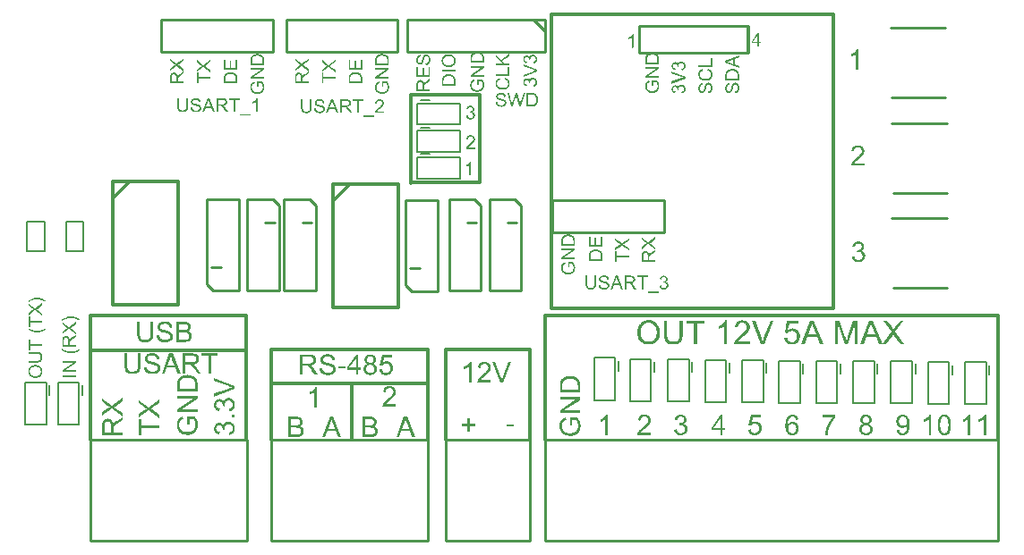
<source format=gto>
G04 Layer_Color=65535*
%FSLAX44Y44*%
%MOMM*%
G71*
G01*
G75*
%ADD16C,0.2000*%
%ADD17C,0.3000*%
%ADD66C,0.1500*%
%ADD67C,0.2540*%
%ADD68C,0.2500*%
G36*
X736301Y119267D02*
X736496D01*
X736718Y119239D01*
X737245Y119128D01*
X737828Y118989D01*
X738439Y118767D01*
X739050Y118434D01*
X739355Y118240D01*
X739633Y118018D01*
X739661Y117990D01*
X739688Y117962D01*
X739772Y117879D01*
X739855Y117795D01*
X739994Y117657D01*
X740105Y117490D01*
X740410Y117101D01*
X740716Y116602D01*
X740993Y115991D01*
X741243Y115297D01*
X741410Y114520D01*
X739050Y114325D01*
Y114353D01*
X739022Y114381D01*
X738994Y114547D01*
X738911Y114797D01*
X738800Y115103D01*
X738689Y115436D01*
X738522Y115769D01*
X738328Y116074D01*
X738134Y116324D01*
X738078Y116380D01*
X737967Y116491D01*
X737773Y116657D01*
X737495Y116852D01*
X737134Y117018D01*
X736746Y117185D01*
X736274Y117296D01*
X735774Y117351D01*
X735580D01*
X735358Y117324D01*
X735108Y117268D01*
X734774Y117185D01*
X734441Y117074D01*
X734108Y116935D01*
X733775Y116713D01*
X733719Y116685D01*
X733581Y116574D01*
X733386Y116380D01*
X733137Y116102D01*
X732859Y115769D01*
X732553Y115380D01*
X732276Y114881D01*
X731998Y114325D01*
Y114298D01*
X731971Y114242D01*
X731943Y114159D01*
X731887Y114048D01*
X731860Y113881D01*
X731804Y113687D01*
X731748Y113465D01*
X731693Y113187D01*
X731610Y112882D01*
X731554Y112549D01*
X731499Y112188D01*
X731471Y111799D01*
X731415Y111355D01*
X731387Y110911D01*
X731360Y110411D01*
Y109911D01*
X731387Y109939D01*
X731499Y110105D01*
X731693Y110328D01*
X731943Y110605D01*
X732220Y110938D01*
X732581Y111244D01*
X732970Y111549D01*
X733414Y111827D01*
X733442D01*
X733470Y111854D01*
X733636Y111938D01*
X733886Y112021D01*
X734219Y112160D01*
X734608Y112271D01*
X735052Y112354D01*
X735524Y112437D01*
X736024Y112465D01*
X736246D01*
X736413Y112437D01*
X736635Y112410D01*
X736857Y112382D01*
X737134Y112326D01*
X737412Y112243D01*
X738050Y112049D01*
X738384Y111910D01*
X738717Y111716D01*
X739050Y111521D01*
X739411Y111299D01*
X739744Y111022D01*
X740049Y110716D01*
X740077Y110688D01*
X740133Y110633D01*
X740216Y110550D01*
X740299Y110411D01*
X740438Y110217D01*
X740577Y110022D01*
X740716Y109772D01*
X740882Y109495D01*
X741049Y109189D01*
X741188Y108856D01*
X741326Y108467D01*
X741465Y108079D01*
X741548Y107662D01*
X741632Y107190D01*
X741687Y106718D01*
X741715Y106219D01*
Y106191D01*
Y106135D01*
Y106052D01*
Y105913D01*
X741687Y105747D01*
Y105580D01*
X741604Y105136D01*
X741521Y104608D01*
X741382Y104053D01*
X741188Y103442D01*
X740910Y102859D01*
Y102832D01*
X740882Y102804D01*
X740827Y102721D01*
X740771Y102610D01*
X740605Y102332D01*
X740355Y101971D01*
X740049Y101582D01*
X739688Y101194D01*
X739244Y100805D01*
X738772Y100472D01*
X738745D01*
X738717Y100444D01*
X738633Y100389D01*
X738522Y100361D01*
X738245Y100222D01*
X737884Y100083D01*
X737412Y99917D01*
X736884Y99806D01*
X736301Y99695D01*
X735663Y99667D01*
X735524D01*
X735385Y99695D01*
X735163D01*
X734913Y99722D01*
X734636Y99778D01*
X734303Y99861D01*
X733969Y99944D01*
X733581Y100056D01*
X733192Y100194D01*
X732803Y100361D01*
X732387Y100583D01*
X731998Y100833D01*
X731610Y101110D01*
X731221Y101444D01*
X730860Y101832D01*
X730832Y101860D01*
X730777Y101943D01*
X730694Y102054D01*
X730582Y102249D01*
X730416Y102499D01*
X730277Y102776D01*
X730110Y103137D01*
X729944Y103526D01*
X729750Y103998D01*
X729583Y104525D01*
X729444Y105108D01*
X729305Y105747D01*
X729166Y106469D01*
X729083Y107246D01*
X729028Y108079D01*
X729000Y108967D01*
Y108995D01*
Y109023D01*
Y109106D01*
Y109217D01*
X729028Y109495D01*
Y109883D01*
X729055Y110328D01*
X729111Y110855D01*
X729166Y111438D01*
X729250Y112077D01*
X729361Y112715D01*
X729500Y113409D01*
X729666Y114075D01*
X729861Y114742D01*
X730110Y115380D01*
X730388Y115991D01*
X730694Y116574D01*
X731054Y117074D01*
X731082Y117101D01*
X731138Y117157D01*
X731249Y117268D01*
X731387Y117435D01*
X731554Y117601D01*
X731776Y117768D01*
X732054Y117990D01*
X732331Y118184D01*
X732665Y118379D01*
X733026Y118601D01*
X733442Y118767D01*
X733858Y118962D01*
X734330Y119100D01*
X734830Y119211D01*
X735358Y119267D01*
X735913Y119295D01*
X736135D01*
X736301Y119267D01*
D02*
G37*
G36*
X776437Y117101D02*
X776410Y117074D01*
X776354Y117018D01*
X776243Y116907D01*
X776132Y116741D01*
X775965Y116546D01*
X775743Y116324D01*
X775521Y116046D01*
X775271Y115713D01*
X775022Y115380D01*
X774716Y114992D01*
X774411Y114547D01*
X774105Y114103D01*
X773772Y113603D01*
X773439Y113076D01*
X773106Y112493D01*
X772773Y111910D01*
X772745Y111882D01*
X772690Y111771D01*
X772606Y111605D01*
X772467Y111355D01*
X772329Y111049D01*
X772162Y110716D01*
X771968Y110328D01*
X771773Y109883D01*
X771551Y109384D01*
X771301Y108884D01*
X771079Y108329D01*
X770857Y107746D01*
X770413Y106552D01*
X769997Y105275D01*
Y105247D01*
X769969Y105164D01*
X769941Y105025D01*
X769886Y104858D01*
X769830Y104636D01*
X769774Y104359D01*
X769691Y104053D01*
X769636Y103720D01*
X769552Y103331D01*
X769469Y102915D01*
X769330Y102027D01*
X769192Y101055D01*
X769108Y100000D01*
X766693D01*
Y100028D01*
Y100111D01*
Y100222D01*
X766721Y100389D01*
Y100611D01*
X766748Y100888D01*
X766776Y101194D01*
X766804Y101527D01*
X766860Y101916D01*
X766915Y102304D01*
X766998Y102776D01*
X767082Y103248D01*
X767165Y103748D01*
X767276Y104303D01*
X767553Y105441D01*
Y105469D01*
X767581Y105580D01*
X767637Y105747D01*
X767720Y105997D01*
X767803Y106274D01*
X767914Y106607D01*
X768026Y106996D01*
X768192Y107413D01*
X768359Y107884D01*
X768525Y108356D01*
X768942Y109411D01*
X769441Y110522D01*
X769997Y111632D01*
X770024Y111660D01*
X770080Y111771D01*
X770163Y111910D01*
X770274Y112132D01*
X770413Y112382D01*
X770607Y112687D01*
X770802Y113020D01*
X771024Y113381D01*
X771551Y114186D01*
X772106Y115019D01*
X772745Y115880D01*
X773411Y116685D01*
X764000D01*
Y118962D01*
X776437D01*
Y117101D01*
D02*
G37*
G36*
X705827Y116713D02*
X698137D01*
X697109Y111521D01*
X697137Y111549D01*
X697193Y111577D01*
X697276Y111632D01*
X697415Y111716D01*
X697581Y111799D01*
X697776Y111910D01*
X698220Y112132D01*
X698775Y112354D01*
X699386Y112549D01*
X700052Y112687D01*
X700385Y112743D01*
X700996D01*
X701163Y112715D01*
X701385Y112687D01*
X701635Y112660D01*
X701912Y112604D01*
X702218Y112521D01*
X702884Y112326D01*
X703245Y112188D01*
X703606Y111993D01*
X703967Y111799D01*
X704327Y111577D01*
X704661Y111299D01*
X704994Y110994D01*
X705022Y110966D01*
X705077Y110911D01*
X705160Y110827D01*
X705271Y110688D01*
X705410Y110494D01*
X705549Y110300D01*
X705716Y110050D01*
X705882Y109772D01*
X706021Y109467D01*
X706188Y109134D01*
X706326Y108745D01*
X706465Y108356D01*
X706576Y107940D01*
X706659Y107468D01*
X706715Y106996D01*
X706743Y106496D01*
Y106469D01*
Y106385D01*
Y106247D01*
X706715Y106052D01*
X706687Y105830D01*
X706659Y105580D01*
X706604Y105275D01*
X706548Y104969D01*
X706382Y104248D01*
X706104Y103498D01*
X705938Y103109D01*
X705716Y102748D01*
X705493Y102360D01*
X705216Y101999D01*
X705188Y101971D01*
X705133Y101888D01*
X705022Y101777D01*
X704883Y101638D01*
X704688Y101471D01*
X704466Y101249D01*
X704189Y101055D01*
X703883Y100833D01*
X703550Y100611D01*
X703161Y100416D01*
X702745Y100222D01*
X702301Y100028D01*
X701829Y99889D01*
X701301Y99778D01*
X700746Y99695D01*
X700163Y99667D01*
X699913D01*
X699719Y99695D01*
X699497Y99722D01*
X699247Y99750D01*
X698942Y99778D01*
X698636Y99861D01*
X697942Y100028D01*
X697248Y100278D01*
X696887Y100444D01*
X696526Y100639D01*
X696193Y100861D01*
X695860Y101110D01*
X695832Y101138D01*
X695777Y101166D01*
X695721Y101277D01*
X695610Y101388D01*
X695471Y101527D01*
X695333Y101693D01*
X695166Y101916D01*
X695027Y102165D01*
X694861Y102415D01*
X694694Y102721D01*
X694389Y103387D01*
X694139Y104164D01*
X694055Y104581D01*
X694000Y105025D01*
X696471Y105219D01*
Y105191D01*
Y105136D01*
X696499Y105053D01*
X696526Y104914D01*
X696610Y104608D01*
X696721Y104192D01*
X696887Y103776D01*
X697109Y103304D01*
X697387Y102887D01*
X697720Y102499D01*
X697776Y102471D01*
X697887Y102360D01*
X698109Y102221D01*
X698414Y102054D01*
X698747Y101888D01*
X699164Y101749D01*
X699636Y101638D01*
X700163Y101610D01*
X700330D01*
X700441Y101638D01*
X700774Y101666D01*
X701163Y101777D01*
X701635Y101916D01*
X702106Y102138D01*
X702606Y102471D01*
X702828Y102665D01*
X703051Y102887D01*
X703078Y102915D01*
X703106Y102943D01*
X703161Y103026D01*
X703245Y103109D01*
X703439Y103415D01*
X703661Y103803D01*
X703856Y104275D01*
X704050Y104858D01*
X704189Y105552D01*
X704244Y105913D01*
Y106302D01*
Y106330D01*
Y106385D01*
Y106496D01*
X704217Y106635D01*
Y106802D01*
X704189Y106996D01*
X704105Y107440D01*
X703967Y107968D01*
X703772Y108495D01*
X703495Y108995D01*
X703106Y109467D01*
Y109495D01*
X703051Y109522D01*
X702912Y109661D01*
X702662Y109856D01*
X702329Y110078D01*
X701884Y110272D01*
X701385Y110466D01*
X700802Y110605D01*
X700469Y110661D01*
X699941D01*
X699719Y110633D01*
X699441Y110605D01*
X699108Y110522D01*
X698775Y110439D01*
X698414Y110300D01*
X698053Y110133D01*
X698026Y110105D01*
X697915Y110050D01*
X697748Y109911D01*
X697526Y109772D01*
X697304Y109578D01*
X697082Y109328D01*
X696832Y109078D01*
X696637Y108773D01*
X694416Y109078D01*
X696276Y118962D01*
X705827D01*
Y116713D01*
D02*
G37*
G36*
X630580Y119267D02*
X630941Y119211D01*
X631385Y119128D01*
X631884Y118989D01*
X632384Y118823D01*
X632884Y118601D01*
X632912D01*
X632939Y118573D01*
X633106Y118490D01*
X633356Y118323D01*
X633633Y118129D01*
X633967Y117851D01*
X634300Y117546D01*
X634633Y117185D01*
X634911Y116768D01*
X634938Y116713D01*
X635022Y116574D01*
X635133Y116324D01*
X635271Y116019D01*
X635410Y115658D01*
X635521Y115241D01*
X635605Y114769D01*
X635632Y114298D01*
Y114242D01*
Y114075D01*
X635605Y113853D01*
X635549Y113548D01*
X635466Y113187D01*
X635327Y112798D01*
X635160Y112410D01*
X634938Y112021D01*
X634911Y111966D01*
X634827Y111854D01*
X634661Y111660D01*
X634439Y111438D01*
X634161Y111188D01*
X633828Y110911D01*
X633439Y110661D01*
X632967Y110411D01*
X632995D01*
X633050Y110383D01*
X633134Y110355D01*
X633245Y110328D01*
X633550Y110217D01*
X633939Y110050D01*
X634383Y109828D01*
X634827Y109550D01*
X635244Y109189D01*
X635632Y108773D01*
X635660Y108717D01*
X635771Y108551D01*
X635938Y108273D01*
X636104Y107912D01*
X636271Y107468D01*
X636437Y106940D01*
X636549Y106330D01*
X636576Y105663D01*
Y105636D01*
Y105552D01*
Y105414D01*
X636549Y105247D01*
X636521Y105025D01*
X636465Y104775D01*
X636410Y104497D01*
X636354Y104192D01*
X636132Y103526D01*
X635965Y103165D01*
X635799Y102832D01*
X635577Y102471D01*
X635327Y102110D01*
X635049Y101749D01*
X634716Y101416D01*
X634688Y101388D01*
X634633Y101333D01*
X634522Y101249D01*
X634383Y101138D01*
X634216Y100999D01*
X633994Y100861D01*
X633745Y100694D01*
X633439Y100555D01*
X633134Y100389D01*
X632773Y100222D01*
X632412Y100083D01*
X631996Y99944D01*
X631551Y99833D01*
X631079Y99750D01*
X630607Y99695D01*
X630080Y99667D01*
X629830D01*
X629664Y99695D01*
X629441Y99722D01*
X629192Y99750D01*
X628914Y99806D01*
X628609Y99861D01*
X627942Y100028D01*
X627248Y100305D01*
X626887Y100472D01*
X626554Y100666D01*
X626221Y100916D01*
X625888Y101166D01*
X625860Y101194D01*
X625804Y101249D01*
X625721Y101333D01*
X625638Y101444D01*
X625499Y101582D01*
X625360Y101777D01*
X625194Y101971D01*
X625027Y102221D01*
X624861Y102499D01*
X624694Y102776D01*
X624389Y103442D01*
X624139Y104220D01*
X624055Y104636D01*
X624000Y105080D01*
X626360Y105386D01*
Y105358D01*
X626387Y105303D01*
X626415Y105191D01*
X626443Y105053D01*
X626471Y104886D01*
X626526Y104692D01*
X626665Y104275D01*
X626860Y103776D01*
X627109Y103304D01*
X627387Y102859D01*
X627720Y102471D01*
X627776Y102443D01*
X627887Y102332D01*
X628109Y102193D01*
X628386Y102054D01*
X628719Y101888D01*
X629136Y101749D01*
X629608Y101638D01*
X630108Y101610D01*
X630274D01*
X630385Y101638D01*
X630691Y101666D01*
X631079Y101749D01*
X631524Y101888D01*
X631996Y102082D01*
X632467Y102360D01*
X632912Y102748D01*
X632967Y102804D01*
X633106Y102971D01*
X633273Y103220D01*
X633495Y103553D01*
X633717Y103970D01*
X633883Y104442D01*
X634022Y104997D01*
X634078Y105608D01*
Y105636D01*
Y105691D01*
Y105774D01*
X634050Y105886D01*
X634022Y106191D01*
X633939Y106552D01*
X633828Y106996D01*
X633633Y107440D01*
X633356Y107884D01*
X632995Y108301D01*
X632939Y108356D01*
X632801Y108467D01*
X632579Y108634D01*
X632273Y108828D01*
X631884Y109023D01*
X631413Y109189D01*
X630885Y109300D01*
X630302Y109356D01*
X630052D01*
X629858Y109328D01*
X629608Y109300D01*
X629330Y109245D01*
X628997Y109189D01*
X628636Y109106D01*
X628914Y111188D01*
X629053D01*
X629164Y111160D01*
X629525D01*
X629830Y111216D01*
X630191Y111271D01*
X630607Y111355D01*
X631079Y111494D01*
X631524Y111688D01*
X631996Y111938D01*
X632023D01*
X632051Y111966D01*
X632190Y112077D01*
X632384Y112271D01*
X632606Y112521D01*
X632828Y112882D01*
X633023Y113298D01*
X633162Y113770D01*
X633217Y114048D01*
Y114353D01*
Y114381D01*
Y114409D01*
Y114575D01*
X633162Y114797D01*
X633106Y115103D01*
X632995Y115436D01*
X632856Y115797D01*
X632634Y116158D01*
X632329Y116491D01*
X632301Y116518D01*
X632162Y116629D01*
X631968Y116768D01*
X631718Y116935D01*
X631385Y117074D01*
X630996Y117212D01*
X630552Y117324D01*
X630052Y117351D01*
X629830D01*
X629580Y117296D01*
X629247Y117240D01*
X628886Y117129D01*
X628525Y116990D01*
X628136Y116768D01*
X627776Y116491D01*
X627748Y116463D01*
X627637Y116324D01*
X627470Y116130D01*
X627276Y115852D01*
X627082Y115491D01*
X626887Y115047D01*
X626721Y114520D01*
X626610Y113909D01*
X624250Y114325D01*
Y114353D01*
X624278Y114436D01*
X624305Y114547D01*
X624333Y114714D01*
X624389Y114908D01*
X624472Y115130D01*
X624638Y115658D01*
X624916Y116269D01*
X625249Y116879D01*
X625666Y117462D01*
X626193Y117990D01*
X626221Y118018D01*
X626277Y118045D01*
X626360Y118101D01*
X626471Y118184D01*
X626610Y118295D01*
X626804Y118406D01*
X626998Y118517D01*
X627248Y118656D01*
X627803Y118878D01*
X628442Y119100D01*
X629192Y119239D01*
X629580Y119295D01*
X630274D01*
X630580Y119267D01*
D02*
G37*
G36*
X669716Y106774D02*
X672326D01*
Y104608D01*
X669716D01*
Y100000D01*
X667356D01*
Y104608D01*
X659000D01*
Y106774D01*
X667801Y119211D01*
X669716D01*
Y106774D01*
D02*
G37*
G36*
X805691Y119267D02*
X805913Y119239D01*
X806163Y119211D01*
X806440Y119184D01*
X806718Y119100D01*
X807384Y118934D01*
X808051Y118684D01*
X808384Y118517D01*
X808717Y118323D01*
X809022Y118073D01*
X809327Y117823D01*
X809355Y117795D01*
X809383Y117768D01*
X809466Y117684D01*
X809577Y117573D01*
X809688Y117407D01*
X809827Y117240D01*
X810105Y116824D01*
X810383Y116296D01*
X810632Y115686D01*
X810827Y114992D01*
X810854Y114631D01*
X810882Y114242D01*
Y114214D01*
Y114186D01*
Y114020D01*
X810854Y113770D01*
X810799Y113465D01*
X810716Y113076D01*
X810577Y112687D01*
X810410Y112299D01*
X810160Y111910D01*
X810133Y111854D01*
X810022Y111743D01*
X809855Y111577D01*
X809633Y111355D01*
X809327Y111105D01*
X808967Y110855D01*
X808550Y110605D01*
X808051Y110383D01*
X808078D01*
X808134Y110355D01*
X808217Y110328D01*
X808328Y110272D01*
X808661Y110133D01*
X809050Y109939D01*
X809466Y109661D01*
X809911Y109356D01*
X810327Y108967D01*
X810716Y108523D01*
Y108495D01*
X810743Y108467D01*
X810854Y108301D01*
X811021Y108023D01*
X811188Y107662D01*
X811354Y107218D01*
X811521Y106691D01*
X811632Y106108D01*
X811659Y105469D01*
Y105441D01*
Y105358D01*
Y105219D01*
X811632Y105053D01*
X811604Y104858D01*
X811576Y104608D01*
X811521Y104331D01*
X811437Y104025D01*
X811243Y103387D01*
X811104Y103026D01*
X810910Y102693D01*
X810716Y102332D01*
X810493Y101999D01*
X810216Y101666D01*
X809911Y101333D01*
X809883Y101305D01*
X809827Y101249D01*
X809744Y101166D01*
X809605Y101083D01*
X809411Y100944D01*
X809217Y100805D01*
X808967Y100666D01*
X808689Y100500D01*
X808384Y100333D01*
X808023Y100194D01*
X807634Y100056D01*
X807245Y99917D01*
X806801Y99833D01*
X806329Y99750D01*
X805857Y99695D01*
X805330Y99667D01*
X805052D01*
X804858Y99695D01*
X804608Y99722D01*
X804330Y99750D01*
X804025Y99806D01*
X803692Y99889D01*
X802942Y100083D01*
X802553Y100222D01*
X802193Y100361D01*
X801804Y100555D01*
X801415Y100777D01*
X801054Y101027D01*
X800721Y101333D01*
X800694Y101360D01*
X800638Y101416D01*
X800555Y101499D01*
X800444Y101638D01*
X800333Y101805D01*
X800166Y101999D01*
X800027Y102221D01*
X799861Y102499D01*
X799694Y102776D01*
X799555Y103109D01*
X799278Y103803D01*
X799166Y104220D01*
X799083Y104636D01*
X799028Y105080D01*
X799000Y105525D01*
Y105552D01*
Y105608D01*
Y105719D01*
X799028Y105830D01*
Y105997D01*
X799055Y106191D01*
X799111Y106635D01*
X799222Y107135D01*
X799389Y107635D01*
X799639Y108162D01*
X799944Y108662D01*
Y108689D01*
X799999Y108717D01*
X800110Y108856D01*
X800333Y109078D01*
X800638Y109356D01*
X801027Y109634D01*
X801499Y109939D01*
X802026Y110189D01*
X802665Y110383D01*
X802637D01*
X802609Y110411D01*
X802526Y110439D01*
X802415Y110494D01*
X802165Y110605D01*
X801832Y110772D01*
X801471Y110994D01*
X801110Y111271D01*
X800777Y111577D01*
X800471Y111910D01*
X800444Y111966D01*
X800360Y112077D01*
X800249Y112299D01*
X800138Y112576D01*
X799999Y112937D01*
X799888Y113354D01*
X799805Y113826D01*
X799777Y114325D01*
Y114353D01*
Y114409D01*
Y114520D01*
X799805Y114686D01*
X799833Y114853D01*
X799861Y115075D01*
X799972Y115547D01*
X800138Y116102D01*
X800416Y116685D01*
X800582Y116990D01*
X800777Y117296D01*
X801027Y117573D01*
X801276Y117851D01*
X801304Y117879D01*
X801360Y117907D01*
X801443Y117990D01*
X801554Y118073D01*
X801693Y118184D01*
X801887Y118295D01*
X802109Y118434D01*
X802331Y118573D01*
X802609Y118712D01*
X802914Y118850D01*
X803248Y118962D01*
X803608Y119073D01*
X804386Y119239D01*
X804830Y119267D01*
X805274Y119295D01*
X805524D01*
X805691Y119267D01*
D02*
G37*
G36*
X160000Y442147D02*
X157334Y440462D01*
X157315D01*
X157278Y440425D01*
X157222Y440388D01*
X157149Y440333D01*
X156945Y440203D01*
X156685Y440036D01*
X156408Y439833D01*
X156111Y439629D01*
X155834Y439425D01*
X155575Y439240D01*
X155556Y439222D01*
X155482Y439166D01*
X155371Y439073D01*
X155241Y438944D01*
X154964Y438666D01*
X154834Y438518D01*
X154723Y438370D01*
X154704Y438351D01*
X154686Y438314D01*
X154649Y438240D01*
X154593Y438129D01*
X154538Y438018D01*
X154482Y437888D01*
X154389Y437592D01*
Y437574D01*
X154371Y437537D01*
Y437463D01*
X154352Y437370D01*
X154334Y437240D01*
Y437092D01*
X154315Y436889D01*
Y436666D01*
Y434703D01*
X160000D01*
Y433000D01*
X147186D01*
Y438666D01*
Y438685D01*
Y438740D01*
Y438833D01*
Y438944D01*
X147205Y439092D01*
Y439259D01*
X147224Y439647D01*
X147279Y440055D01*
X147335Y440499D01*
X147427Y440907D01*
X147483Y441110D01*
X147538Y441277D01*
Y441295D01*
X147557Y441314D01*
X147612Y441425D01*
X147687Y441592D01*
X147816Y441795D01*
X147983Y442018D01*
X148205Y442258D01*
X148464Y442481D01*
X148760Y442703D01*
X148779D01*
X148798Y442721D01*
X148909Y442795D01*
X149094Y442869D01*
X149334Y442980D01*
X149612Y443073D01*
X149945Y443166D01*
X150297Y443221D01*
X150686Y443240D01*
X150816D01*
X150908Y443221D01*
X151038D01*
X151168Y443203D01*
X151482Y443129D01*
X151853Y443018D01*
X152242Y442869D01*
X152630Y442647D01*
X152816Y442499D01*
X153001Y442351D01*
X153019Y442332D01*
X153038Y442314D01*
X153093Y442258D01*
X153149Y442184D01*
X153223Y442092D01*
X153297Y441981D01*
X153390Y441832D01*
X153501Y441684D01*
X153593Y441499D01*
X153686Y441295D01*
X153797Y441073D01*
X153890Y440832D01*
X153964Y440555D01*
X154056Y440277D01*
X154112Y439962D01*
X154167Y439629D01*
X154186Y439666D01*
X154223Y439740D01*
X154297Y439851D01*
X154371Y439999D01*
X154575Y440333D01*
X154704Y440499D01*
X154815Y440647D01*
X154852Y440684D01*
X154945Y440777D01*
X155093Y440925D01*
X155278Y441110D01*
X155538Y441314D01*
X155815Y441555D01*
X156149Y441795D01*
X156519Y442055D01*
X160000Y444258D01*
Y442147D01*
D02*
G37*
G36*
Y454239D02*
X155445Y450998D01*
X155426Y450980D01*
X155371Y450943D01*
X155297Y450905D01*
X155204Y450831D01*
X154945Y450665D01*
X154667Y450480D01*
X154686Y450461D01*
X154760Y450406D01*
X154871Y450331D01*
X155019Y450239D01*
X155315Y450035D01*
X155445Y449943D01*
X155556Y449869D01*
X160000Y446628D01*
Y444591D01*
X153371Y449535D01*
X147186Y445165D01*
Y447184D01*
X150483Y449517D01*
X150501D01*
X150520Y449554D01*
X150575Y449591D01*
X150649Y449646D01*
X150834Y449757D01*
X151056Y449924D01*
X151316Y450091D01*
X151575Y450257D01*
X151816Y450406D01*
X152038Y450535D01*
X152001Y450554D01*
X151927Y450609D01*
X151779Y450702D01*
X151594Y450831D01*
X151390Y450980D01*
X151131Y451165D01*
X150871Y451350D01*
X150594Y451572D01*
X147186Y454127D01*
Y455979D01*
X153279Y451535D01*
X160000Y456331D01*
Y454239D01*
D02*
G37*
G36*
X798580Y283267D02*
X798941Y283211D01*
X799385Y283128D01*
X799884Y282989D01*
X800384Y282823D01*
X800884Y282601D01*
X800912D01*
X800939Y282573D01*
X801106Y282490D01*
X801356Y282323D01*
X801634Y282129D01*
X801967Y281851D01*
X802300Y281546D01*
X802633Y281185D01*
X802911Y280768D01*
X802938Y280713D01*
X803022Y280574D01*
X803133Y280324D01*
X803271Y280019D01*
X803410Y279658D01*
X803521Y279242D01*
X803605Y278769D01*
X803632Y278298D01*
Y278242D01*
Y278075D01*
X803605Y277853D01*
X803549Y277548D01*
X803466Y277187D01*
X803327Y276798D01*
X803160Y276410D01*
X802938Y276021D01*
X802911Y275965D01*
X802827Y275854D01*
X802661Y275660D01*
X802439Y275438D01*
X802161Y275188D01*
X801828Y274911D01*
X801439Y274661D01*
X800967Y274411D01*
X800995D01*
X801050Y274383D01*
X801134Y274355D01*
X801245Y274328D01*
X801550Y274216D01*
X801939Y274050D01*
X802383Y273828D01*
X802827Y273550D01*
X803244Y273189D01*
X803632Y272773D01*
X803660Y272717D01*
X803771Y272551D01*
X803938Y272273D01*
X804104Y271912D01*
X804271Y271468D01*
X804437Y270941D01*
X804548Y270330D01*
X804576Y269664D01*
Y269636D01*
Y269552D01*
Y269414D01*
X804548Y269247D01*
X804521Y269025D01*
X804465Y268775D01*
X804410Y268498D01*
X804354Y268192D01*
X804132Y267526D01*
X803966Y267165D01*
X803799Y266832D01*
X803577Y266471D01*
X803327Y266110D01*
X803049Y265749D01*
X802716Y265416D01*
X802688Y265388D01*
X802633Y265333D01*
X802522Y265249D01*
X802383Y265138D01*
X802216Y264999D01*
X801994Y264861D01*
X801745Y264694D01*
X801439Y264555D01*
X801134Y264389D01*
X800773Y264222D01*
X800412Y264083D01*
X799995Y263944D01*
X799551Y263833D01*
X799079Y263750D01*
X798607Y263695D01*
X798080Y263667D01*
X797830D01*
X797663Y263695D01*
X797441Y263722D01*
X797191Y263750D01*
X796914Y263806D01*
X796609Y263861D01*
X795942Y264028D01*
X795248Y264305D01*
X794887Y264472D01*
X794554Y264666D01*
X794221Y264916D01*
X793888Y265166D01*
X793860Y265194D01*
X793804Y265249D01*
X793721Y265333D01*
X793638Y265444D01*
X793499Y265583D01*
X793360Y265777D01*
X793194Y265971D01*
X793027Y266221D01*
X792861Y266499D01*
X792694Y266776D01*
X792389Y267442D01*
X792139Y268220D01*
X792056Y268636D01*
X792000Y269081D01*
X794360Y269386D01*
Y269358D01*
X794388Y269303D01*
X794415Y269191D01*
X794443Y269053D01*
X794471Y268886D01*
X794526Y268692D01*
X794665Y268275D01*
X794859Y267776D01*
X795109Y267304D01*
X795387Y266859D01*
X795720Y266471D01*
X795776Y266443D01*
X795887Y266332D01*
X796109Y266193D01*
X796386Y266054D01*
X796720Y265888D01*
X797136Y265749D01*
X797608Y265638D01*
X798108Y265610D01*
X798274D01*
X798385Y265638D01*
X798691Y265666D01*
X799079Y265749D01*
X799523Y265888D01*
X799995Y266082D01*
X800468Y266360D01*
X800912Y266749D01*
X800967Y266804D01*
X801106Y266971D01*
X801273Y267220D01*
X801495Y267554D01*
X801717Y267970D01*
X801883Y268442D01*
X802022Y268997D01*
X802078Y269608D01*
Y269636D01*
Y269691D01*
Y269774D01*
X802050Y269886D01*
X802022Y270191D01*
X801939Y270552D01*
X801828Y270996D01*
X801634Y271440D01*
X801356Y271884D01*
X800995Y272301D01*
X800939Y272356D01*
X800801Y272467D01*
X800579Y272634D01*
X800273Y272828D01*
X799884Y273023D01*
X799413Y273189D01*
X798885Y273300D01*
X798302Y273356D01*
X798052D01*
X797858Y273328D01*
X797608Y273300D01*
X797330Y273245D01*
X796997Y273189D01*
X796636Y273106D01*
X796914Y275188D01*
X797053D01*
X797164Y275160D01*
X797525D01*
X797830Y275216D01*
X798191Y275271D01*
X798607Y275355D01*
X799079Y275494D01*
X799523Y275688D01*
X799995Y275938D01*
X800023D01*
X800051Y275965D01*
X800190Y276077D01*
X800384Y276271D01*
X800606Y276521D01*
X800828Y276882D01*
X801023Y277298D01*
X801161Y277770D01*
X801217Y278048D01*
Y278353D01*
Y278381D01*
Y278409D01*
Y278575D01*
X801161Y278797D01*
X801106Y279103D01*
X800995Y279436D01*
X800856Y279797D01*
X800634Y280158D01*
X800329Y280491D01*
X800301Y280518D01*
X800162Y280630D01*
X799968Y280768D01*
X799718Y280935D01*
X799385Y281074D01*
X798996Y281213D01*
X798552Y281324D01*
X798052Y281351D01*
X797830D01*
X797580Y281296D01*
X797247Y281240D01*
X796886Y281129D01*
X796525Y280991D01*
X796137Y280768D01*
X795776Y280491D01*
X795748Y280463D01*
X795637Y280324D01*
X795470Y280130D01*
X795276Y279852D01*
X795082Y279491D01*
X794887Y279047D01*
X794721Y278520D01*
X794610Y277909D01*
X792250Y278325D01*
Y278353D01*
X792278Y278436D01*
X792305Y278547D01*
X792333Y278714D01*
X792389Y278908D01*
X792472Y279130D01*
X792638Y279658D01*
X792916Y280269D01*
X793249Y280879D01*
X793666Y281462D01*
X794193Y281990D01*
X794221Y282018D01*
X794277Y282045D01*
X794360Y282101D01*
X794471Y282184D01*
X794610Y282295D01*
X794804Y282406D01*
X794998Y282517D01*
X795248Y282656D01*
X795803Y282878D01*
X796442Y283100D01*
X797191Y283239D01*
X797580Y283295D01*
X798274D01*
X798580Y283267D01*
D02*
G37*
G36*
X798079Y446000D02*
X795720D01*
Y461019D01*
X795692Y460992D01*
X795553Y460881D01*
X795386Y460714D01*
X795109Y460520D01*
X794803Y460270D01*
X794415Y459992D01*
X793970Y459687D01*
X793471Y459381D01*
X793443D01*
X793415Y459354D01*
X793249Y459243D01*
X792971Y459104D01*
X792638Y458937D01*
X792249Y458743D01*
X791833Y458549D01*
X791416Y458354D01*
X791000Y458188D01*
Y460464D01*
X791028D01*
X791083Y460520D01*
X791194Y460547D01*
X791333Y460631D01*
X791500Y460714D01*
X791694Y460825D01*
X792166Y461103D01*
X792721Y461408D01*
X793277Y461797D01*
X793859Y462241D01*
X794443Y462713D01*
X794470Y462741D01*
X794498Y462768D01*
X794581Y462852D01*
X794692Y462935D01*
X794942Y463213D01*
X795275Y463546D01*
X795609Y463934D01*
X795969Y464379D01*
X796275Y464823D01*
X796552Y465295D01*
X798079D01*
Y446000D01*
D02*
G37*
G36*
X798190Y374267D02*
X798412Y374239D01*
X798690Y374211D01*
X798996Y374156D01*
X799301Y374100D01*
X800023Y373906D01*
X800744Y373628D01*
X801105Y373462D01*
X801466Y373268D01*
X801799Y373018D01*
X802105Y372740D01*
X802133Y372712D01*
X802188Y372685D01*
X802244Y372574D01*
X802355Y372462D01*
X802494Y372324D01*
X802632Y372129D01*
X802771Y371935D01*
X802938Y371685D01*
X803215Y371158D01*
X803493Y370491D01*
X803604Y370158D01*
X803660Y369770D01*
X803715Y369381D01*
X803743Y368964D01*
Y368909D01*
Y368770D01*
X803715Y368548D01*
X803687Y368243D01*
X803632Y367909D01*
X803521Y367521D01*
X803410Y367104D01*
X803243Y366688D01*
X803215Y366632D01*
X803160Y366494D01*
X803049Y366272D01*
X802882Y365966D01*
X802660Y365633D01*
X802383Y365216D01*
X802049Y364800D01*
X801661Y364328D01*
X801605Y364273D01*
X801466Y364106D01*
X801328Y363967D01*
X801189Y363828D01*
X801022Y363662D01*
X800800Y363440D01*
X800578Y363218D01*
X800300Y362968D01*
X800023Y362690D01*
X799690Y362385D01*
X799329Y362079D01*
X798940Y361718D01*
X798496Y361357D01*
X798052Y360969D01*
X798024Y360941D01*
X797968Y360886D01*
X797857Y360802D01*
X797718Y360691D01*
X797552Y360525D01*
X797357Y360358D01*
X796913Y359997D01*
X796441Y359581D01*
X795997Y359164D01*
X795609Y358803D01*
X795442Y358665D01*
X795303Y358526D01*
X795275Y358498D01*
X795192Y358415D01*
X795081Y358304D01*
X794942Y358137D01*
X794803Y357943D01*
X794637Y357748D01*
X794304Y357276D01*
X803771D01*
Y355000D01*
X791028D01*
Y355028D01*
Y355139D01*
Y355305D01*
X791056Y355527D01*
X791083Y355777D01*
X791139Y356055D01*
X791194Y356333D01*
X791305Y356638D01*
Y356666D01*
X791333Y356693D01*
X791389Y356860D01*
X791500Y357110D01*
X791666Y357443D01*
X791888Y357832D01*
X792166Y358276D01*
X792471Y358720D01*
X792860Y359192D01*
Y359220D01*
X792916Y359248D01*
X793054Y359414D01*
X793304Y359664D01*
X793665Y360025D01*
X794082Y360441D01*
X794609Y360941D01*
X795248Y361496D01*
X795942Y362079D01*
X795969Y362107D01*
X796080Y362190D01*
X796247Y362329D01*
X796441Y362496D01*
X796691Y362718D01*
X796997Y362968D01*
X797302Y363245D01*
X797663Y363551D01*
X798357Y364217D01*
X799051Y364883D01*
X799384Y365216D01*
X799690Y365550D01*
X799967Y365855D01*
X800189Y366160D01*
Y366188D01*
X800245Y366216D01*
X800300Y366299D01*
X800356Y366410D01*
X800550Y366716D01*
X800772Y367077D01*
X800967Y367521D01*
X801161Y367993D01*
X801272Y368520D01*
X801328Y369020D01*
Y369048D01*
Y369075D01*
X801300Y369242D01*
X801272Y369520D01*
X801189Y369825D01*
X801078Y370214D01*
X800883Y370602D01*
X800633Y370991D01*
X800300Y371380D01*
X800245Y371435D01*
X800106Y371546D01*
X799912Y371685D01*
X799606Y371879D01*
X799218Y372046D01*
X798773Y372213D01*
X798246Y372324D01*
X797663Y372351D01*
X797496D01*
X797385Y372324D01*
X797052Y372296D01*
X796664Y372213D01*
X796247Y372102D01*
X795775Y371907D01*
X795331Y371657D01*
X794914Y371324D01*
X794859Y371269D01*
X794748Y371130D01*
X794581Y370908D01*
X794415Y370575D01*
X794220Y370186D01*
X794054Y369686D01*
X793943Y369131D01*
X793887Y368492D01*
X791472Y368742D01*
Y368770D01*
X791500Y368853D01*
Y368992D01*
X791527Y369187D01*
X791583Y369409D01*
X791638Y369658D01*
X791722Y369964D01*
X791805Y370269D01*
X792027Y370936D01*
X792360Y371602D01*
X792555Y371935D01*
X792804Y372268D01*
X793054Y372574D01*
X793332Y372851D01*
X793360Y372879D01*
X793415Y372907D01*
X793499Y372990D01*
X793637Y373073D01*
X793804Y373184D01*
X793998Y373295D01*
X794220Y373434D01*
X794498Y373573D01*
X794803Y373712D01*
X795137Y373851D01*
X795498Y373962D01*
X795886Y374073D01*
X796303Y374156D01*
X796747Y374239D01*
X797219Y374267D01*
X797718Y374295D01*
X797996D01*
X798190Y374267D01*
D02*
G37*
G36*
X709019Y186000D02*
X705910D01*
X697231Y208410D01*
X700469D01*
X706299Y192121D01*
Y192088D01*
X706331Y192024D01*
X706363Y191926D01*
X706428Y191797D01*
X706460Y191603D01*
X706525Y191408D01*
X706687Y190923D01*
X706881Y190372D01*
X707076Y189757D01*
X707464Y188461D01*
Y188494D01*
X707497Y188558D01*
X707529Y188656D01*
X707561Y188785D01*
X707659Y189141D01*
X707821Y189627D01*
X707982Y190178D01*
X708177Y190793D01*
X708403Y191441D01*
X708663Y192121D01*
X714751Y208410D01*
X717763D01*
X709019Y186000D01*
D02*
G37*
G36*
X797462D02*
X794612D01*
Y204751D01*
X788071Y186000D01*
X785415D01*
X778938Y205075D01*
Y186000D01*
X776088D01*
Y208410D01*
X780525D01*
X785836Y192509D01*
Y192477D01*
X785868Y192412D01*
X785901Y192315D01*
X785966Y192153D01*
X786095Y191765D01*
X786257Y191279D01*
X786419Y190728D01*
X786613Y190178D01*
X786775Y189660D01*
X786905Y189206D01*
X786937Y189271D01*
X786970Y189433D01*
X787067Y189724D01*
X787196Y190113D01*
X787358Y190631D01*
X787585Y191246D01*
X787812Y191959D01*
X788103Y192801D01*
X793479Y208410D01*
X797462D01*
Y186000D01*
D02*
G37*
G36*
X631910Y195456D02*
Y195424D01*
Y195294D01*
Y195133D01*
Y194906D01*
X631878Y194614D01*
Y194291D01*
X631845Y193902D01*
X631813Y193513D01*
X631716Y192639D01*
X631586Y191732D01*
X631392Y190858D01*
X631262Y190437D01*
X631133Y190048D01*
Y190016D01*
X631101Y189951D01*
X631036Y189854D01*
X630971Y189724D01*
X630777Y189368D01*
X630485Y188915D01*
X630097Y188396D01*
X629643Y187878D01*
X629060Y187328D01*
X628348Y186842D01*
X628315D01*
X628251Y186777D01*
X628153Y186745D01*
X627991Y186648D01*
X627797Y186551D01*
X627538Y186453D01*
X627279Y186356D01*
X626955Y186227D01*
X626599Y186097D01*
X626210Y186000D01*
X625789Y185903D01*
X625304Y185806D01*
X624818Y185741D01*
X624300Y185676D01*
X623134Y185611D01*
X622842D01*
X622616Y185644D01*
X622356D01*
X622033Y185676D01*
X621676Y185709D01*
X621320Y185741D01*
X620511Y185870D01*
X619636Y186065D01*
X618794Y186324D01*
X617985Y186680D01*
X617952D01*
X617887Y186745D01*
X617790Y186810D01*
X617661Y186874D01*
X617304Y187134D01*
X616884Y187490D01*
X616398Y187943D01*
X615944Y188461D01*
X615491Y189109D01*
X615135Y189821D01*
Y189854D01*
X615102Y189919D01*
X615070Y190048D01*
X615005Y190210D01*
X614940Y190404D01*
X614876Y190663D01*
X614779Y190955D01*
X614714Y191311D01*
X614649Y191700D01*
X614552Y192121D01*
X614487Y192574D01*
X614422Y193060D01*
X614357Y193610D01*
X614325Y194193D01*
X614293Y194809D01*
Y195456D01*
Y208410D01*
X617272D01*
Y195456D01*
Y195424D01*
Y195327D01*
Y195165D01*
Y194971D01*
X617304Y194744D01*
Y194452D01*
X617337Y193837D01*
X617402Y193125D01*
X617499Y192412D01*
X617628Y191732D01*
X617693Y191441D01*
X617790Y191149D01*
X617823Y191084D01*
X617887Y190923D01*
X618049Y190696D01*
X618244Y190372D01*
X618470Y190048D01*
X618794Y189692D01*
X619183Y189336D01*
X619636Y189044D01*
X619701Y189012D01*
X619863Y188915D01*
X620154Y188818D01*
X620543Y188688D01*
X620996Y188526D01*
X621579Y188429D01*
X622195Y188332D01*
X622875Y188299D01*
X623199D01*
X623393Y188332D01*
X623684D01*
X623976Y188364D01*
X624688Y188494D01*
X625466Y188656D01*
X626210Y188915D01*
X626923Y189271D01*
X627247Y189498D01*
X627538Y189757D01*
X627570Y189789D01*
X627603Y189821D01*
X627668Y189919D01*
X627765Y190048D01*
X627862Y190242D01*
X627991Y190437D01*
X628121Y190728D01*
X628251Y191020D01*
X628380Y191376D01*
X628477Y191797D01*
X628607Y192283D01*
X628704Y192801D01*
X628801Y193384D01*
X628866Y193999D01*
X628931Y194712D01*
Y195456D01*
Y208410D01*
X631910D01*
Y195456D01*
D02*
G37*
G36*
X820779Y186000D02*
X817411D01*
X814788Y192801D01*
X805397D01*
X802968Y186000D01*
X799826D01*
X808376Y208410D01*
X811615D01*
X820779Y186000D01*
D02*
G37*
G36*
X741825Y205496D02*
X732854D01*
X731656Y199440D01*
X731688Y199472D01*
X731753Y199505D01*
X731850Y199569D01*
X732012Y199667D01*
X732206Y199764D01*
X732433Y199893D01*
X732951Y200152D01*
X733599Y200411D01*
X734312Y200638D01*
X735089Y200800D01*
X735477Y200865D01*
X736190D01*
X736384Y200832D01*
X736643Y200800D01*
X736935Y200768D01*
X737259Y200703D01*
X737615Y200606D01*
X738392Y200379D01*
X738813Y200217D01*
X739234Y199990D01*
X739655Y199764D01*
X740076Y199505D01*
X740465Y199181D01*
X740853Y198825D01*
X740886Y198792D01*
X740950Y198727D01*
X741048Y198630D01*
X741177Y198468D01*
X741339Y198242D01*
X741501Y198015D01*
X741695Y197723D01*
X741890Y197400D01*
X742051Y197043D01*
X742246Y196655D01*
X742408Y196201D01*
X742570Y195748D01*
X742699Y195262D01*
X742796Y194712D01*
X742861Y194161D01*
X742894Y193578D01*
Y193546D01*
Y193449D01*
Y193287D01*
X742861Y193060D01*
X742829Y192801D01*
X742796Y192509D01*
X742732Y192153D01*
X742667Y191797D01*
X742473Y190955D01*
X742149Y190081D01*
X741954Y189627D01*
X741695Y189206D01*
X741436Y188753D01*
X741112Y188332D01*
X741080Y188299D01*
X741015Y188202D01*
X740886Y188073D01*
X740724Y187911D01*
X740497Y187716D01*
X740238Y187457D01*
X739914Y187231D01*
X739558Y186972D01*
X739169Y186712D01*
X738716Y186486D01*
X738230Y186259D01*
X737712Y186032D01*
X737161Y185870D01*
X736546Y185741D01*
X735898Y185644D01*
X735218Y185611D01*
X734927D01*
X734700Y185644D01*
X734441Y185676D01*
X734150Y185709D01*
X733793Y185741D01*
X733437Y185838D01*
X732627Y186032D01*
X731818Y186324D01*
X731397Y186518D01*
X730976Y186745D01*
X730587Y187004D01*
X730199Y187295D01*
X730166Y187328D01*
X730101Y187360D01*
X730037Y187490D01*
X729907Y187619D01*
X729745Y187781D01*
X729583Y187976D01*
X729389Y188235D01*
X729227Y188526D01*
X729033Y188818D01*
X728838Y189174D01*
X728482Y189951D01*
X728191Y190858D01*
X728094Y191343D01*
X728029Y191862D01*
X730911Y192088D01*
Y192056D01*
Y191991D01*
X730943Y191894D01*
X730976Y191732D01*
X731073Y191376D01*
X731202Y190890D01*
X731397Y190404D01*
X731656Y189854D01*
X731980Y189368D01*
X732368Y188915D01*
X732433Y188882D01*
X732563Y188753D01*
X732822Y188591D01*
X733178Y188396D01*
X733567Y188202D01*
X734052Y188040D01*
X734603Y187911D01*
X735218Y187878D01*
X735413D01*
X735542Y187911D01*
X735931Y187943D01*
X736384Y188073D01*
X736935Y188235D01*
X737485Y188494D01*
X738068Y188882D01*
X738327Y189109D01*
X738586Y189368D01*
X738619Y189400D01*
X738651Y189433D01*
X738716Y189530D01*
X738813Y189627D01*
X739040Y189983D01*
X739299Y190437D01*
X739526Y190987D01*
X739752Y191667D01*
X739914Y192477D01*
X739979Y192898D01*
Y193351D01*
Y193384D01*
Y193449D01*
Y193578D01*
X739947Y193740D01*
Y193934D01*
X739914Y194161D01*
X739817Y194679D01*
X739655Y195294D01*
X739428Y195910D01*
X739105Y196493D01*
X738651Y197043D01*
Y197076D01*
X738586Y197108D01*
X738424Y197270D01*
X738133Y197497D01*
X737744Y197756D01*
X737226Y197983D01*
X736643Y198209D01*
X735963Y198371D01*
X735574Y198436D01*
X734959D01*
X734700Y198403D01*
X734376Y198371D01*
X733988Y198274D01*
X733599Y198177D01*
X733178Y198015D01*
X732757Y197820D01*
X732725Y197788D01*
X732595Y197723D01*
X732401Y197561D01*
X732142Y197400D01*
X731883Y197173D01*
X731624Y196881D01*
X731332Y196590D01*
X731105Y196234D01*
X728515Y196590D01*
X730684Y208119D01*
X741825D01*
Y205496D01*
D02*
G37*
G36*
X833021Y197756D02*
X841409Y186000D01*
X837749D01*
X832082Y193967D01*
X832049Y193999D01*
X831985Y194096D01*
X831920Y194226D01*
X831790Y194388D01*
X831499Y194841D01*
X831175Y195327D01*
X831143Y195294D01*
X831046Y195165D01*
X830916Y194971D01*
X830754Y194712D01*
X830398Y194193D01*
X830236Y193967D01*
X830106Y193772D01*
X824439Y186000D01*
X820877D01*
X829523Y197594D01*
X821880Y208410D01*
X825411D01*
X829491Y202646D01*
Y202614D01*
X829556Y202581D01*
X829621Y202484D01*
X829718Y202354D01*
X829912Y202031D01*
X830203Y201642D01*
X830495Y201189D01*
X830786Y200735D01*
X831046Y200314D01*
X831272Y199926D01*
X831305Y199990D01*
X831402Y200120D01*
X831564Y200379D01*
X831790Y200703D01*
X832049Y201059D01*
X832373Y201512D01*
X832697Y201966D01*
X833086Y202452D01*
X837555Y208410D01*
X840793D01*
X833021Y197756D01*
D02*
G37*
G36*
X561079Y100000D02*
X558720D01*
Y115019D01*
X558692Y114992D01*
X558553Y114881D01*
X558386Y114714D01*
X558109Y114520D01*
X557803Y114270D01*
X557415Y113992D01*
X556970Y113687D01*
X556471Y113381D01*
X556443D01*
X556415Y113354D01*
X556249Y113243D01*
X555971Y113104D01*
X555638Y112937D01*
X555249Y112743D01*
X554833Y112549D01*
X554416Y112354D01*
X554000Y112188D01*
Y114464D01*
X554028D01*
X554083Y114520D01*
X554194Y114547D01*
X554333Y114631D01*
X554500Y114714D01*
X554694Y114825D01*
X555166Y115103D01*
X555721Y115408D01*
X556277Y115797D01*
X556860Y116241D01*
X557443Y116713D01*
X557470Y116741D01*
X557498Y116768D01*
X557581Y116852D01*
X557692Y116935D01*
X557942Y117212D01*
X558275Y117546D01*
X558609Y117934D01*
X558969Y118379D01*
X559275Y118823D01*
X559552Y119295D01*
X561079D01*
Y100000D01*
D02*
G37*
G36*
X596190Y119267D02*
X596413Y119239D01*
X596690Y119211D01*
X596996Y119156D01*
X597301Y119100D01*
X598023Y118906D01*
X598745Y118628D01*
X599105Y118462D01*
X599466Y118267D01*
X599799Y118018D01*
X600105Y117740D01*
X600133Y117712D01*
X600188Y117684D01*
X600244Y117573D01*
X600355Y117462D01*
X600494Y117324D01*
X600632Y117129D01*
X600771Y116935D01*
X600938Y116685D01*
X601215Y116158D01*
X601493Y115491D01*
X601604Y115158D01*
X601660Y114769D01*
X601715Y114381D01*
X601743Y113964D01*
Y113909D01*
Y113770D01*
X601715Y113548D01*
X601687Y113243D01*
X601632Y112909D01*
X601521Y112521D01*
X601410Y112104D01*
X601243Y111688D01*
X601215Y111632D01*
X601160Y111494D01*
X601049Y111271D01*
X600882Y110966D01*
X600660Y110633D01*
X600382Y110217D01*
X600049Y109800D01*
X599661Y109328D01*
X599605Y109273D01*
X599466Y109106D01*
X599328Y108967D01*
X599189Y108828D01*
X599022Y108662D01*
X598800Y108440D01*
X598578Y108218D01*
X598300Y107968D01*
X598023Y107690D01*
X597690Y107385D01*
X597329Y107079D01*
X596940Y106718D01*
X596496Y106357D01*
X596052Y105969D01*
X596024Y105941D01*
X595968Y105886D01*
X595857Y105802D01*
X595718Y105691D01*
X595552Y105525D01*
X595358Y105358D01*
X594913Y104997D01*
X594441Y104581D01*
X593997Y104164D01*
X593609Y103803D01*
X593442Y103665D01*
X593303Y103526D01*
X593275Y103498D01*
X593192Y103415D01*
X593081Y103304D01*
X592942Y103137D01*
X592803Y102943D01*
X592637Y102748D01*
X592304Y102276D01*
X601771D01*
Y100000D01*
X589028D01*
Y100028D01*
Y100139D01*
Y100305D01*
X589055Y100527D01*
X589083Y100777D01*
X589139Y101055D01*
X589194Y101333D01*
X589305Y101638D01*
Y101666D01*
X589333Y101693D01*
X589389Y101860D01*
X589500Y102110D01*
X589666Y102443D01*
X589888Y102832D01*
X590166Y103276D01*
X590471Y103720D01*
X590860Y104192D01*
Y104220D01*
X590916Y104248D01*
X591054Y104414D01*
X591304Y104664D01*
X591665Y105025D01*
X592082Y105441D01*
X592609Y105941D01*
X593248Y106496D01*
X593942Y107079D01*
X593969Y107107D01*
X594080Y107190D01*
X594247Y107329D01*
X594441Y107496D01*
X594691Y107718D01*
X594997Y107968D01*
X595302Y108245D01*
X595663Y108551D01*
X596357Y109217D01*
X597051Y109883D01*
X597384Y110217D01*
X597690Y110550D01*
X597967Y110855D01*
X598189Y111160D01*
Y111188D01*
X598245Y111216D01*
X598300Y111299D01*
X598356Y111410D01*
X598550Y111716D01*
X598772Y112077D01*
X598967Y112521D01*
X599161Y112993D01*
X599272Y113520D01*
X599328Y114020D01*
Y114048D01*
Y114075D01*
X599300Y114242D01*
X599272Y114520D01*
X599189Y114825D01*
X599078Y115214D01*
X598883Y115602D01*
X598633Y115991D01*
X598300Y116380D01*
X598245Y116435D01*
X598106Y116546D01*
X597912Y116685D01*
X597606Y116879D01*
X597218Y117046D01*
X596773Y117212D01*
X596246Y117324D01*
X595663Y117351D01*
X595496D01*
X595385Y117324D01*
X595052Y117296D01*
X594664Y117212D01*
X594247Y117101D01*
X593775Y116907D01*
X593331Y116657D01*
X592914Y116324D01*
X592859Y116269D01*
X592748Y116130D01*
X592581Y115908D01*
X592415Y115575D01*
X592220Y115186D01*
X592054Y114686D01*
X591943Y114131D01*
X591887Y113492D01*
X589472Y113742D01*
Y113770D01*
X589500Y113853D01*
Y113992D01*
X589527Y114186D01*
X589583Y114409D01*
X589638Y114658D01*
X589722Y114964D01*
X589805Y115269D01*
X590027Y115935D01*
X590360Y116602D01*
X590555Y116935D01*
X590804Y117268D01*
X591054Y117573D01*
X591332Y117851D01*
X591360Y117879D01*
X591415Y117907D01*
X591499Y117990D01*
X591637Y118073D01*
X591804Y118184D01*
X591998Y118295D01*
X592220Y118434D01*
X592498Y118573D01*
X592803Y118712D01*
X593136Y118850D01*
X593497Y118962D01*
X593886Y119073D01*
X594302Y119156D01*
X594747Y119239D01*
X595219Y119267D01*
X595718Y119295D01*
X595996D01*
X596190Y119267D01*
D02*
G37*
G36*
X525866Y155774D02*
X526088D01*
X526616Y155746D01*
X527227Y155663D01*
X527865Y155579D01*
X528531Y155441D01*
X529198Y155274D01*
X529226D01*
X529281Y155246D01*
X529364Y155218D01*
X529475Y155191D01*
X529781Y155080D01*
X530169Y154913D01*
X530614Y154747D01*
X531058Y154524D01*
X531530Y154247D01*
X531974Y153969D01*
X532029Y153941D01*
X532168Y153830D01*
X532363Y153664D01*
X532612Y153442D01*
X532890Y153192D01*
X533168Y152886D01*
X533473Y152581D01*
X533723Y152220D01*
X533751Y152165D01*
X533834Y152054D01*
X533945Y151859D01*
X534084Y151582D01*
X534250Y151249D01*
X534389Y150860D01*
X534556Y150416D01*
X534695Y149916D01*
Y149888D01*
Y149860D01*
X534722Y149777D01*
X534750Y149694D01*
X534778Y149416D01*
X534833Y149028D01*
X534889Y148583D01*
X534944Y148056D01*
X534972Y147473D01*
X535000Y146834D01*
Y139922D01*
X515789D01*
Y146529D01*
Y146557D01*
Y146640D01*
Y146751D01*
Y146890D01*
Y147084D01*
Y147306D01*
X515816Y147806D01*
X515844Y148361D01*
X515900Y148916D01*
X515983Y149472D01*
X516066Y149944D01*
Y149971D01*
X516094Y150027D01*
Y150110D01*
X516149Y150221D01*
X516233Y150527D01*
X516372Y150915D01*
X516566Y151360D01*
X516816Y151832D01*
X517093Y152303D01*
X517454Y152748D01*
X517482Y152775D01*
X517510Y152803D01*
X517593Y152886D01*
X517676Y152998D01*
X517954Y153275D01*
X518343Y153608D01*
X518815Y153969D01*
X519370Y154358D01*
X520008Y154719D01*
X520730Y155024D01*
X520758D01*
X520813Y155052D01*
X520925Y155107D01*
X521091Y155135D01*
X521286Y155218D01*
X521508Y155274D01*
X521757Y155330D01*
X522063Y155413D01*
X522368Y155496D01*
X522729Y155552D01*
X523506Y155690D01*
X524367Y155774D01*
X525311Y155801D01*
X525672D01*
X525866Y155774D01*
D02*
G37*
G36*
X532363Y116768D02*
X532390Y116712D01*
X532474Y116601D01*
X532585Y116462D01*
X532696Y116296D01*
X532835Y116102D01*
X533001Y115852D01*
X533168Y115602D01*
X533529Y115019D01*
X533917Y114353D01*
X534278Y113658D01*
X534584Y112909D01*
Y112881D01*
X534611Y112826D01*
X534639Y112715D01*
X534695Y112576D01*
X534750Y112381D01*
X534833Y112159D01*
X534889Y111909D01*
X534944Y111660D01*
X535083Y111049D01*
X535222Y110355D01*
X535305Y109605D01*
X535333Y108828D01*
Y108800D01*
Y108689D01*
Y108550D01*
X535305Y108356D01*
Y108106D01*
X535278Y107801D01*
X535222Y107467D01*
X535194Y107107D01*
X535028Y106301D01*
X534833Y105441D01*
X534528Y104552D01*
X534361Y104108D01*
X534139Y103664D01*
X534112Y103636D01*
X534084Y103553D01*
X534001Y103442D01*
X533917Y103275D01*
X533778Y103081D01*
X533640Y102887D01*
X533251Y102359D01*
X532751Y101804D01*
X532141Y101221D01*
X531446Y100666D01*
X530641Y100166D01*
X530614D01*
X530530Y100111D01*
X530419Y100055D01*
X530225Y99972D01*
X530031Y99888D01*
X529753Y99805D01*
X529475Y99694D01*
X529142Y99583D01*
X528781Y99472D01*
X528365Y99361D01*
X527948Y99278D01*
X527504Y99194D01*
X526533Y99056D01*
X525505Y99000D01*
X525228D01*
X525033Y99028D01*
X524784D01*
X524478Y99056D01*
X524173Y99111D01*
X523812Y99139D01*
X523423Y99222D01*
X523007Y99278D01*
X522118Y99500D01*
X521202Y99777D01*
X520286Y100166D01*
X520258Y100194D01*
X520175Y100222D01*
X520064Y100277D01*
X519897Y100388D01*
X519675Y100499D01*
X519453Y100638D01*
X518926Y101027D01*
X518315Y101499D01*
X517732Y102082D01*
X517149Y102748D01*
X516899Y103137D01*
X516649Y103525D01*
X516621Y103553D01*
X516594Y103636D01*
X516538Y103747D01*
X516455Y103914D01*
X516372Y104136D01*
X516260Y104386D01*
X516149Y104663D01*
X516038Y104997D01*
X515927Y105358D01*
X515844Y105746D01*
X515733Y106163D01*
X515650Y106607D01*
X515511Y107578D01*
X515455Y108078D01*
Y108606D01*
Y108633D01*
Y108689D01*
Y108800D01*
Y108967D01*
X515483Y109133D01*
Y109355D01*
X515539Y109883D01*
X515622Y110466D01*
X515761Y111077D01*
X515927Y111743D01*
X516149Y112381D01*
Y112409D01*
X516177Y112465D01*
X516205Y112548D01*
X516260Y112659D01*
X516427Y112964D01*
X516621Y113353D01*
X516899Y113770D01*
X517232Y114214D01*
X517593Y114630D01*
X518037Y115019D01*
X518093Y115074D01*
X518259Y115185D01*
X518509Y115352D01*
X518870Y115574D01*
X519314Y115796D01*
X519870Y116046D01*
X520480Y116296D01*
X521174Y116490D01*
X521785Y114186D01*
X521757D01*
X521730Y114158D01*
X521646Y114130D01*
X521535Y114103D01*
X521286Y114019D01*
X520952Y113908D01*
X520564Y113742D01*
X520203Y113547D01*
X519814Y113353D01*
X519481Y113103D01*
X519453Y113075D01*
X519342Y112992D01*
X519203Y112826D01*
X519009Y112631D01*
X518787Y112381D01*
X518565Y112048D01*
X518343Y111687D01*
X518148Y111271D01*
X518121Y111215D01*
X518065Y111077D01*
X517982Y110827D01*
X517871Y110494D01*
X517787Y110105D01*
X517704Y109661D01*
X517649Y109161D01*
X517621Y108633D01*
Y108606D01*
Y108550D01*
Y108467D01*
Y108328D01*
X517649Y108189D01*
Y108023D01*
X517676Y107606D01*
X517760Y107134D01*
X517843Y106607D01*
X517982Y106107D01*
X518176Y105607D01*
X518204Y105552D01*
X518259Y105385D01*
X518398Y105163D01*
X518537Y104886D01*
X518759Y104552D01*
X518981Y104192D01*
X519259Y103858D01*
X519564Y103553D01*
X519592Y103525D01*
X519703Y103414D01*
X519897Y103275D01*
X520120Y103109D01*
X520397Y102914D01*
X520730Y102720D01*
X521091Y102526D01*
X521480Y102331D01*
X521508D01*
X521563Y102304D01*
X521646Y102276D01*
X521785Y102220D01*
X521952Y102165D01*
X522146Y102109D01*
X522368Y102026D01*
X522618Y101971D01*
X523201Y101832D01*
X523867Y101721D01*
X524561Y101637D01*
X525339Y101610D01*
X525589D01*
X525755Y101637D01*
X525977D01*
X526255Y101665D01*
X526533Y101693D01*
X526838Y101721D01*
X527532Y101832D01*
X528254Y101971D01*
X528976Y102193D01*
X529670Y102470D01*
X529697D01*
X529753Y102526D01*
X529836Y102554D01*
X529947Y102637D01*
X530253Y102831D01*
X530641Y103137D01*
X531058Y103497D01*
X531474Y103942D01*
X531863Y104469D01*
X532224Y105052D01*
Y105080D01*
X532252Y105135D01*
X532307Y105219D01*
X532363Y105358D01*
X532418Y105496D01*
X532474Y105691D01*
X532640Y106135D01*
X532779Y106690D01*
X532918Y107301D01*
X533029Y107967D01*
X533057Y108661D01*
Y108689D01*
Y108744D01*
Y108828D01*
Y108939D01*
X533029Y109105D01*
Y109272D01*
X532973Y109689D01*
X532918Y110188D01*
X532807Y110716D01*
X532640Y111299D01*
X532446Y111882D01*
Y111909D01*
X532418Y111965D01*
X532390Y112021D01*
X532335Y112132D01*
X532196Y112437D01*
X532029Y112770D01*
X531835Y113159D01*
X531613Y113575D01*
X531363Y113964D01*
X531086Y114297D01*
X527476D01*
Y108633D01*
X525200D01*
Y116796D01*
X532335D01*
X532363Y116768D01*
D02*
G37*
G36*
X535000Y133009D02*
X519925Y122959D01*
X535000D01*
Y120516D01*
X515789D01*
Y123125D01*
X530891Y133203D01*
X515789D01*
Y135646D01*
X535000D01*
Y133009D01*
D02*
G37*
G36*
X354000Y445683D02*
X343946Y438980D01*
X354000D01*
Y437350D01*
X341186D01*
Y439091D01*
X351259Y445812D01*
X341186D01*
Y447442D01*
X354000D01*
Y445683D01*
D02*
G37*
G36*
X347908Y460866D02*
X348056D01*
X348408Y460848D01*
X348815Y460792D01*
X349241Y460737D01*
X349686Y460644D01*
X350130Y460533D01*
X350149D01*
X350186Y460515D01*
X350241Y460496D01*
X350315Y460478D01*
X350519Y460404D01*
X350778Y460292D01*
X351074Y460181D01*
X351371Y460033D01*
X351685Y459848D01*
X351982Y459663D01*
X352019Y459644D01*
X352111Y459570D01*
X352241Y459459D01*
X352408Y459311D01*
X352593Y459144D01*
X352778Y458941D01*
X352982Y458737D01*
X353148Y458496D01*
X353167Y458459D01*
X353222Y458385D01*
X353296Y458256D01*
X353389Y458070D01*
X353500Y457848D01*
X353593Y457589D01*
X353704Y457293D01*
X353796Y456959D01*
Y456941D01*
Y456922D01*
X353815Y456867D01*
X353833Y456811D01*
X353852Y456626D01*
X353889Y456367D01*
X353926Y456071D01*
X353963Y455719D01*
X353982Y455330D01*
X354000Y454904D01*
Y450294D01*
X341186D01*
Y454700D01*
Y454719D01*
Y454775D01*
Y454849D01*
Y454941D01*
Y455071D01*
Y455219D01*
X341205Y455552D01*
X341223Y455923D01*
X341261Y456293D01*
X341316Y456663D01*
X341372Y456978D01*
Y456996D01*
X341390Y457034D01*
Y457089D01*
X341427Y457163D01*
X341483Y457367D01*
X341575Y457626D01*
X341705Y457922D01*
X341872Y458237D01*
X342057Y458552D01*
X342298Y458848D01*
X342316Y458867D01*
X342335Y458885D01*
X342390Y458941D01*
X342446Y459015D01*
X342631Y459200D01*
X342890Y459422D01*
X343205Y459663D01*
X343575Y459922D01*
X344001Y460163D01*
X344482Y460367D01*
X344501D01*
X344538Y460385D01*
X344612Y460422D01*
X344723Y460441D01*
X344853Y460496D01*
X345001Y460533D01*
X345168Y460570D01*
X345371Y460626D01*
X345575Y460681D01*
X345816Y460718D01*
X346334Y460811D01*
X346908Y460866D01*
X347538Y460885D01*
X347778D01*
X347908Y460866D01*
D02*
G37*
G36*
X352241Y434851D02*
X352259Y434814D01*
X352315Y434739D01*
X352389Y434647D01*
X352463Y434536D01*
X352556Y434406D01*
X352667Y434240D01*
X352778Y434073D01*
X353019Y433684D01*
X353278Y433240D01*
X353519Y432777D01*
X353722Y432277D01*
Y432258D01*
X353741Y432221D01*
X353759Y432147D01*
X353796Y432055D01*
X353833Y431925D01*
X353889Y431777D01*
X353926Y431610D01*
X353963Y431444D01*
X354056Y431036D01*
X354148Y430573D01*
X354204Y430073D01*
X354222Y429555D01*
Y429536D01*
Y429462D01*
Y429370D01*
X354204Y429240D01*
Y429073D01*
X354185Y428870D01*
X354148Y428648D01*
X354130Y428407D01*
X354019Y427870D01*
X353889Y427296D01*
X353685Y426703D01*
X353574Y426407D01*
X353426Y426111D01*
X353408Y426092D01*
X353389Y426037D01*
X353333Y425963D01*
X353278Y425852D01*
X353185Y425722D01*
X353093Y425592D01*
X352834Y425241D01*
X352500Y424870D01*
X352093Y424481D01*
X351630Y424111D01*
X351093Y423778D01*
X351074D01*
X351019Y423741D01*
X350945Y423704D01*
X350815Y423648D01*
X350686Y423592D01*
X350500Y423537D01*
X350315Y423463D01*
X350093Y423389D01*
X349852Y423315D01*
X349575Y423241D01*
X349297Y423185D01*
X349001Y423130D01*
X348352Y423037D01*
X347667Y423000D01*
X347482D01*
X347352Y423018D01*
X347186D01*
X346982Y423037D01*
X346778Y423074D01*
X346538Y423093D01*
X346279Y423148D01*
X346001Y423185D01*
X345408Y423333D01*
X344797Y423518D01*
X344186Y423778D01*
X344168Y423796D01*
X344112Y423815D01*
X344038Y423852D01*
X343927Y423926D01*
X343779Y424000D01*
X343631Y424092D01*
X343279Y424352D01*
X342872Y424666D01*
X342483Y425055D01*
X342094Y425500D01*
X341927Y425759D01*
X341760Y426018D01*
X341742Y426037D01*
X341724Y426092D01*
X341687Y426166D01*
X341631Y426277D01*
X341575Y426426D01*
X341501Y426592D01*
X341427Y426777D01*
X341353Y427000D01*
X341279Y427240D01*
X341223Y427500D01*
X341149Y427777D01*
X341094Y428074D01*
X341001Y428722D01*
X340964Y429055D01*
Y429407D01*
Y429425D01*
Y429462D01*
Y429536D01*
Y429647D01*
X340983Y429759D01*
Y429907D01*
X341020Y430258D01*
X341075Y430647D01*
X341168Y431055D01*
X341279Y431499D01*
X341427Y431925D01*
Y431944D01*
X341446Y431981D01*
X341464Y432036D01*
X341501Y432110D01*
X341612Y432314D01*
X341742Y432573D01*
X341927Y432851D01*
X342149Y433147D01*
X342390Y433425D01*
X342686Y433684D01*
X342723Y433721D01*
X342835Y433795D01*
X343001Y433906D01*
X343242Y434054D01*
X343538Y434202D01*
X343909Y434369D01*
X344316Y434536D01*
X344779Y434665D01*
X345186Y433129D01*
X345168D01*
X345149Y433110D01*
X345093Y433092D01*
X345019Y433073D01*
X344853Y433018D01*
X344631Y432943D01*
X344371Y432832D01*
X344131Y432703D01*
X343871Y432573D01*
X343649Y432406D01*
X343631Y432388D01*
X343557Y432332D01*
X343464Y432221D01*
X343334Y432092D01*
X343186Y431925D01*
X343038Y431703D01*
X342890Y431462D01*
X342760Y431184D01*
X342742Y431147D01*
X342705Y431055D01*
X342649Y430888D01*
X342575Y430666D01*
X342520Y430407D01*
X342464Y430110D01*
X342427Y429777D01*
X342409Y429425D01*
Y429407D01*
Y429370D01*
Y429314D01*
Y429222D01*
X342427Y429129D01*
Y429018D01*
X342446Y428740D01*
X342501Y428425D01*
X342557Y428074D01*
X342649Y427740D01*
X342779Y427407D01*
X342798Y427370D01*
X342835Y427259D01*
X342927Y427111D01*
X343020Y426926D01*
X343168Y426703D01*
X343316Y426463D01*
X343501Y426240D01*
X343705Y426037D01*
X343723Y426018D01*
X343797Y425944D01*
X343927Y425852D01*
X344075Y425740D01*
X344260Y425611D01*
X344482Y425481D01*
X344723Y425352D01*
X344982Y425222D01*
X345001D01*
X345038Y425204D01*
X345093Y425185D01*
X345186Y425148D01*
X345297Y425111D01*
X345427Y425074D01*
X345575Y425018D01*
X345742Y424981D01*
X346130Y424889D01*
X346575Y424815D01*
X347038Y424759D01*
X347556Y424741D01*
X347723D01*
X347834Y424759D01*
X347982D01*
X348167Y424778D01*
X348352Y424796D01*
X348556Y424815D01*
X349019Y424889D01*
X349501Y424981D01*
X349982Y425129D01*
X350445Y425315D01*
X350463D01*
X350500Y425352D01*
X350556Y425370D01*
X350630Y425426D01*
X350834Y425555D01*
X351093Y425759D01*
X351371Y426000D01*
X351648Y426296D01*
X351908Y426648D01*
X352148Y427037D01*
Y427055D01*
X352167Y427092D01*
X352204Y427148D01*
X352241Y427240D01*
X352278Y427333D01*
X352315Y427463D01*
X352426Y427759D01*
X352519Y428129D01*
X352611Y428536D01*
X352685Y428981D01*
X352704Y429444D01*
Y429462D01*
Y429499D01*
Y429555D01*
Y429629D01*
X352685Y429740D01*
Y429851D01*
X352648Y430129D01*
X352611Y430462D01*
X352537Y430814D01*
X352426Y431203D01*
X352296Y431592D01*
Y431610D01*
X352278Y431647D01*
X352259Y431684D01*
X352222Y431758D01*
X352130Y431962D01*
X352019Y432184D01*
X351889Y432444D01*
X351741Y432721D01*
X351574Y432980D01*
X351389Y433203D01*
X348982D01*
Y429425D01*
X347464D01*
Y434869D01*
X352222D01*
X352241Y434851D01*
D02*
G37*
G36*
X322708Y443573D02*
X322856D01*
X323208Y443554D01*
X323615Y443499D01*
X324041Y443443D01*
X324486Y443351D01*
X324930Y443240D01*
X324949D01*
X324986Y443221D01*
X325041Y443203D01*
X325115Y443184D01*
X325319Y443110D01*
X325578Y442999D01*
X325874Y442888D01*
X326171Y442740D01*
X326485Y442555D01*
X326782Y442369D01*
X326819Y442351D01*
X326911Y442277D01*
X327041Y442166D01*
X327208Y442018D01*
X327393Y441851D01*
X327578Y441647D01*
X327782Y441444D01*
X327948Y441203D01*
X327967Y441166D01*
X328022Y441092D01*
X328096Y440962D01*
X328189Y440777D01*
X328300Y440555D01*
X328393Y440295D01*
X328504Y439999D01*
X328596Y439666D01*
Y439647D01*
Y439629D01*
X328615Y439573D01*
X328633Y439518D01*
X328652Y439333D01*
X328689Y439073D01*
X328726Y438777D01*
X328763Y438425D01*
X328782Y438036D01*
X328800Y437611D01*
Y433000D01*
X315986D01*
Y437407D01*
Y437425D01*
Y437481D01*
Y437555D01*
Y437648D01*
Y437777D01*
Y437925D01*
X316005Y438259D01*
X316024Y438629D01*
X316061Y438999D01*
X316116Y439370D01*
X316172Y439684D01*
Y439703D01*
X316190Y439740D01*
Y439796D01*
X316227Y439870D01*
X316283Y440073D01*
X316375Y440333D01*
X316505Y440629D01*
X316672Y440944D01*
X316857Y441258D01*
X317097Y441555D01*
X317116Y441573D01*
X317134Y441592D01*
X317190Y441647D01*
X317246Y441721D01*
X317431Y441907D01*
X317690Y442129D01*
X318005Y442369D01*
X318375Y442629D01*
X318801Y442869D01*
X319282Y443073D01*
X319301D01*
X319338Y443092D01*
X319412Y443129D01*
X319523Y443147D01*
X319653Y443203D01*
X319801Y443240D01*
X319968Y443277D01*
X320171Y443332D01*
X320375Y443388D01*
X320616Y443425D01*
X321134Y443517D01*
X321708Y443573D01*
X322338Y443591D01*
X322578D01*
X322708Y443573D01*
D02*
G37*
G36*
X328800Y445943D02*
X315986D01*
Y455220D01*
X317505D01*
Y447647D01*
X321412D01*
Y454739D01*
X322930D01*
Y447647D01*
X327282D01*
Y455516D01*
X328800D01*
Y445943D01*
D02*
G37*
G36*
X393000Y435147D02*
X390334Y433462D01*
X390315D01*
X390278Y433425D01*
X390223Y433388D01*
X390148Y433333D01*
X389945Y433203D01*
X389686Y433036D01*
X389408Y432833D01*
X389112Y432629D01*
X388834Y432425D01*
X388574Y432240D01*
X388556Y432222D01*
X388482Y432166D01*
X388371Y432074D01*
X388241Y431944D01*
X387963Y431666D01*
X387834Y431518D01*
X387723Y431370D01*
X387704Y431351D01*
X387686Y431314D01*
X387649Y431240D01*
X387593Y431129D01*
X387538Y431018D01*
X387482Y430888D01*
X387389Y430592D01*
Y430574D01*
X387371Y430537D01*
Y430462D01*
X387352Y430370D01*
X387334Y430240D01*
Y430092D01*
X387315Y429888D01*
Y429666D01*
Y427704D01*
X393000D01*
Y426000D01*
X380187D01*
Y431666D01*
Y431685D01*
Y431740D01*
Y431833D01*
Y431944D01*
X380205Y432092D01*
Y432259D01*
X380224Y432648D01*
X380279Y433055D01*
X380335Y433499D01*
X380427Y433907D01*
X380483Y434110D01*
X380538Y434277D01*
Y434295D01*
X380557Y434314D01*
X380612Y434425D01*
X380686Y434592D01*
X380816Y434795D01*
X380983Y435018D01*
X381205Y435258D01*
X381464Y435480D01*
X381760Y435703D01*
X381779D01*
X381797Y435721D01*
X381909Y435795D01*
X382094Y435869D01*
X382334Y435980D01*
X382612Y436073D01*
X382946Y436166D01*
X383297Y436221D01*
X383686Y436240D01*
X383816D01*
X383908Y436221D01*
X384038D01*
X384168Y436203D01*
X384482Y436129D01*
X384853Y436017D01*
X385242Y435869D01*
X385630Y435647D01*
X385816Y435499D01*
X386001Y435351D01*
X386019Y435332D01*
X386038Y435314D01*
X386093Y435258D01*
X386149Y435184D01*
X386223Y435092D01*
X386297Y434981D01*
X386390Y434832D01*
X386501Y434684D01*
X386593Y434499D01*
X386686Y434295D01*
X386797Y434073D01*
X386889Y433833D01*
X386964Y433555D01*
X387056Y433277D01*
X387112Y432962D01*
X387167Y432629D01*
X387186Y432666D01*
X387223Y432740D01*
X387297Y432851D01*
X387371Y432999D01*
X387575Y433333D01*
X387704Y433499D01*
X387815Y433647D01*
X387852Y433684D01*
X387945Y433777D01*
X388093Y433925D01*
X388278Y434110D01*
X388537Y434314D01*
X388815Y434555D01*
X389148Y434795D01*
X389519Y435055D01*
X393000Y437258D01*
Y435147D01*
D02*
G37*
G36*
X417000Y444202D02*
X404187D01*
Y445906D01*
X417000D01*
Y444202D01*
D02*
G37*
G36*
X410964Y460627D02*
X411130D01*
X411334Y460608D01*
X411556Y460571D01*
X411797Y460552D01*
X412334Y460460D01*
X412926Y460312D01*
X413519Y460108D01*
X413815Y459997D01*
X414111Y459849D01*
X414130D01*
X414185Y459812D01*
X414259Y459775D01*
X414371Y459701D01*
X414500Y459627D01*
X414630Y459534D01*
X414982Y459275D01*
X415352Y458960D01*
X415741Y458590D01*
X416111Y458145D01*
X416445Y457627D01*
Y457608D01*
X416482Y457571D01*
X416519Y457479D01*
X416574Y457368D01*
X416630Y457238D01*
X416685Y457090D01*
X416759Y456905D01*
X416833Y456701D01*
X416907Y456479D01*
X416982Y456238D01*
X417093Y455701D01*
X417185Y455127D01*
X417222Y454516D01*
Y454498D01*
Y454442D01*
Y454331D01*
X417204Y454220D01*
Y454053D01*
X417167Y453868D01*
X417148Y453664D01*
X417111Y453424D01*
X417000Y452924D01*
X416852Y452387D01*
X416630Y451831D01*
X416500Y451553D01*
X416352Y451276D01*
X416333Y451257D01*
X416315Y451220D01*
X416259Y451146D01*
X416185Y451035D01*
X416111Y450924D01*
X416000Y450794D01*
X415722Y450480D01*
X415389Y450128D01*
X414982Y449757D01*
X414519Y449424D01*
X413982Y449109D01*
X413963D01*
X413908Y449072D01*
X413834Y449035D01*
X413723Y448998D01*
X413574Y448943D01*
X413408Y448887D01*
X413223Y448813D01*
X413019Y448757D01*
X412778Y448683D01*
X412537Y448609D01*
X411982Y448498D01*
X411408Y448424D01*
X410778Y448387D01*
X410630D01*
X410464Y448406D01*
X410241D01*
X409982Y448443D01*
X409667Y448480D01*
X409316Y448535D01*
X408945Y448609D01*
X408556Y448683D01*
X408149Y448795D01*
X407742Y448943D01*
X407316Y449109D01*
X406908Y449294D01*
X406501Y449535D01*
X406131Y449794D01*
X405779Y450091D01*
X405760Y450109D01*
X405705Y450165D01*
X405612Y450276D01*
X405501Y450405D01*
X405353Y450572D01*
X405205Y450776D01*
X405038Y451016D01*
X404872Y451294D01*
X404705Y451590D01*
X404538Y451924D01*
X404390Y452294D01*
X404242Y452683D01*
X404131Y453109D01*
X404038Y453553D01*
X403983Y454016D01*
X403964Y454516D01*
Y454535D01*
Y454590D01*
Y454683D01*
X403983Y454812D01*
Y454979D01*
X404001Y455146D01*
X404038Y455368D01*
X404075Y455590D01*
X404168Y456072D01*
X404316Y456627D01*
X404538Y457164D01*
X404668Y457442D01*
X404816Y457719D01*
X404835Y457738D01*
X404853Y457775D01*
X404909Y457849D01*
X404964Y457960D01*
X405057Y458071D01*
X405168Y458219D01*
X405427Y458534D01*
X405760Y458867D01*
X406168Y459238D01*
X406649Y459590D01*
X407186Y459886D01*
X407205D01*
X407260Y459923D01*
X407334Y459960D01*
X407445Y459997D01*
X407594Y460071D01*
X407760Y460127D01*
X407964Y460201D01*
X408186Y460275D01*
X408427Y460330D01*
X408686Y460404D01*
X408982Y460478D01*
X409279Y460534D01*
X409927Y460608D01*
X410630Y460645D01*
X410816D01*
X410964Y460627D01*
D02*
G37*
G36*
X410908Y441573D02*
X411056D01*
X411408Y441554D01*
X411815Y441499D01*
X412241Y441443D01*
X412686Y441351D01*
X413130Y441240D01*
X413149D01*
X413186Y441221D01*
X413241Y441203D01*
X413315Y441184D01*
X413519Y441110D01*
X413778Y440999D01*
X414074Y440888D01*
X414371Y440740D01*
X414685Y440555D01*
X414982Y440369D01*
X415019Y440351D01*
X415111Y440277D01*
X415241Y440166D01*
X415408Y440018D01*
X415593Y439851D01*
X415778Y439647D01*
X415982Y439444D01*
X416148Y439203D01*
X416167Y439166D01*
X416222Y439092D01*
X416296Y438962D01*
X416389Y438777D01*
X416500Y438555D01*
X416593Y438296D01*
X416704Y437999D01*
X416796Y437666D01*
Y437648D01*
Y437629D01*
X416815Y437573D01*
X416833Y437518D01*
X416852Y437333D01*
X416889Y437073D01*
X416926Y436777D01*
X416963Y436425D01*
X416982Y436036D01*
X417000Y435611D01*
Y431000D01*
X404187D01*
Y435407D01*
Y435425D01*
Y435481D01*
Y435555D01*
Y435648D01*
Y435777D01*
Y435925D01*
X404205Y436259D01*
X404224Y436629D01*
X404261Y436999D01*
X404316Y437370D01*
X404372Y437685D01*
Y437703D01*
X404390Y437740D01*
Y437796D01*
X404427Y437870D01*
X404483Y438073D01*
X404575Y438333D01*
X404705Y438629D01*
X404872Y438944D01*
X405057Y439258D01*
X405298Y439555D01*
X405316Y439573D01*
X405335Y439592D01*
X405390Y439647D01*
X405446Y439721D01*
X405631Y439907D01*
X405890Y440129D01*
X406205Y440369D01*
X406575Y440629D01*
X407001Y440869D01*
X407482Y441073D01*
X407501D01*
X407538Y441091D01*
X407612Y441129D01*
X407723Y441147D01*
X407853Y441203D01*
X408001Y441240D01*
X408168Y441277D01*
X408371Y441332D01*
X408575Y441388D01*
X408816Y441425D01*
X409334Y441517D01*
X409908Y441573D01*
X410538Y441591D01*
X410778D01*
X410908Y441573D01*
D02*
G37*
G36*
X393000Y438925D02*
X380187D01*
Y448201D01*
X381705D01*
Y440628D01*
X385612D01*
Y447720D01*
X387130D01*
Y440628D01*
X391482D01*
Y448498D01*
X393000D01*
Y438925D01*
D02*
G37*
G36*
X389778Y460422D02*
X390037Y460385D01*
X390334Y460311D01*
X390648Y460219D01*
X390982Y460071D01*
X391334Y459867D01*
X391352D01*
X391371Y459848D01*
X391482Y459756D01*
X391648Y459626D01*
X391833Y459441D01*
X392056Y459200D01*
X392296Y458904D01*
X392519Y458571D01*
X392722Y458182D01*
Y458163D01*
X392741Y458126D01*
X392759Y458071D01*
X392796Y457997D01*
X392833Y457886D01*
X392889Y457756D01*
X392963Y457460D01*
X393056Y457108D01*
X393148Y456682D01*
X393204Y456219D01*
X393222Y455719D01*
Y455701D01*
Y455645D01*
Y455552D01*
Y455423D01*
X393204Y455275D01*
Y455108D01*
X393185Y454923D01*
X393167Y454701D01*
X393093Y454238D01*
X393018Y453756D01*
X392889Y453275D01*
X392722Y452812D01*
Y452794D01*
X392704Y452757D01*
X392667Y452701D01*
X392630Y452627D01*
X392519Y452405D01*
X392352Y452146D01*
X392130Y451849D01*
X391870Y451534D01*
X391556Y451238D01*
X391204Y450960D01*
X391185D01*
X391148Y450923D01*
X391093Y450905D01*
X391019Y450849D01*
X390926Y450812D01*
X390815Y450757D01*
X390537Y450627D01*
X390186Y450498D01*
X389797Y450386D01*
X389352Y450312D01*
X388889Y450275D01*
X388741Y451868D01*
X388778D01*
X388834Y451886D01*
X388908D01*
X389075Y451923D01*
X389315Y451979D01*
X389556Y452053D01*
X389834Y452127D01*
X390093Y452257D01*
X390334Y452386D01*
X390352Y452405D01*
X390426Y452460D01*
X390556Y452553D01*
X390685Y452701D01*
X390852Y452886D01*
X391019Y453090D01*
X391185Y453368D01*
X391334Y453664D01*
Y453682D01*
X391352Y453701D01*
X391371Y453756D01*
X391389Y453812D01*
X391445Y453997D01*
X391519Y454238D01*
X391593Y454534D01*
X391648Y454867D01*
X391685Y455238D01*
X391704Y455645D01*
Y455664D01*
Y455682D01*
Y455738D01*
Y455812D01*
X391685Y455997D01*
X391667Y456219D01*
X391630Y456478D01*
X391593Y456775D01*
X391519Y457071D01*
X391426Y457349D01*
X391408Y457386D01*
X391371Y457478D01*
X391297Y457608D01*
X391222Y457775D01*
X391093Y457941D01*
X390963Y458126D01*
X390815Y458312D01*
X390630Y458460D01*
X390611Y458478D01*
X390537Y458515D01*
X390445Y458571D01*
X390297Y458645D01*
X390148Y458719D01*
X389963Y458774D01*
X389760Y458811D01*
X389537Y458830D01*
X389426D01*
X389315Y458811D01*
X389167Y458793D01*
X389019Y458737D01*
X388834Y458682D01*
X388649Y458589D01*
X388482Y458460D01*
X388463Y458441D01*
X388408Y458386D01*
X388334Y458312D01*
X388223Y458182D01*
X388112Y458034D01*
X387982Y457830D01*
X387852Y457589D01*
X387741Y457312D01*
X387723Y457293D01*
X387704Y457201D01*
X387649Y457052D01*
X387630Y456960D01*
X387593Y456830D01*
X387538Y456701D01*
X387501Y456534D01*
X387445Y456349D01*
X387389Y456127D01*
X387334Y455904D01*
X387260Y455645D01*
X387186Y455349D01*
X387112Y455034D01*
Y455015D01*
X387093Y454960D01*
X387075Y454867D01*
X387038Y454756D01*
X387001Y454608D01*
X386964Y454441D01*
X386852Y454071D01*
X386723Y453664D01*
X386593Y453238D01*
X386464Y452868D01*
X386390Y452701D01*
X386315Y452553D01*
Y452534D01*
X386297Y452516D01*
X386223Y452405D01*
X386130Y452238D01*
X385982Y452053D01*
X385816Y451831D01*
X385612Y451609D01*
X385371Y451386D01*
X385112Y451201D01*
X385075Y451183D01*
X384982Y451127D01*
X384834Y451053D01*
X384649Y450979D01*
X384408Y450905D01*
X384131Y450831D01*
X383834Y450775D01*
X383520Y450757D01*
X383353D01*
X383168Y450794D01*
X382927Y450831D01*
X382649Y450886D01*
X382334Y450979D01*
X382020Y451109D01*
X381705Y451294D01*
X381686D01*
X381668Y451312D01*
X381557Y451405D01*
X381409Y451534D01*
X381223Y451701D01*
X381020Y451923D01*
X380798Y452201D01*
X380594Y452534D01*
X380409Y452905D01*
Y452923D01*
X380390Y452960D01*
X380372Y453016D01*
X380335Y453090D01*
X380298Y453182D01*
X380261Y453312D01*
X380187Y453590D01*
X380112Y453942D01*
X380038Y454349D01*
X379983Y454775D01*
X379964Y455256D01*
Y455275D01*
Y455312D01*
Y455404D01*
Y455497D01*
X379983Y455627D01*
Y455756D01*
X380020Y456108D01*
X380075Y456497D01*
X380168Y456904D01*
X380279Y457349D01*
X380427Y457756D01*
Y457775D01*
X380446Y457812D01*
X380483Y457867D01*
X380520Y457941D01*
X380612Y458126D01*
X380779Y458367D01*
X380964Y458645D01*
X381205Y458923D01*
X381483Y459182D01*
X381797Y459422D01*
X381816D01*
X381834Y459441D01*
X381890Y459478D01*
X381946Y459515D01*
X382131Y459608D01*
X382371Y459719D01*
X382668Y459848D01*
X383020Y459941D01*
X383390Y460033D01*
X383797Y460071D01*
X383927Y458441D01*
X383871D01*
X383816Y458423D01*
X383723Y458404D01*
X383520Y458349D01*
X383242Y458274D01*
X382946Y458163D01*
X382649Y457997D01*
X382371Y457793D01*
X382112Y457534D01*
X382094Y457497D01*
X382020Y457404D01*
X381909Y457219D01*
X381797Y456978D01*
X381686Y456664D01*
X381575Y456293D01*
X381501Y455830D01*
X381483Y455312D01*
Y455293D01*
Y455238D01*
Y455164D01*
Y455053D01*
X381501Y454941D01*
X381520Y454793D01*
X381557Y454460D01*
X381631Y454090D01*
X381723Y453719D01*
X381871Y453368D01*
X381964Y453219D01*
X382057Y453071D01*
X382075Y453034D01*
X382149Y452960D01*
X382279Y452849D01*
X382427Y452738D01*
X382631Y452608D01*
X382853Y452497D01*
X383112Y452423D01*
X383408Y452386D01*
X383520D01*
X383649Y452405D01*
X383797Y452442D01*
X383982Y452497D01*
X384168Y452590D01*
X384353Y452701D01*
X384538Y452868D01*
X384556Y452886D01*
X384612Y452979D01*
X384668Y453053D01*
X384705Y453127D01*
X384760Y453238D01*
X384834Y453368D01*
X384890Y453534D01*
X384964Y453719D01*
X385038Y453923D01*
X385130Y454164D01*
X385205Y454423D01*
X385297Y454719D01*
X385371Y455053D01*
X385464Y455423D01*
Y455441D01*
X385482Y455516D01*
X385501Y455627D01*
X385538Y455756D01*
X385575Y455923D01*
X385630Y456127D01*
X385686Y456330D01*
X385742Y456552D01*
X385871Y457034D01*
X386001Y457497D01*
X386075Y457719D01*
X386149Y457923D01*
X386204Y458108D01*
X386278Y458256D01*
Y458274D01*
X386297Y458312D01*
X386334Y458367D01*
X386371Y458441D01*
X386482Y458645D01*
X386630Y458885D01*
X386834Y459163D01*
X387056Y459441D01*
X387315Y459700D01*
X387593Y459922D01*
X387630Y459941D01*
X387723Y460015D01*
X387889Y460089D01*
X388112Y460200D01*
X388371Y460293D01*
X388686Y460385D01*
X389037Y460441D01*
X389408Y460459D01*
X389574D01*
X389778Y460422D01*
D02*
G37*
G36*
X210800Y445943D02*
X197987D01*
Y455220D01*
X199505D01*
Y447647D01*
X203412D01*
Y454739D01*
X204930D01*
Y447647D01*
X209282D01*
Y455516D01*
X210800D01*
Y445943D01*
D02*
G37*
G36*
X234241Y434851D02*
X234259Y434814D01*
X234315Y434739D01*
X234389Y434647D01*
X234463Y434536D01*
X234556Y434406D01*
X234667Y434240D01*
X234778Y434073D01*
X235019Y433684D01*
X235278Y433240D01*
X235519Y432777D01*
X235722Y432277D01*
Y432258D01*
X235741Y432221D01*
X235759Y432147D01*
X235796Y432055D01*
X235833Y431925D01*
X235889Y431777D01*
X235926Y431610D01*
X235963Y431444D01*
X236056Y431036D01*
X236148Y430573D01*
X236204Y430073D01*
X236222Y429555D01*
Y429536D01*
Y429462D01*
Y429370D01*
X236204Y429240D01*
Y429073D01*
X236185Y428870D01*
X236148Y428648D01*
X236130Y428407D01*
X236019Y427870D01*
X235889Y427296D01*
X235685Y426703D01*
X235574Y426407D01*
X235426Y426111D01*
X235408Y426092D01*
X235389Y426037D01*
X235333Y425963D01*
X235278Y425852D01*
X235185Y425722D01*
X235093Y425592D01*
X234834Y425241D01*
X234500Y424870D01*
X234093Y424481D01*
X233630Y424111D01*
X233093Y423778D01*
X233074D01*
X233019Y423741D01*
X232945Y423704D01*
X232815Y423648D01*
X232686Y423592D01*
X232500Y423537D01*
X232315Y423463D01*
X232093Y423389D01*
X231852Y423315D01*
X231574Y423241D01*
X231297Y423185D01*
X231000Y423130D01*
X230352Y423037D01*
X229667Y423000D01*
X229482D01*
X229353Y423018D01*
X229186D01*
X228982Y423037D01*
X228778Y423074D01*
X228538Y423093D01*
X228279Y423148D01*
X228001Y423185D01*
X227408Y423333D01*
X226797Y423518D01*
X226186Y423778D01*
X226168Y423796D01*
X226112Y423815D01*
X226038Y423852D01*
X225927Y423926D01*
X225779Y424000D01*
X225631Y424092D01*
X225279Y424352D01*
X224872Y424666D01*
X224483Y425055D01*
X224094Y425500D01*
X223927Y425759D01*
X223761Y426018D01*
X223742Y426037D01*
X223724Y426092D01*
X223687Y426166D01*
X223631Y426277D01*
X223575Y426426D01*
X223501Y426592D01*
X223427Y426777D01*
X223353Y427000D01*
X223279Y427240D01*
X223224Y427500D01*
X223150Y427777D01*
X223094Y428074D01*
X223001Y428722D01*
X222964Y429055D01*
Y429407D01*
Y429425D01*
Y429462D01*
Y429536D01*
Y429647D01*
X222983Y429759D01*
Y429907D01*
X223020Y430258D01*
X223075Y430647D01*
X223168Y431055D01*
X223279Y431499D01*
X223427Y431925D01*
Y431944D01*
X223446Y431981D01*
X223464Y432036D01*
X223501Y432110D01*
X223612Y432314D01*
X223742Y432573D01*
X223927Y432851D01*
X224149Y433147D01*
X224390Y433425D01*
X224686Y433684D01*
X224723Y433721D01*
X224834Y433795D01*
X225001Y433906D01*
X225242Y434054D01*
X225538Y434202D01*
X225909Y434369D01*
X226316Y434536D01*
X226779Y434665D01*
X227186Y433129D01*
X227168D01*
X227149Y433110D01*
X227094Y433092D01*
X227020Y433073D01*
X226853Y433018D01*
X226631Y432943D01*
X226371Y432832D01*
X226131Y432703D01*
X225871Y432573D01*
X225649Y432406D01*
X225631Y432388D01*
X225557Y432332D01*
X225464Y432221D01*
X225334Y432092D01*
X225186Y431925D01*
X225038Y431703D01*
X224890Y431462D01*
X224760Y431184D01*
X224742Y431147D01*
X224705Y431055D01*
X224649Y430888D01*
X224575Y430666D01*
X224520Y430407D01*
X224464Y430110D01*
X224427Y429777D01*
X224409Y429425D01*
Y429407D01*
Y429370D01*
Y429314D01*
Y429222D01*
X224427Y429129D01*
Y429018D01*
X224446Y428740D01*
X224501Y428425D01*
X224557Y428074D01*
X224649Y427740D01*
X224779Y427407D01*
X224797Y427370D01*
X224834Y427259D01*
X224927Y427111D01*
X225020Y426926D01*
X225168Y426703D01*
X225316Y426463D01*
X225501Y426240D01*
X225705Y426037D01*
X225723Y426018D01*
X225797Y425944D01*
X225927Y425852D01*
X226075Y425740D01*
X226260Y425611D01*
X226483Y425481D01*
X226723Y425352D01*
X226982Y425222D01*
X227001D01*
X227038Y425204D01*
X227094Y425185D01*
X227186Y425148D01*
X227297Y425111D01*
X227427Y425074D01*
X227575Y425018D01*
X227742Y424981D01*
X228130Y424889D01*
X228575Y424815D01*
X229038Y424759D01*
X229556Y424741D01*
X229723D01*
X229834Y424759D01*
X229982D01*
X230167Y424778D01*
X230352Y424796D01*
X230556Y424815D01*
X231019Y424889D01*
X231500Y424981D01*
X231982Y425129D01*
X232445Y425315D01*
X232463D01*
X232500Y425352D01*
X232556Y425370D01*
X232630Y425426D01*
X232834Y425555D01*
X233093Y425759D01*
X233371Y426000D01*
X233648Y426296D01*
X233908Y426648D01*
X234148Y427037D01*
Y427055D01*
X234167Y427092D01*
X234204Y427148D01*
X234241Y427240D01*
X234278Y427333D01*
X234315Y427463D01*
X234426Y427759D01*
X234519Y428129D01*
X234611Y428536D01*
X234685Y428981D01*
X234704Y429444D01*
Y429462D01*
Y429499D01*
Y429555D01*
Y429629D01*
X234685Y429740D01*
Y429851D01*
X234648Y430129D01*
X234611Y430462D01*
X234537Y430814D01*
X234426Y431203D01*
X234296Y431592D01*
Y431610D01*
X234278Y431647D01*
X234259Y431684D01*
X234222Y431758D01*
X234130Y431962D01*
X234019Y432184D01*
X233889Y432444D01*
X233741Y432721D01*
X233574Y432980D01*
X233389Y433203D01*
X230982D01*
Y429425D01*
X229464D01*
Y434869D01*
X234222D01*
X234241Y434851D01*
D02*
G37*
G36*
X204708Y443573D02*
X204856D01*
X205208Y443554D01*
X205615Y443499D01*
X206041Y443443D01*
X206486Y443351D01*
X206930Y443240D01*
X206949D01*
X206986Y443221D01*
X207041Y443203D01*
X207115Y443184D01*
X207319Y443110D01*
X207578Y442999D01*
X207874Y442888D01*
X208171Y442740D01*
X208485Y442555D01*
X208782Y442369D01*
X208819Y442351D01*
X208911Y442277D01*
X209041Y442166D01*
X209208Y442018D01*
X209393Y441851D01*
X209578Y441647D01*
X209782Y441444D01*
X209948Y441203D01*
X209967Y441166D01*
X210022Y441092D01*
X210096Y440962D01*
X210189Y440777D01*
X210300Y440555D01*
X210393Y440295D01*
X210504Y439999D01*
X210596Y439666D01*
Y439647D01*
Y439629D01*
X210615Y439573D01*
X210633Y439518D01*
X210652Y439333D01*
X210689Y439073D01*
X210726Y438777D01*
X210763Y438425D01*
X210781Y438036D01*
X210800Y437611D01*
Y433000D01*
X197987D01*
Y437407D01*
Y437425D01*
Y437481D01*
Y437555D01*
Y437648D01*
Y437777D01*
Y437925D01*
X198005Y438259D01*
X198024Y438629D01*
X198061Y438999D01*
X198116Y439370D01*
X198172Y439684D01*
Y439703D01*
X198190Y439740D01*
Y439796D01*
X198227Y439870D01*
X198283Y440073D01*
X198375Y440333D01*
X198505Y440629D01*
X198672Y440944D01*
X198857Y441258D01*
X199097Y441555D01*
X199116Y441573D01*
X199135Y441592D01*
X199190Y441647D01*
X199246Y441721D01*
X199431Y441907D01*
X199690Y442129D01*
X200005Y442369D01*
X200375Y442629D01*
X200801Y442869D01*
X201283Y443073D01*
X201301D01*
X201338Y443092D01*
X201412Y443129D01*
X201523Y443147D01*
X201653Y443203D01*
X201801Y443240D01*
X201968Y443277D01*
X202171Y443332D01*
X202375Y443388D01*
X202616Y443425D01*
X203134Y443517D01*
X203708Y443573D01*
X204338Y443591D01*
X204578D01*
X204708Y443573D01*
D02*
G37*
G36*
X174105Y438925D02*
X185400D01*
Y437222D01*
X174105D01*
Y433000D01*
X172586D01*
Y443147D01*
X174105D01*
Y438925D01*
D02*
G37*
G36*
X185400Y453239D02*
X180845Y449998D01*
X180826Y449980D01*
X180771Y449943D01*
X180697Y449906D01*
X180604Y449832D01*
X180345Y449665D01*
X180067Y449480D01*
X180086Y449461D01*
X180160Y449406D01*
X180271Y449332D01*
X180419Y449239D01*
X180715Y449035D01*
X180845Y448943D01*
X180956Y448869D01*
X185400Y445628D01*
Y443591D01*
X178771Y448535D01*
X172586Y444165D01*
Y446184D01*
X175882Y448517D01*
X175901D01*
X175919Y448554D01*
X175975Y448591D01*
X176049Y448647D01*
X176234Y448758D01*
X176457Y448924D01*
X176716Y449091D01*
X176975Y449258D01*
X177216Y449406D01*
X177438Y449535D01*
X177401Y449554D01*
X177327Y449609D01*
X177179Y449702D01*
X176994Y449832D01*
X176790Y449980D01*
X176531Y450165D01*
X176271Y450350D01*
X175994Y450572D01*
X172586Y453128D01*
Y454979D01*
X178678Y450535D01*
X185400Y455331D01*
Y453239D01*
D02*
G37*
G36*
X236000Y445683D02*
X225945Y438980D01*
X236000D01*
Y437350D01*
X223186D01*
Y439091D01*
X233260Y445812D01*
X223186D01*
Y447442D01*
X236000D01*
Y445683D01*
D02*
G37*
G36*
X292105Y438925D02*
X303400D01*
Y437222D01*
X292105D01*
Y433000D01*
X290586D01*
Y443147D01*
X292105D01*
Y438925D01*
D02*
G37*
G36*
X303400Y453239D02*
X298845Y449998D01*
X298826Y449980D01*
X298771Y449943D01*
X298697Y449906D01*
X298604Y449832D01*
X298345Y449665D01*
X298067Y449480D01*
X298086Y449461D01*
X298160Y449406D01*
X298271Y449332D01*
X298419Y449239D01*
X298715Y449035D01*
X298845Y448943D01*
X298956Y448869D01*
X303400Y445628D01*
Y443591D01*
X296771Y448535D01*
X290586Y444165D01*
Y446184D01*
X293883Y448517D01*
X293901D01*
X293920Y448554D01*
X293975Y448591D01*
X294049Y448647D01*
X294234Y448758D01*
X294457Y448924D01*
X294716Y449091D01*
X294975Y449258D01*
X295216Y449406D01*
X295438Y449535D01*
X295401Y449554D01*
X295327Y449609D01*
X295179Y449702D01*
X294993Y449832D01*
X294790Y449980D01*
X294531Y450165D01*
X294271Y450350D01*
X293994Y450572D01*
X290586Y453128D01*
Y454979D01*
X296679Y450535D01*
X303400Y455331D01*
Y453239D01*
D02*
G37*
G36*
X278000Y454239D02*
X273445Y450998D01*
X273426Y450980D01*
X273371Y450943D01*
X273297Y450905D01*
X273204Y450831D01*
X272945Y450665D01*
X272667Y450480D01*
X272686Y450461D01*
X272760Y450406D01*
X272871Y450331D01*
X273019Y450239D01*
X273315Y450035D01*
X273445Y449943D01*
X273556Y449869D01*
X278000Y446628D01*
Y444591D01*
X271371Y449535D01*
X265187Y445165D01*
Y447184D01*
X268482Y449517D01*
X268501D01*
X268519Y449554D01*
X268575Y449591D01*
X268649Y449646D01*
X268834Y449757D01*
X269056Y449924D01*
X269316Y450091D01*
X269575Y450257D01*
X269816Y450406D01*
X270038Y450535D01*
X270001Y450554D01*
X269927Y450609D01*
X269779Y450702D01*
X269594Y450831D01*
X269390Y450980D01*
X269131Y451165D01*
X268871Y451350D01*
X268594Y451572D01*
X265187Y454127D01*
Y455979D01*
X271278Y451535D01*
X278000Y456331D01*
Y454239D01*
D02*
G37*
G36*
X229908Y460866D02*
X230056D01*
X230408Y460848D01*
X230815Y460792D01*
X231241Y460737D01*
X231686Y460644D01*
X232130Y460533D01*
X232149D01*
X232186Y460515D01*
X232241Y460496D01*
X232315Y460478D01*
X232519Y460404D01*
X232778Y460292D01*
X233074Y460181D01*
X233371Y460033D01*
X233685Y459848D01*
X233982Y459663D01*
X234019Y459644D01*
X234111Y459570D01*
X234241Y459459D01*
X234408Y459311D01*
X234593Y459144D01*
X234778Y458941D01*
X234982Y458737D01*
X235148Y458496D01*
X235167Y458459D01*
X235222Y458385D01*
X235296Y458256D01*
X235389Y458070D01*
X235500Y457848D01*
X235593Y457589D01*
X235704Y457293D01*
X235796Y456959D01*
Y456941D01*
Y456922D01*
X235815Y456867D01*
X235833Y456811D01*
X235852Y456626D01*
X235889Y456367D01*
X235926Y456071D01*
X235963Y455719D01*
X235982Y455330D01*
X236000Y454904D01*
Y450294D01*
X223186D01*
Y454700D01*
Y454719D01*
Y454775D01*
Y454849D01*
Y454941D01*
Y455071D01*
Y455219D01*
X223205Y455552D01*
X223224Y455923D01*
X223261Y456293D01*
X223316Y456663D01*
X223372Y456978D01*
Y456996D01*
X223390Y457034D01*
Y457089D01*
X223427Y457163D01*
X223483Y457367D01*
X223575Y457626D01*
X223705Y457922D01*
X223872Y458237D01*
X224057Y458552D01*
X224298Y458848D01*
X224316Y458867D01*
X224335Y458885D01*
X224390Y458941D01*
X224446Y459015D01*
X224631Y459200D01*
X224890Y459422D01*
X225205Y459663D01*
X225575Y459922D01*
X226001Y460163D01*
X226483Y460367D01*
X226501D01*
X226538Y460385D01*
X226612Y460422D01*
X226723Y460441D01*
X226853Y460496D01*
X227001Y460533D01*
X227168Y460570D01*
X227371Y460626D01*
X227575Y460681D01*
X227816Y460718D01*
X228334Y460811D01*
X228908Y460866D01*
X229538Y460885D01*
X229778D01*
X229908Y460866D01*
D02*
G37*
G36*
X278000Y442147D02*
X275334Y440462D01*
X275315D01*
X275278Y440425D01*
X275222Y440388D01*
X275148Y440333D01*
X274945Y440203D01*
X274685Y440036D01*
X274408Y439833D01*
X274111Y439629D01*
X273834Y439425D01*
X273575Y439240D01*
X273556Y439222D01*
X273482Y439166D01*
X273371Y439073D01*
X273241Y438944D01*
X272964Y438666D01*
X272834Y438518D01*
X272723Y438370D01*
X272704Y438351D01*
X272686Y438314D01*
X272649Y438240D01*
X272593Y438129D01*
X272538Y438018D01*
X272482Y437888D01*
X272390Y437592D01*
Y437574D01*
X272371Y437537D01*
Y437463D01*
X272352Y437370D01*
X272334Y437240D01*
Y437092D01*
X272315Y436889D01*
Y436666D01*
Y434703D01*
X278000D01*
Y433000D01*
X265187D01*
Y438666D01*
Y438685D01*
Y438740D01*
Y438833D01*
Y438944D01*
X265205Y439092D01*
Y439259D01*
X265224Y439647D01*
X265279Y440055D01*
X265335Y440499D01*
X265427Y440907D01*
X265483Y441110D01*
X265538Y441277D01*
Y441295D01*
X265557Y441314D01*
X265612Y441425D01*
X265686Y441592D01*
X265816Y441795D01*
X265983Y442018D01*
X266205Y442258D01*
X266464Y442481D01*
X266760Y442703D01*
X266779D01*
X266798Y442721D01*
X266909Y442795D01*
X267094Y442869D01*
X267334Y442980D01*
X267612Y443073D01*
X267945Y443166D01*
X268297Y443221D01*
X268686Y443240D01*
X268816D01*
X268908Y443221D01*
X269038D01*
X269168Y443203D01*
X269482Y443129D01*
X269853Y443018D01*
X270242Y442869D01*
X270630Y442647D01*
X270816Y442499D01*
X271001Y442351D01*
X271019Y442332D01*
X271038Y442314D01*
X271093Y442258D01*
X271149Y442184D01*
X271223Y442092D01*
X271297Y441981D01*
X271390Y441832D01*
X271501Y441684D01*
X271593Y441499D01*
X271686Y441295D01*
X271797Y441073D01*
X271889Y440832D01*
X271964Y440555D01*
X272056Y440277D01*
X272112Y439962D01*
X272167Y439629D01*
X272186Y439666D01*
X272223Y439740D01*
X272297Y439851D01*
X272371Y439999D01*
X272575Y440333D01*
X272704Y440499D01*
X272815Y440647D01*
X272852Y440684D01*
X272945Y440777D01*
X273093Y440925D01*
X273278Y441110D01*
X273538Y441314D01*
X273815Y441555D01*
X274149Y441795D01*
X274519Y442055D01*
X278000Y444258D01*
Y442147D01*
D02*
G37*
G36*
X765077Y186000D02*
X761709D01*
X759086Y192801D01*
X749694D01*
X747265Y186000D01*
X744124D01*
X752674Y208410D01*
X755912D01*
X765077Y186000D01*
D02*
G37*
G36*
X192312Y174935D02*
X185982D01*
Y158000D01*
X183428D01*
Y174935D01*
X177098D01*
Y177211D01*
X192312D01*
Y174935D01*
D02*
G37*
G36*
X119103Y166107D02*
Y166079D01*
Y165968D01*
Y165829D01*
Y165635D01*
X119075Y165385D01*
Y165107D01*
X119047Y164774D01*
X119019Y164441D01*
X118936Y163691D01*
X118825Y162914D01*
X118658Y162164D01*
X118547Y161803D01*
X118436Y161470D01*
Y161443D01*
X118409Y161387D01*
X118353Y161304D01*
X118298Y161193D01*
X118131Y160887D01*
X117881Y160499D01*
X117548Y160054D01*
X117159Y159610D01*
X116660Y159138D01*
X116049Y158722D01*
X116021D01*
X115965Y158666D01*
X115882Y158638D01*
X115743Y158555D01*
X115577Y158472D01*
X115355Y158389D01*
X115133Y158305D01*
X114855Y158194D01*
X114550Y158083D01*
X114216Y158000D01*
X113856Y157917D01*
X113439Y157833D01*
X113023Y157778D01*
X112578Y157722D01*
X111579Y157667D01*
X111329D01*
X111135Y157695D01*
X110913D01*
X110635Y157722D01*
X110330Y157750D01*
X110024Y157778D01*
X109330Y157889D01*
X108581Y158055D01*
X107859Y158278D01*
X107165Y158583D01*
X107137D01*
X107082Y158638D01*
X106998Y158694D01*
X106887Y158750D01*
X106582Y158972D01*
X106221Y159277D01*
X105805Y159666D01*
X105416Y160110D01*
X105027Y160665D01*
X104722Y161276D01*
Y161304D01*
X104694Y161359D01*
X104666Y161470D01*
X104611Y161609D01*
X104555Y161776D01*
X104500Y161998D01*
X104416Y162248D01*
X104361Y162553D01*
X104305Y162886D01*
X104222Y163247D01*
X104167Y163636D01*
X104111Y164052D01*
X104056Y164524D01*
X104028Y165024D01*
X104000Y165551D01*
Y166107D01*
Y177211D01*
X106554D01*
Y166107D01*
Y166079D01*
Y165996D01*
Y165857D01*
Y165690D01*
X106582Y165496D01*
Y165246D01*
X106610Y164718D01*
X106665Y164108D01*
X106749Y163497D01*
X106860Y162914D01*
X106915Y162664D01*
X106998Y162414D01*
X107026Y162359D01*
X107082Y162220D01*
X107220Y162026D01*
X107387Y161748D01*
X107581Y161470D01*
X107859Y161165D01*
X108192Y160860D01*
X108581Y160610D01*
X108636Y160582D01*
X108775Y160499D01*
X109025Y160415D01*
X109358Y160304D01*
X109747Y160165D01*
X110246Y160082D01*
X110774Y159999D01*
X111357Y159971D01*
X111635D01*
X111801Y159999D01*
X112051D01*
X112301Y160027D01*
X112912Y160138D01*
X113578Y160277D01*
X114216Y160499D01*
X114827Y160804D01*
X115105Y160998D01*
X115355Y161220D01*
X115382Y161248D01*
X115410Y161276D01*
X115466Y161359D01*
X115549Y161470D01*
X115632Y161637D01*
X115743Y161803D01*
X115855Y162053D01*
X115965Y162303D01*
X116077Y162609D01*
X116160Y162969D01*
X116271Y163386D01*
X116354Y163830D01*
X116438Y164330D01*
X116493Y164857D01*
X116549Y165468D01*
Y166107D01*
Y177211D01*
X119103D01*
Y166107D01*
D02*
G37*
G36*
X168325Y177184D02*
X168575D01*
X169158Y177156D01*
X169769Y177073D01*
X170435Y176989D01*
X171046Y176850D01*
X171351Y176767D01*
X171601Y176684D01*
X171629D01*
X171656Y176656D01*
X171823Y176573D01*
X172073Y176462D01*
X172378Y176268D01*
X172711Y176018D01*
X173072Y175685D01*
X173405Y175296D01*
X173739Y174852D01*
Y174824D01*
X173766Y174796D01*
X173878Y174629D01*
X173988Y174352D01*
X174155Y173991D01*
X174294Y173575D01*
X174433Y173075D01*
X174516Y172547D01*
X174544Y171964D01*
Y171937D01*
Y171881D01*
Y171770D01*
X174516Y171631D01*
Y171437D01*
X174488Y171243D01*
X174377Y170771D01*
X174211Y170215D01*
X173988Y169632D01*
X173655Y169049D01*
X173433Y168772D01*
X173211Y168494D01*
X173183Y168466D01*
X173156Y168439D01*
X173072Y168355D01*
X172961Y168272D01*
X172822Y168161D01*
X172656Y168050D01*
X172434Y167911D01*
X172212Y167745D01*
X171934Y167606D01*
X171629Y167467D01*
X171296Y167300D01*
X170935Y167162D01*
X170518Y167050D01*
X170102Y166912D01*
X169630Y166828D01*
X169130Y166745D01*
X169186Y166717D01*
X169297Y166662D01*
X169463Y166551D01*
X169685Y166440D01*
X170185Y166134D01*
X170435Y165940D01*
X170657Y165773D01*
X170713Y165718D01*
X170851Y165579D01*
X171073Y165357D01*
X171351Y165079D01*
X171656Y164691D01*
X172017Y164274D01*
X172378Y163775D01*
X172767Y163219D01*
X176071Y158000D01*
X172906D01*
X170379Y161998D01*
Y162026D01*
X170324Y162081D01*
X170268Y162164D01*
X170185Y162275D01*
X169991Y162581D01*
X169741Y162969D01*
X169436Y163386D01*
X169130Y163830D01*
X168825Y164247D01*
X168547Y164635D01*
X168519Y164663D01*
X168436Y164774D01*
X168297Y164940D01*
X168103Y165135D01*
X167687Y165551D01*
X167464Y165746D01*
X167242Y165912D01*
X167215Y165940D01*
X167159Y165968D01*
X167048Y166023D01*
X166881Y166107D01*
X166715Y166190D01*
X166521Y166273D01*
X166076Y166412D01*
X166049D01*
X165993Y166440D01*
X165882D01*
X165743Y166467D01*
X165549Y166495D01*
X165327D01*
X165021Y166523D01*
X161745D01*
Y158000D01*
X159191D01*
Y177211D01*
X168103D01*
X168325Y177184D01*
D02*
G37*
G36*
X142513Y207517D02*
X142707D01*
X143235Y207461D01*
X143818Y207378D01*
X144429Y207239D01*
X145095Y207073D01*
X145706Y206850D01*
X145733D01*
X145789Y206823D01*
X145872Y206767D01*
X145983Y206712D01*
X146261Y206573D01*
X146622Y206323D01*
X147038Y206045D01*
X147455Y205685D01*
X147843Y205268D01*
X148204Y204796D01*
Y204768D01*
X148232Y204741D01*
X148287Y204657D01*
X148343Y204574D01*
X148482Y204296D01*
X148648Y203936D01*
X148843Y203491D01*
X148982Y202964D01*
X149120Y202409D01*
X149176Y201798D01*
X146733Y201604D01*
Y201631D01*
Y201687D01*
X146705Y201770D01*
X146677Y201909D01*
X146594Y202214D01*
X146483Y202631D01*
X146316Y203075D01*
X146067Y203519D01*
X145761Y203936D01*
X145372Y204324D01*
X145317Y204352D01*
X145178Y204463D01*
X144900Y204630D01*
X144539Y204796D01*
X144068Y204963D01*
X143512Y205129D01*
X142818Y205240D01*
X142041Y205268D01*
X141652D01*
X141486Y205240D01*
X141264Y205213D01*
X140764Y205157D01*
X140209Y205046D01*
X139653Y204907D01*
X139126Y204685D01*
X138904Y204546D01*
X138682Y204408D01*
X138626Y204380D01*
X138515Y204269D01*
X138349Y204074D01*
X138182Y203852D01*
X137988Y203547D01*
X137821Y203214D01*
X137710Y202825D01*
X137654Y202381D01*
Y202325D01*
Y202214D01*
X137682Y202020D01*
X137738Y201798D01*
X137821Y201520D01*
X137960Y201243D01*
X138126Y200965D01*
X138376Y200687D01*
X138404Y200660D01*
X138543Y200576D01*
X138654Y200493D01*
X138765Y200438D01*
X138932Y200354D01*
X139126Y200243D01*
X139376Y200160D01*
X139653Y200049D01*
X139959Y199938D01*
X140320Y199799D01*
X140708Y199688D01*
X141152Y199549D01*
X141652Y199438D01*
X142207Y199299D01*
X142235D01*
X142346Y199272D01*
X142513Y199244D01*
X142707Y199188D01*
X142957Y199133D01*
X143263Y199049D01*
X143568Y198966D01*
X143901Y198883D01*
X144623Y198689D01*
X145317Y198494D01*
X145650Y198383D01*
X145955Y198272D01*
X146233Y198189D01*
X146455Y198078D01*
X146483D01*
X146538Y198050D01*
X146622Y197994D01*
X146733Y197939D01*
X147038Y197772D01*
X147399Y197550D01*
X147816Y197245D01*
X148232Y196912D01*
X148621Y196523D01*
X148954Y196107D01*
X148982Y196051D01*
X149093Y195912D01*
X149204Y195662D01*
X149370Y195329D01*
X149509Y194941D01*
X149648Y194469D01*
X149731Y193941D01*
X149759Y193386D01*
Y193358D01*
Y193330D01*
Y193247D01*
Y193136D01*
X149703Y192831D01*
X149648Y192442D01*
X149537Y191998D01*
X149398Y191526D01*
X149176Y191026D01*
X148870Y190499D01*
Y190471D01*
X148843Y190443D01*
X148704Y190277D01*
X148510Y190027D01*
X148232Y189749D01*
X147871Y189416D01*
X147427Y189055D01*
X146927Y188722D01*
X146344Y188416D01*
X146316D01*
X146261Y188389D01*
X146178Y188361D01*
X146067Y188305D01*
X145900Y188250D01*
X145706Y188167D01*
X145261Y188055D01*
X144734Y187917D01*
X144095Y187778D01*
X143401Y187695D01*
X142652Y187667D01*
X142207D01*
X141985Y187695D01*
X141736D01*
X141458Y187722D01*
X141125Y187750D01*
X140431Y187861D01*
X139709Y187972D01*
X138987Y188167D01*
X138293Y188416D01*
X138265D01*
X138210Y188444D01*
X138126Y188500D01*
X138015Y188555D01*
X137682Y188722D01*
X137294Y188972D01*
X136849Y189305D01*
X136377Y189694D01*
X135933Y190166D01*
X135517Y190693D01*
Y190721D01*
X135461Y190776D01*
X135434Y190860D01*
X135350Y190971D01*
X135295Y191109D01*
X135211Y191276D01*
X135017Y191692D01*
X134823Y192220D01*
X134656Y192803D01*
X134545Y193469D01*
X134490Y194163D01*
X136877Y194385D01*
Y194357D01*
Y194330D01*
X136905Y194247D01*
Y194135D01*
X136960Y193886D01*
X137044Y193525D01*
X137155Y193164D01*
X137266Y192747D01*
X137460Y192359D01*
X137654Y191998D01*
X137682Y191970D01*
X137766Y191859D01*
X137904Y191665D01*
X138126Y191470D01*
X138404Y191220D01*
X138709Y190971D01*
X139126Y190721D01*
X139570Y190499D01*
X139598D01*
X139626Y190471D01*
X139709Y190443D01*
X139792Y190415D01*
X140070Y190332D01*
X140431Y190221D01*
X140875Y190110D01*
X141375Y190027D01*
X141930Y189971D01*
X142541Y189943D01*
X142790D01*
X143068Y189971D01*
X143401Y189999D01*
X143790Y190054D01*
X144234Y190110D01*
X144678Y190221D01*
X145095Y190360D01*
X145150Y190388D01*
X145289Y190443D01*
X145484Y190554D01*
X145733Y190665D01*
X145983Y190860D01*
X146261Y191054D01*
X146538Y191276D01*
X146761Y191554D01*
X146788Y191581D01*
X146844Y191692D01*
X146927Y191831D01*
X147038Y192053D01*
X147149Y192275D01*
X147233Y192553D01*
X147288Y192858D01*
X147316Y193192D01*
Y193219D01*
Y193358D01*
X147288Y193525D01*
X147260Y193747D01*
X147177Y193969D01*
X147094Y194247D01*
X146955Y194524D01*
X146761Y194774D01*
X146733Y194802D01*
X146650Y194885D01*
X146538Y194996D01*
X146344Y195163D01*
X146122Y195329D01*
X145817Y195524D01*
X145456Y195718D01*
X145039Y195884D01*
X145012Y195912D01*
X144873Y195940D01*
X144651Y196023D01*
X144512Y196051D01*
X144317Y196107D01*
X144123Y196190D01*
X143873Y196245D01*
X143596Y196329D01*
X143263Y196412D01*
X142929Y196495D01*
X142541Y196606D01*
X142097Y196717D01*
X141624Y196828D01*
X141597D01*
X141514Y196856D01*
X141375Y196884D01*
X141208Y196939D01*
X140986Y196995D01*
X140736Y197050D01*
X140181Y197217D01*
X139570Y197411D01*
X138932Y197606D01*
X138376Y197800D01*
X138126Y197911D01*
X137904Y198022D01*
X137877D01*
X137849Y198050D01*
X137682Y198161D01*
X137432Y198300D01*
X137155Y198522D01*
X136822Y198772D01*
X136489Y199077D01*
X136155Y199438D01*
X135878Y199827D01*
X135850Y199882D01*
X135767Y200021D01*
X135656Y200243D01*
X135545Y200521D01*
X135434Y200882D01*
X135323Y201298D01*
X135239Y201742D01*
X135211Y202214D01*
Y202242D01*
Y202270D01*
Y202353D01*
Y202464D01*
X135267Y202742D01*
X135323Y203103D01*
X135406Y203519D01*
X135545Y203991D01*
X135739Y204463D01*
X136017Y204935D01*
Y204963D01*
X136044Y204991D01*
X136183Y205157D01*
X136377Y205379D01*
X136627Y205657D01*
X136960Y205962D01*
X137377Y206295D01*
X137877Y206601D01*
X138432Y206878D01*
X138460D01*
X138515Y206906D01*
X138598Y206934D01*
X138709Y206989D01*
X138848Y207045D01*
X139043Y207100D01*
X139459Y207211D01*
X139986Y207323D01*
X140597Y207433D01*
X141236Y207517D01*
X141958Y207545D01*
X142319D01*
X142513Y207517D01*
D02*
G37*
G36*
X157109Y158000D02*
X154222D01*
X151973Y163830D01*
X143922D01*
X141840Y158000D01*
X139147D01*
X146476Y177211D01*
X149252D01*
X157109Y158000D01*
D02*
G37*
G36*
X130513Y177517D02*
X130707D01*
X131235Y177461D01*
X131818Y177378D01*
X132429Y177239D01*
X133095Y177073D01*
X133706Y176850D01*
X133733D01*
X133789Y176823D01*
X133872Y176767D01*
X133983Y176712D01*
X134261Y176573D01*
X134622Y176323D01*
X135038Y176045D01*
X135455Y175685D01*
X135843Y175268D01*
X136204Y174796D01*
Y174768D01*
X136232Y174741D01*
X136287Y174657D01*
X136343Y174574D01*
X136482Y174296D01*
X136648Y173936D01*
X136843Y173491D01*
X136981Y172964D01*
X137120Y172409D01*
X137176Y171798D01*
X134733Y171604D01*
Y171631D01*
Y171687D01*
X134705Y171770D01*
X134677Y171909D01*
X134594Y172214D01*
X134483Y172631D01*
X134316Y173075D01*
X134066Y173519D01*
X133761Y173936D01*
X133372Y174324D01*
X133317Y174352D01*
X133178Y174463D01*
X132900Y174629D01*
X132540Y174796D01*
X132068Y174963D01*
X131512Y175129D01*
X130818Y175240D01*
X130041Y175268D01*
X129652D01*
X129486Y175240D01*
X129264Y175213D01*
X128764Y175157D01*
X128209Y175046D01*
X127653Y174907D01*
X127126Y174685D01*
X126904Y174546D01*
X126682Y174407D01*
X126626Y174380D01*
X126515Y174269D01*
X126349Y174074D01*
X126182Y173852D01*
X125988Y173547D01*
X125821Y173214D01*
X125710Y172825D01*
X125654Y172381D01*
Y172325D01*
Y172214D01*
X125682Y172020D01*
X125738Y171798D01*
X125821Y171520D01*
X125960Y171243D01*
X126126Y170965D01*
X126376Y170687D01*
X126404Y170660D01*
X126543Y170576D01*
X126654Y170493D01*
X126765Y170438D01*
X126932Y170354D01*
X127126Y170243D01*
X127376Y170160D01*
X127653Y170049D01*
X127959Y169938D01*
X128320Y169799D01*
X128708Y169688D01*
X129152Y169549D01*
X129652Y169438D01*
X130208Y169299D01*
X130235D01*
X130346Y169271D01*
X130513Y169244D01*
X130707Y169188D01*
X130957Y169133D01*
X131263Y169049D01*
X131568Y168966D01*
X131901Y168883D01*
X132623Y168688D01*
X133317Y168494D01*
X133650Y168383D01*
X133955Y168272D01*
X134233Y168189D01*
X134455Y168078D01*
X134483D01*
X134538Y168050D01*
X134622Y167994D01*
X134733Y167939D01*
X135038Y167772D01*
X135399Y167550D01*
X135815Y167245D01*
X136232Y166912D01*
X136621Y166523D01*
X136954Y166107D01*
X136981Y166051D01*
X137093Y165912D01*
X137204Y165662D01*
X137370Y165329D01*
X137509Y164940D01*
X137648Y164469D01*
X137731Y163941D01*
X137759Y163386D01*
Y163358D01*
Y163330D01*
Y163247D01*
Y163136D01*
X137703Y162831D01*
X137648Y162442D01*
X137537Y161998D01*
X137398Y161526D01*
X137176Y161026D01*
X136870Y160499D01*
Y160471D01*
X136843Y160443D01*
X136704Y160277D01*
X136510Y160027D01*
X136232Y159749D01*
X135871Y159416D01*
X135427Y159055D01*
X134927Y158722D01*
X134344Y158416D01*
X134316D01*
X134261Y158389D01*
X134178Y158361D01*
X134066Y158305D01*
X133900Y158250D01*
X133706Y158167D01*
X133261Y158055D01*
X132734Y157917D01*
X132095Y157778D01*
X131401Y157695D01*
X130652Y157667D01*
X130208D01*
X129985Y157695D01*
X129736D01*
X129458Y157722D01*
X129125Y157750D01*
X128431Y157861D01*
X127709Y157972D01*
X126987Y158167D01*
X126293Y158416D01*
X126265D01*
X126210Y158444D01*
X126126Y158500D01*
X126015Y158555D01*
X125682Y158722D01*
X125294Y158972D01*
X124849Y159305D01*
X124377Y159693D01*
X123933Y160165D01*
X123517Y160693D01*
Y160721D01*
X123461Y160776D01*
X123434Y160860D01*
X123350Y160970D01*
X123295Y161109D01*
X123211Y161276D01*
X123017Y161692D01*
X122823Y162220D01*
X122656Y162803D01*
X122545Y163469D01*
X122490Y164163D01*
X124877Y164385D01*
Y164357D01*
Y164330D01*
X124905Y164247D01*
Y164135D01*
X124960Y163886D01*
X125044Y163525D01*
X125155Y163164D01*
X125266Y162747D01*
X125460Y162359D01*
X125654Y161998D01*
X125682Y161970D01*
X125766Y161859D01*
X125904Y161665D01*
X126126Y161470D01*
X126404Y161220D01*
X126709Y160970D01*
X127126Y160721D01*
X127570Y160499D01*
X127598D01*
X127626Y160471D01*
X127709Y160443D01*
X127792Y160415D01*
X128070Y160332D01*
X128431Y160221D01*
X128875Y160110D01*
X129375Y160027D01*
X129930Y159971D01*
X130541Y159943D01*
X130791D01*
X131068Y159971D01*
X131401Y159999D01*
X131790Y160054D01*
X132234Y160110D01*
X132678Y160221D01*
X133095Y160360D01*
X133150Y160387D01*
X133289Y160443D01*
X133483Y160554D01*
X133733Y160665D01*
X133983Y160860D01*
X134261Y161054D01*
X134538Y161276D01*
X134761Y161554D01*
X134788Y161581D01*
X134844Y161692D01*
X134927Y161831D01*
X135038Y162053D01*
X135149Y162275D01*
X135232Y162553D01*
X135288Y162858D01*
X135316Y163192D01*
Y163219D01*
Y163358D01*
X135288Y163525D01*
X135260Y163747D01*
X135177Y163969D01*
X135094Y164247D01*
X134955Y164524D01*
X134761Y164774D01*
X134733Y164802D01*
X134649Y164885D01*
X134538Y164996D01*
X134344Y165163D01*
X134122Y165329D01*
X133817Y165523D01*
X133456Y165718D01*
X133039Y165884D01*
X133012Y165912D01*
X132873Y165940D01*
X132651Y166023D01*
X132512Y166051D01*
X132317Y166107D01*
X132123Y166190D01*
X131873Y166245D01*
X131596Y166329D01*
X131263Y166412D01*
X130929Y166495D01*
X130541Y166606D01*
X130097Y166717D01*
X129625Y166828D01*
X129597D01*
X129514Y166856D01*
X129375Y166884D01*
X129208Y166939D01*
X128986Y166995D01*
X128736Y167050D01*
X128181Y167217D01*
X127570Y167411D01*
X126932Y167606D01*
X126376Y167800D01*
X126126Y167911D01*
X125904Y168022D01*
X125877D01*
X125849Y168050D01*
X125682Y168161D01*
X125432Y168300D01*
X125155Y168522D01*
X124822Y168772D01*
X124488Y169077D01*
X124155Y169438D01*
X123878Y169827D01*
X123850Y169882D01*
X123767Y170021D01*
X123656Y170243D01*
X123545Y170521D01*
X123434Y170882D01*
X123322Y171298D01*
X123239Y171742D01*
X123211Y172214D01*
Y172242D01*
Y172270D01*
Y172353D01*
Y172464D01*
X123267Y172742D01*
X123322Y173103D01*
X123406Y173519D01*
X123545Y173991D01*
X123739Y174463D01*
X124017Y174935D01*
Y174963D01*
X124044Y174991D01*
X124183Y175157D01*
X124377Y175379D01*
X124627Y175657D01*
X124960Y175962D01*
X125377Y176295D01*
X125877Y176601D01*
X126432Y176878D01*
X126460D01*
X126515Y176906D01*
X126598Y176934D01*
X126709Y176989D01*
X126848Y177045D01*
X127043Y177100D01*
X127459Y177211D01*
X127986Y177323D01*
X128597Y177433D01*
X129236Y177517D01*
X129958Y177545D01*
X130319D01*
X130513Y177517D01*
D02*
G37*
G36*
X137000Y130344D02*
X130170Y125486D01*
X130143Y125458D01*
X130059Y125402D01*
X129948Y125347D01*
X129810Y125236D01*
X129421Y124986D01*
X129004Y124708D01*
X129032Y124681D01*
X129143Y124597D01*
X129310Y124486D01*
X129532Y124347D01*
X129976Y124042D01*
X130170Y123903D01*
X130337Y123792D01*
X137000Y118934D01*
Y115880D01*
X127061Y123293D01*
X117789Y116741D01*
Y119767D01*
X122730Y123265D01*
X122758D01*
X122786Y123320D01*
X122869Y123376D01*
X122980Y123459D01*
X123258Y123626D01*
X123591Y123876D01*
X123980Y124125D01*
X124368Y124375D01*
X124729Y124597D01*
X125062Y124792D01*
X125007Y124819D01*
X124896Y124903D01*
X124674Y125042D01*
X124396Y125236D01*
X124091Y125458D01*
X123702Y125736D01*
X123313Y126013D01*
X122897Y126346D01*
X117789Y130177D01*
Y132954D01*
X126922Y126291D01*
X137000Y133481D01*
Y130344D01*
D02*
G37*
G36*
X170363Y117768D02*
X170390Y117712D01*
X170474Y117601D01*
X170585Y117462D01*
X170696Y117296D01*
X170835Y117101D01*
X171001Y116852D01*
X171168Y116602D01*
X171529Y116019D01*
X171917Y115352D01*
X172278Y114658D01*
X172584Y113909D01*
Y113881D01*
X172611Y113826D01*
X172639Y113715D01*
X172695Y113576D01*
X172750Y113381D01*
X172833Y113159D01*
X172889Y112909D01*
X172945Y112660D01*
X173083Y112049D01*
X173222Y111355D01*
X173305Y110605D01*
X173333Y109828D01*
Y109800D01*
Y109689D01*
Y109550D01*
X173305Y109356D01*
Y109106D01*
X173278Y108801D01*
X173222Y108468D01*
X173194Y108107D01*
X173028Y107302D01*
X172833Y106441D01*
X172528Y105552D01*
X172362Y105108D01*
X172139Y104664D01*
X172112Y104636D01*
X172084Y104553D01*
X172001Y104442D01*
X171917Y104275D01*
X171779Y104081D01*
X171640Y103887D01*
X171251Y103359D01*
X170751Y102804D01*
X170140Y102221D01*
X169446Y101666D01*
X168641Y101166D01*
X168614D01*
X168530Y101110D01*
X168419Y101055D01*
X168225Y100972D01*
X168031Y100888D01*
X167753Y100805D01*
X167475Y100694D01*
X167142Y100583D01*
X166781Y100472D01*
X166365Y100361D01*
X165948Y100278D01*
X165504Y100194D01*
X164533Y100056D01*
X163505Y100000D01*
X163228D01*
X163033Y100028D01*
X162784D01*
X162478Y100056D01*
X162173Y100111D01*
X161812Y100139D01*
X161423Y100222D01*
X161007Y100278D01*
X160118Y100500D01*
X159202Y100777D01*
X158286Y101166D01*
X158258Y101194D01*
X158175Y101222D01*
X158064Y101277D01*
X157897Y101388D01*
X157675Y101499D01*
X157453Y101638D01*
X156926Y102027D01*
X156315Y102499D01*
X155732Y103082D01*
X155149Y103748D01*
X154899Y104137D01*
X154649Y104525D01*
X154621Y104553D01*
X154594Y104636D01*
X154538Y104747D01*
X154455Y104914D01*
X154372Y105136D01*
X154261Y105386D01*
X154150Y105663D01*
X154038Y105997D01*
X153927Y106357D01*
X153844Y106746D01*
X153733Y107163D01*
X153650Y107607D01*
X153511Y108579D01*
X153455Y109078D01*
Y109606D01*
Y109634D01*
Y109689D01*
Y109800D01*
Y109967D01*
X153483Y110133D01*
Y110355D01*
X153539Y110883D01*
X153622Y111466D01*
X153761Y112077D01*
X153927Y112743D01*
X154150Y113381D01*
Y113409D01*
X154177Y113465D01*
X154205Y113548D01*
X154261Y113659D01*
X154427Y113964D01*
X154621Y114353D01*
X154899Y114769D01*
X155232Y115214D01*
X155593Y115630D01*
X156037Y116019D01*
X156093Y116074D01*
X156259Y116185D01*
X156509Y116352D01*
X156870Y116574D01*
X157314Y116796D01*
X157870Y117046D01*
X158480Y117296D01*
X159174Y117490D01*
X159785Y115186D01*
X159757D01*
X159730Y115158D01*
X159646Y115130D01*
X159535Y115103D01*
X159285Y115019D01*
X158952Y114908D01*
X158564Y114742D01*
X158203Y114547D01*
X157814Y114353D01*
X157481Y114103D01*
X157453Y114075D01*
X157342Y113992D01*
X157203Y113826D01*
X157009Y113631D01*
X156787Y113381D01*
X156565Y113048D01*
X156343Y112687D01*
X156148Y112271D01*
X156121Y112215D01*
X156065Y112077D01*
X155982Y111827D01*
X155871Y111494D01*
X155787Y111105D01*
X155704Y110661D01*
X155649Y110161D01*
X155621Y109634D01*
Y109606D01*
Y109550D01*
Y109467D01*
Y109328D01*
X155649Y109189D01*
Y109023D01*
X155676Y108606D01*
X155760Y108134D01*
X155843Y107607D01*
X155982Y107107D01*
X156176Y106607D01*
X156204Y106552D01*
X156259Y106385D01*
X156398Y106163D01*
X156537Y105886D01*
X156759Y105552D01*
X156981Y105191D01*
X157259Y104858D01*
X157564Y104553D01*
X157592Y104525D01*
X157703Y104414D01*
X157897Y104275D01*
X158119Y104109D01*
X158397Y103914D01*
X158730Y103720D01*
X159091Y103526D01*
X159480Y103331D01*
X159508D01*
X159563Y103304D01*
X159646Y103276D01*
X159785Y103220D01*
X159952Y103165D01*
X160146Y103109D01*
X160368Y103026D01*
X160618Y102971D01*
X161201Y102832D01*
X161867Y102721D01*
X162561Y102637D01*
X163339Y102610D01*
X163589D01*
X163755Y102637D01*
X163977D01*
X164255Y102665D01*
X164533Y102693D01*
X164838Y102721D01*
X165532Y102832D01*
X166254Y102971D01*
X166976Y103193D01*
X167670Y103470D01*
X167697D01*
X167753Y103526D01*
X167836Y103554D01*
X167947Y103637D01*
X168253Y103831D01*
X168641Y104137D01*
X169058Y104497D01*
X169474Y104942D01*
X169863Y105469D01*
X170224Y106052D01*
Y106080D01*
X170252Y106135D01*
X170307Y106219D01*
X170363Y106357D01*
X170418Y106496D01*
X170474Y106691D01*
X170640Y107135D01*
X170779Y107690D01*
X170918Y108301D01*
X171029Y108967D01*
X171057Y109661D01*
Y109689D01*
Y109745D01*
Y109828D01*
Y109939D01*
X171029Y110105D01*
Y110272D01*
X170973Y110688D01*
X170918Y111188D01*
X170807Y111716D01*
X170640Y112299D01*
X170446Y112882D01*
Y112909D01*
X170418Y112965D01*
X170390Y113020D01*
X170335Y113132D01*
X170196Y113437D01*
X170030Y113770D01*
X169835Y114159D01*
X169613Y114575D01*
X169363Y114964D01*
X169086Y115297D01*
X165476D01*
Y109634D01*
X163200D01*
Y117796D01*
X170335D01*
X170363Y117768D01*
D02*
G37*
G36*
X120065Y108884D02*
X137000D01*
Y106330D01*
X120065D01*
Y100000D01*
X117789D01*
Y115214D01*
X120065D01*
Y108884D01*
D02*
G37*
G36*
X102000Y113715D02*
X98002Y111188D01*
X97975D01*
X97919Y111133D01*
X97836Y111077D01*
X97725Y110994D01*
X97419Y110800D01*
X97031Y110550D01*
X96614Y110244D01*
X96170Y109939D01*
X95753Y109634D01*
X95365Y109356D01*
X95337Y109328D01*
X95226Y109245D01*
X95059Y109106D01*
X94865Y108912D01*
X94449Y108495D01*
X94254Y108273D01*
X94088Y108051D01*
X94060Y108023D01*
X94032Y107968D01*
X93977Y107857D01*
X93893Y107690D01*
X93810Y107524D01*
X93727Y107329D01*
X93588Y106885D01*
Y106857D01*
X93560Y106802D01*
Y106691D01*
X93532Y106552D01*
X93505Y106357D01*
Y106135D01*
X93477Y105830D01*
Y105497D01*
Y102554D01*
X102000D01*
Y100000D01*
X82789D01*
Y108495D01*
Y108523D01*
Y108606D01*
Y108745D01*
Y108912D01*
X82816Y109134D01*
Y109384D01*
X82844Y109967D01*
X82927Y110577D01*
X83011Y111244D01*
X83149Y111854D01*
X83233Y112160D01*
X83316Y112410D01*
Y112437D01*
X83344Y112465D01*
X83427Y112632D01*
X83538Y112882D01*
X83733Y113187D01*
X83982Y113520D01*
X84316Y113881D01*
X84704Y114214D01*
X85148Y114547D01*
X85176D01*
X85204Y114575D01*
X85370Y114686D01*
X85648Y114797D01*
X86009Y114964D01*
X86425Y115103D01*
X86925Y115241D01*
X87453Y115325D01*
X88036Y115352D01*
X88230D01*
X88369Y115325D01*
X88563D01*
X88757Y115297D01*
X89229Y115186D01*
X89785Y115019D01*
X90368Y114797D01*
X90951Y114464D01*
X91228Y114242D01*
X91506Y114020D01*
X91534Y113992D01*
X91561Y113964D01*
X91645Y113881D01*
X91728Y113770D01*
X91839Y113631D01*
X91950Y113465D01*
X92089Y113243D01*
X92255Y113020D01*
X92394Y112743D01*
X92533Y112437D01*
X92700Y112104D01*
X92838Y111743D01*
X92949Y111327D01*
X93088Y110911D01*
X93172Y110439D01*
X93255Y109939D01*
X93283Y109994D01*
X93338Y110105D01*
X93449Y110272D01*
X93560Y110494D01*
X93866Y110994D01*
X94060Y111244D01*
X94227Y111466D01*
X94282Y111521D01*
X94421Y111660D01*
X94643Y111882D01*
X94921Y112160D01*
X95309Y112465D01*
X95726Y112826D01*
X96226Y113187D01*
X96781Y113576D01*
X102000Y116879D01*
Y113715D01*
D02*
G37*
G36*
Y131843D02*
X95170Y126985D01*
X95143Y126957D01*
X95059Y126902D01*
X94948Y126846D01*
X94810Y126735D01*
X94421Y126485D01*
X94004Y126208D01*
X94032Y126180D01*
X94143Y126096D01*
X94310Y125985D01*
X94532Y125847D01*
X94976Y125541D01*
X95170Y125402D01*
X95337Y125291D01*
X102000Y120433D01*
Y117379D01*
X92061Y124792D01*
X82789Y118240D01*
Y121266D01*
X87730Y124764D01*
X87758D01*
X87786Y124819D01*
X87869Y124875D01*
X87980Y124958D01*
X88258Y125125D01*
X88591Y125375D01*
X88980Y125625D01*
X89368Y125874D01*
X89729Y126096D01*
X90062Y126291D01*
X90007Y126319D01*
X89896Y126402D01*
X89674Y126541D01*
X89396Y126735D01*
X89091Y126957D01*
X88702Y127235D01*
X88313Y127512D01*
X87897Y127845D01*
X82789Y131677D01*
Y134453D01*
X91922Y127790D01*
X102000Y134980D01*
Y131843D01*
D02*
G37*
G36*
X867079Y100000D02*
X864720D01*
Y115019D01*
X864692Y114992D01*
X864553Y114881D01*
X864386Y114714D01*
X864109Y114520D01*
X863803Y114270D01*
X863415Y113992D01*
X862971Y113687D01*
X862471Y113381D01*
X862443D01*
X862415Y113354D01*
X862249Y113243D01*
X861971Y113104D01*
X861638Y112937D01*
X861249Y112743D01*
X860833Y112549D01*
X860416Y112354D01*
X860000Y112188D01*
Y114464D01*
X860028D01*
X860083Y114520D01*
X860194Y114547D01*
X860333Y114631D01*
X860500Y114714D01*
X860694Y114825D01*
X861166Y115103D01*
X861721Y115408D01*
X862277Y115797D01*
X862859Y116241D01*
X863443Y116713D01*
X863470Y116741D01*
X863498Y116768D01*
X863581Y116852D01*
X863692Y116935D01*
X863942Y117213D01*
X864275Y117546D01*
X864609Y117934D01*
X864969Y118379D01*
X865275Y118823D01*
X865552Y119295D01*
X867079D01*
Y100000D01*
D02*
G37*
G36*
X840358Y119267D02*
X840496D01*
X840691Y119239D01*
X841163Y119156D01*
X841690Y119045D01*
X842273Y118850D01*
X842856Y118601D01*
X843439Y118267D01*
X843467D01*
X843495Y118212D01*
X843578Y118156D01*
X843689Y118073D01*
X843967Y117851D01*
X844327Y117546D01*
X844688Y117129D01*
X845105Y116629D01*
X845466Y116046D01*
X845799Y115380D01*
Y115352D01*
X845827Y115297D01*
X845882Y115186D01*
X845938Y115047D01*
X845993Y114853D01*
X846077Y114603D01*
X846132Y114325D01*
X846215Y114020D01*
X846299Y113659D01*
X846382Y113243D01*
X846437Y112798D01*
X846493Y112326D01*
X846548Y111799D01*
X846604Y111244D01*
X846632Y110633D01*
Y109994D01*
Y109967D01*
Y109828D01*
Y109634D01*
Y109384D01*
X846604Y109078D01*
Y108717D01*
X846576Y108301D01*
X846521Y107884D01*
X846437Y106940D01*
X846299Y105941D01*
X846104Y104997D01*
X845965Y104525D01*
X845827Y104109D01*
Y104081D01*
X845799Y104025D01*
X845743Y103914D01*
X845688Y103748D01*
X845605Y103581D01*
X845493Y103359D01*
X845216Y102887D01*
X844883Y102360D01*
X844494Y101805D01*
X843994Y101277D01*
X843439Y100805D01*
X843411D01*
X843356Y100750D01*
X843272Y100694D01*
X843161Y100639D01*
X842995Y100555D01*
X842828Y100444D01*
X842606Y100333D01*
X842384Y100250D01*
X841857Y100028D01*
X841218Y99833D01*
X840524Y99722D01*
X839747Y99667D01*
X839525D01*
X839386Y99695D01*
X839192D01*
X838969Y99722D01*
X838442Y99833D01*
X837859Y99972D01*
X837248Y100194D01*
X836637Y100500D01*
X836332Y100694D01*
X836054Y100916D01*
X836027Y100944D01*
X835999Y100972D01*
X835916Y101055D01*
X835832Y101138D01*
X835721Y101277D01*
X835582Y101444D01*
X835305Y101832D01*
X835027Y102332D01*
X834750Y102943D01*
X834527Y103637D01*
X834361Y104442D01*
X836637Y104636D01*
Y104608D01*
X836665Y104553D01*
Y104497D01*
X836693Y104386D01*
X836776Y104081D01*
X836887Y103748D01*
X837026Y103359D01*
X837220Y102971D01*
X837442Y102610D01*
X837720Y102304D01*
X837748Y102276D01*
X837859Y102193D01*
X838053Y102082D01*
X838275Y101971D01*
X838581Y101832D01*
X838942Y101721D01*
X839358Y101638D01*
X839802Y101610D01*
X839997D01*
X840191Y101638D01*
X840441Y101666D01*
X840746Y101721D01*
X841052Y101805D01*
X841385Y101916D01*
X841690Y102082D01*
X841718Y102110D01*
X841829Y102165D01*
X841995Y102276D01*
X842162Y102443D01*
X842384Y102637D01*
X842606Y102859D01*
X842828Y103109D01*
X843050Y103415D01*
X843078Y103442D01*
X843134Y103581D01*
X843245Y103776D01*
X843356Y104025D01*
X843495Y104359D01*
X843633Y104747D01*
X843772Y105191D01*
X843911Y105691D01*
Y105719D01*
X843939Y105747D01*
Y105830D01*
X843967Y105941D01*
X844022Y106219D01*
X844105Y106580D01*
X844161Y107024D01*
X844216Y107496D01*
X844244Y108023D01*
X844272Y108579D01*
Y108606D01*
Y108689D01*
Y108828D01*
Y109051D01*
X844244Y108995D01*
X844133Y108856D01*
X843967Y108662D01*
X843772Y108384D01*
X843495Y108106D01*
X843161Y107801D01*
X842773Y107496D01*
X842329Y107218D01*
X842273Y107190D01*
X842106Y107107D01*
X841857Y106996D01*
X841551Y106885D01*
X841135Y106746D01*
X840691Y106635D01*
X840191Y106552D01*
X839663Y106524D01*
X839441D01*
X839275Y106552D01*
X839053Y106580D01*
X838831Y106607D01*
X838553Y106663D01*
X838275Y106746D01*
X837637Y106940D01*
X837304Y107079D01*
X836971Y107246D01*
X836610Y107440D01*
X836276Y107690D01*
X835943Y107940D01*
X835638Y108245D01*
X835610Y108273D01*
X835555Y108329D01*
X835499Y108412D01*
X835388Y108551D01*
X835249Y108745D01*
X835110Y108939D01*
X834972Y109189D01*
X834833Y109467D01*
X834666Y109772D01*
X834527Y110105D01*
X834389Y110494D01*
X834250Y110883D01*
X834139Y111327D01*
X834083Y111799D01*
X834028Y112271D01*
X834000Y112798D01*
Y112826D01*
Y112937D01*
Y113076D01*
X834028Y113270D01*
X834055Y113520D01*
X834083Y113826D01*
X834139Y114131D01*
X834222Y114492D01*
X834416Y115214D01*
X834555Y115602D01*
X834722Y116019D01*
X834916Y116407D01*
X835166Y116768D01*
X835416Y117157D01*
X835721Y117490D01*
X835749Y117518D01*
X835805Y117573D01*
X835888Y117657D01*
X836027Y117768D01*
X836193Y117907D01*
X836415Y118073D01*
X836637Y118212D01*
X836915Y118406D01*
X837193Y118573D01*
X837526Y118712D01*
X838275Y119017D01*
X838664Y119128D01*
X839108Y119211D01*
X839552Y119267D01*
X840024Y119295D01*
X840219D01*
X840358Y119267D01*
D02*
G37*
G36*
X879961Y119267D02*
X880322Y119211D01*
X880738Y119128D01*
X881183Y119017D01*
X881655Y118878D01*
X882099Y118656D01*
X882126D01*
X882154Y118628D01*
X882293Y118545D01*
X882515Y118406D01*
X882793Y118212D01*
X883098Y117934D01*
X883431Y117629D01*
X883737Y117268D01*
X884042Y116852D01*
X884070Y116796D01*
X884181Y116657D01*
X884292Y116407D01*
X884486Y116047D01*
X884653Y115630D01*
X884875Y115158D01*
X885069Y114603D01*
X885236Y113992D01*
Y113964D01*
X885264Y113909D01*
X885291Y113826D01*
X885319Y113687D01*
X885347Y113520D01*
X885375Y113326D01*
X885430Y113076D01*
X885458Y112798D01*
X885514Y112493D01*
X885541Y112160D01*
X885569Y111771D01*
X885624Y111383D01*
X885652Y110938D01*
Y110494D01*
X885680Y109994D01*
Y109467D01*
Y109439D01*
Y109328D01*
Y109134D01*
Y108912D01*
X885652Y108606D01*
Y108273D01*
X885624Y107912D01*
X885597Y107524D01*
X885514Y106635D01*
X885375Y105719D01*
X885208Y104831D01*
X885097Y104414D01*
X884958Y103998D01*
Y103970D01*
X884930Y103914D01*
X884875Y103803D01*
X884819Y103665D01*
X884764Y103470D01*
X884653Y103276D01*
X884431Y102804D01*
X884153Y102304D01*
X883792Y101749D01*
X883376Y101249D01*
X882876Y100777D01*
X882848D01*
X882821Y100722D01*
X882737Y100666D01*
X882626Y100611D01*
X882487Y100527D01*
X882349Y100416D01*
X881932Y100222D01*
X881432Y100028D01*
X880849Y99833D01*
X880155Y99722D01*
X879406Y99667D01*
X879128D01*
X878934Y99695D01*
X878712Y99722D01*
X878434Y99778D01*
X878129Y99833D01*
X877796Y99917D01*
X877462Y100028D01*
X877102Y100139D01*
X876741Y100305D01*
X876380Y100500D01*
X876019Y100722D01*
X875658Y100999D01*
X875325Y101305D01*
X875019Y101638D01*
X874992Y101666D01*
X874936Y101749D01*
X874853Y101888D01*
X874714Y102110D01*
X874575Y102360D01*
X874436Y102693D01*
X874242Y103082D01*
X874075Y103526D01*
X873909Y104025D01*
X873742Y104608D01*
X873576Y105247D01*
X873437Y105969D01*
X873298Y106746D01*
X873215Y107579D01*
X873159Y108495D01*
X873131Y109467D01*
Y109495D01*
Y109606D01*
Y109800D01*
Y110022D01*
X873159Y110328D01*
Y110661D01*
X873187Y111022D01*
X873215Y111438D01*
X873298Y112299D01*
X873437Y113215D01*
X873604Y114131D01*
X873715Y114547D01*
X873826Y114964D01*
Y114992D01*
X873853Y115047D01*
X873909Y115158D01*
X873964Y115297D01*
X874020Y115491D01*
X874131Y115686D01*
X874353Y116158D01*
X874631Y116657D01*
X874992Y117185D01*
X875408Y117712D01*
X875908Y118156D01*
X875936D01*
X875963Y118212D01*
X876047Y118267D01*
X876158Y118323D01*
X876296Y118434D01*
X876463Y118517D01*
X876879Y118740D01*
X877379Y118934D01*
X877962Y119128D01*
X878656Y119239D01*
X879406Y119295D01*
X879656D01*
X879961Y119267D01*
D02*
G37*
G36*
X904079Y100000D02*
X901720D01*
Y115019D01*
X901692Y114992D01*
X901553Y114881D01*
X901386Y114714D01*
X901109Y114520D01*
X900803Y114270D01*
X900415Y113992D01*
X899971Y113687D01*
X899471Y113381D01*
X899443D01*
X899415Y113354D01*
X899249Y113243D01*
X898971Y113104D01*
X898638Y112937D01*
X898249Y112743D01*
X897833Y112549D01*
X897416Y112354D01*
X897000Y112188D01*
Y114464D01*
X897028D01*
X897083Y114520D01*
X897194Y114547D01*
X897333Y114631D01*
X897500Y114714D01*
X897694Y114825D01*
X898166Y115103D01*
X898721Y115408D01*
X899277Y115797D01*
X899859Y116241D01*
X900443Y116713D01*
X900470Y116741D01*
X900498Y116768D01*
X900581Y116852D01*
X900692Y116935D01*
X900942Y117213D01*
X901275Y117546D01*
X901609Y117934D01*
X901969Y118379D01*
X902275Y118823D01*
X902552Y119295D01*
X904079D01*
Y100000D01*
D02*
G37*
G36*
X919015D02*
X916656D01*
Y115019D01*
X916628Y114992D01*
X916489Y114881D01*
X916322Y114714D01*
X916045Y114520D01*
X915740Y114270D01*
X915351Y113992D01*
X914907Y113687D01*
X914407Y113381D01*
X914379D01*
X914351Y113354D01*
X914185Y113243D01*
X913907Y113104D01*
X913574Y112937D01*
X913185Y112743D01*
X912769Y112549D01*
X912353Y112354D01*
X911936Y112188D01*
Y114464D01*
X911964D01*
X912019Y114520D01*
X912130Y114547D01*
X912269Y114631D01*
X912436Y114714D01*
X912630Y114825D01*
X913102Y115103D01*
X913657Y115408D01*
X914213Y115797D01*
X914796Y116241D01*
X915379Y116713D01*
X915406Y116741D01*
X915434Y116768D01*
X915517Y116852D01*
X915628Y116935D01*
X915878Y117213D01*
X916211Y117546D01*
X916545Y117934D01*
X916906Y118379D01*
X917211Y118823D01*
X917488Y119295D01*
X919015D01*
Y100000D01*
D02*
G37*
G36*
X202753Y112549D02*
X202975Y112521D01*
X203225Y112465D01*
X203503Y112410D01*
X203808Y112354D01*
X204474Y112132D01*
X204835Y111966D01*
X205168Y111799D01*
X205529Y111577D01*
X205890Y111327D01*
X206251Y111049D01*
X206584Y110716D01*
X206612Y110688D01*
X206667Y110633D01*
X206751Y110522D01*
X206862Y110383D01*
X207001Y110217D01*
X207139Y109994D01*
X207306Y109745D01*
X207445Y109439D01*
X207611Y109134D01*
X207778Y108773D01*
X207917Y108412D01*
X208055Y107996D01*
X208167Y107551D01*
X208250Y107079D01*
X208305Y106607D01*
X208333Y106080D01*
Y106052D01*
Y105969D01*
Y105830D01*
X208305Y105663D01*
X208278Y105441D01*
X208250Y105191D01*
X208194Y104914D01*
X208139Y104608D01*
X207972Y103942D01*
X207695Y103248D01*
X207528Y102887D01*
X207334Y102554D01*
X207084Y102221D01*
X206834Y101888D01*
X206806Y101860D01*
X206751Y101805D01*
X206667Y101721D01*
X206556Y101638D01*
X206418Y101499D01*
X206223Y101360D01*
X206029Y101194D01*
X205779Y101027D01*
X205501Y100861D01*
X205224Y100694D01*
X204557Y100389D01*
X203780Y100139D01*
X203364Y100056D01*
X202920Y100000D01*
X202614Y102360D01*
X202642D01*
X202697Y102388D01*
X202808Y102415D01*
X202947Y102443D01*
X203114Y102471D01*
X203308Y102526D01*
X203725Y102665D01*
X204224Y102859D01*
X204696Y103109D01*
X205140Y103387D01*
X205529Y103720D01*
X205557Y103776D01*
X205668Y103887D01*
X205807Y104109D01*
X205946Y104386D01*
X206112Y104720D01*
X206251Y105136D01*
X206362Y105608D01*
X206390Y106108D01*
Y106135D01*
Y106191D01*
Y106274D01*
X206362Y106385D01*
X206334Y106691D01*
X206251Y107079D01*
X206112Y107524D01*
X205918Y107996D01*
X205640Y108468D01*
X205252Y108912D01*
X205196Y108967D01*
X205030Y109106D01*
X204780Y109273D01*
X204447Y109495D01*
X204030Y109717D01*
X203558Y109883D01*
X203003Y110022D01*
X202392Y110078D01*
X202225D01*
X202114Y110050D01*
X201809Y110022D01*
X201448Y109939D01*
X201004Y109828D01*
X200560Y109634D01*
X200116Y109356D01*
X199699Y108995D01*
X199644Y108939D01*
X199533Y108801D01*
X199366Y108579D01*
X199172Y108273D01*
X198977Y107885D01*
X198811Y107413D01*
X198700Y106885D01*
X198644Y106302D01*
Y106274D01*
Y106191D01*
Y106052D01*
X198672Y105858D01*
X198700Y105608D01*
X198755Y105330D01*
X198811Y104997D01*
X198894Y104636D01*
X196812Y104914D01*
Y104942D01*
Y105053D01*
X196840Y105164D01*
Y105275D01*
Y105303D01*
Y105330D01*
Y105414D01*
Y105525D01*
X196784Y105830D01*
X196729Y106191D01*
X196645Y106607D01*
X196507Y107079D01*
X196312Y107524D01*
X196062Y107996D01*
Y108023D01*
X196035Y108051D01*
X195924Y108190D01*
X195729Y108384D01*
X195479Y108606D01*
X195118Y108828D01*
X194702Y109023D01*
X194230Y109162D01*
X193952Y109217D01*
X193425D01*
X193203Y109162D01*
X192897Y109106D01*
X192564Y108995D01*
X192203Y108856D01*
X191842Y108634D01*
X191509Y108329D01*
X191481Y108301D01*
X191371Y108162D01*
X191232Y107968D01*
X191065Y107718D01*
X190926Y107385D01*
X190788Y106996D01*
X190676Y106552D01*
X190649Y106052D01*
Y106024D01*
Y105997D01*
Y105830D01*
X190704Y105580D01*
X190760Y105247D01*
X190871Y104886D01*
X191010Y104525D01*
X191232Y104137D01*
X191509Y103776D01*
X191537Y103748D01*
X191676Y103637D01*
X191870Y103470D01*
X192148Y103276D01*
X192509Y103082D01*
X192953Y102887D01*
X193480Y102721D01*
X194091Y102610D01*
X193675Y100250D01*
X193647D01*
X193564Y100278D01*
X193453Y100305D01*
X193286Y100333D01*
X193092Y100389D01*
X192870Y100472D01*
X192342Y100639D01*
X191731Y100916D01*
X191121Y101249D01*
X190538Y101666D01*
X190010Y102193D01*
X189982Y102221D01*
X189955Y102276D01*
X189899Y102360D01*
X189816Y102471D01*
X189705Y102610D01*
X189594Y102804D01*
X189483Y102998D01*
X189344Y103248D01*
X189122Y103803D01*
X188900Y104442D01*
X188761Y105191D01*
X188705Y105580D01*
Y105997D01*
Y106024D01*
Y106080D01*
Y106163D01*
Y106274D01*
X188733Y106580D01*
X188789Y106941D01*
X188872Y107385D01*
X189011Y107885D01*
X189177Y108384D01*
X189399Y108884D01*
Y108912D01*
X189427Y108939D01*
X189510Y109106D01*
X189677Y109356D01*
X189871Y109634D01*
X190149Y109967D01*
X190454Y110300D01*
X190815Y110633D01*
X191232Y110911D01*
X191287Y110938D01*
X191426Y111022D01*
X191676Y111133D01*
X191981Y111271D01*
X192342Y111410D01*
X192759Y111521D01*
X193230Y111605D01*
X193703Y111632D01*
X193925D01*
X194147Y111605D01*
X194452Y111549D01*
X194813Y111466D01*
X195202Y111327D01*
X195590Y111160D01*
X195979Y110938D01*
X196035Y110911D01*
X196146Y110827D01*
X196340Y110661D01*
X196562Y110439D01*
X196812Y110161D01*
X197090Y109828D01*
X197339Y109439D01*
X197589Y108967D01*
Y108995D01*
X197617Y109051D01*
X197645Y109134D01*
X197673Y109245D01*
X197784Y109550D01*
X197950Y109939D01*
X198172Y110383D01*
X198450Y110827D01*
X198811Y111244D01*
X199227Y111632D01*
X199283Y111660D01*
X199449Y111771D01*
X199727Y111938D01*
X200088Y112104D01*
X200532Y112271D01*
X201059Y112437D01*
X201670Y112549D01*
X202337Y112576D01*
X202586D01*
X202753Y112549D01*
D02*
G37*
G36*
X160891Y207184D02*
X161114D01*
X161613Y207128D01*
X162169Y207073D01*
X162752Y206962D01*
X163335Y206823D01*
X163862Y206628D01*
X163890D01*
X163918Y206601D01*
X164084Y206517D01*
X164334Y206379D01*
X164612Y206184D01*
X164945Y205934D01*
X165306Y205629D01*
X165639Y205240D01*
X165944Y204824D01*
X165972Y204768D01*
X166055Y204602D01*
X166194Y204380D01*
X166333Y204047D01*
X166472Y203658D01*
X166611Y203242D01*
X166694Y202770D01*
X166721Y202297D01*
Y202242D01*
Y202103D01*
X166694Y201853D01*
X166638Y201548D01*
X166555Y201187D01*
X166416Y200798D01*
X166250Y200410D01*
X166028Y199993D01*
X166000Y199938D01*
X165916Y199827D01*
X165750Y199605D01*
X165528Y199382D01*
X165250Y199105D01*
X164917Y198799D01*
X164501Y198522D01*
X164029Y198244D01*
X164056D01*
X164112Y198216D01*
X164195Y198189D01*
X164306Y198133D01*
X164639Y198022D01*
X165028Y197828D01*
X165445Y197578D01*
X165916Y197273D01*
X166333Y196912D01*
X166721Y196467D01*
X166749Y196412D01*
X166860Y196245D01*
X167027Y195996D01*
X167194Y195662D01*
X167360Y195218D01*
X167527Y194746D01*
X167638Y194191D01*
X167666Y193580D01*
Y193552D01*
Y193525D01*
Y193358D01*
X167638Y193081D01*
X167582Y192747D01*
X167527Y192359D01*
X167416Y191942D01*
X167277Y191498D01*
X167082Y191054D01*
X167055Y190998D01*
X166971Y190860D01*
X166860Y190665D01*
X166694Y190388D01*
X166472Y190110D01*
X166250Y189804D01*
X165972Y189499D01*
X165667Y189249D01*
X165639Y189221D01*
X165528Y189138D01*
X165333Y189027D01*
X165084Y188916D01*
X164778Y188750D01*
X164417Y188583D01*
X164029Y188444D01*
X163557Y188305D01*
X163501D01*
X163335Y188250D01*
X163057Y188222D01*
X162696Y188167D01*
X162252Y188111D01*
X161724Y188055D01*
X161141Y188028D01*
X160475Y188000D01*
X153146D01*
Y207211D01*
X160697D01*
X160891Y207184D01*
D02*
G37*
G36*
X131103Y196107D02*
Y196079D01*
Y195968D01*
Y195829D01*
Y195635D01*
X131075Y195385D01*
Y195107D01*
X131047Y194774D01*
X131019Y194441D01*
X130936Y193691D01*
X130825Y192914D01*
X130658Y192164D01*
X130547Y191803D01*
X130436Y191470D01*
Y191443D01*
X130409Y191387D01*
X130353Y191304D01*
X130297Y191193D01*
X130131Y190887D01*
X129881Y190499D01*
X129548Y190054D01*
X129159Y189610D01*
X128660Y189138D01*
X128049Y188722D01*
X128021D01*
X127965Y188666D01*
X127882Y188638D01*
X127743Y188555D01*
X127577Y188472D01*
X127355Y188389D01*
X127133Y188305D01*
X126855Y188194D01*
X126550Y188083D01*
X126216Y188000D01*
X125856Y187917D01*
X125439Y187833D01*
X125023Y187778D01*
X124579Y187722D01*
X123579Y187667D01*
X123329D01*
X123135Y187695D01*
X122913D01*
X122635Y187722D01*
X122330Y187750D01*
X122024Y187778D01*
X121330Y187889D01*
X120581Y188055D01*
X119859Y188278D01*
X119165Y188583D01*
X119137D01*
X119082Y188638D01*
X118998Y188694D01*
X118887Y188750D01*
X118582Y188972D01*
X118221Y189277D01*
X117804Y189666D01*
X117416Y190110D01*
X117027Y190665D01*
X116722Y191276D01*
Y191304D01*
X116694Y191359D01*
X116666Y191470D01*
X116611Y191609D01*
X116555Y191776D01*
X116500Y191998D01*
X116416Y192248D01*
X116361Y192553D01*
X116305Y192886D01*
X116222Y193247D01*
X116167Y193636D01*
X116111Y194052D01*
X116055Y194524D01*
X116028Y195024D01*
X116000Y195551D01*
Y196107D01*
Y207211D01*
X118554D01*
Y196107D01*
Y196079D01*
Y195996D01*
Y195857D01*
Y195690D01*
X118582Y195496D01*
Y195246D01*
X118610Y194718D01*
X118665Y194108D01*
X118749Y193497D01*
X118860Y192914D01*
X118915Y192664D01*
X118998Y192414D01*
X119026Y192359D01*
X119082Y192220D01*
X119220Y192026D01*
X119387Y191748D01*
X119581Y191470D01*
X119859Y191165D01*
X120192Y190860D01*
X120581Y190610D01*
X120636Y190582D01*
X120775Y190499D01*
X121025Y190415D01*
X121358Y190304D01*
X121747Y190166D01*
X122247Y190082D01*
X122774Y189999D01*
X123357Y189971D01*
X123635D01*
X123801Y189999D01*
X124051D01*
X124301Y190027D01*
X124912Y190138D01*
X125578Y190277D01*
X126216Y190499D01*
X126827Y190804D01*
X127105Y190998D01*
X127355Y191220D01*
X127382Y191248D01*
X127410Y191276D01*
X127466Y191359D01*
X127549Y191470D01*
X127632Y191637D01*
X127743Y191803D01*
X127854Y192053D01*
X127965Y192303D01*
X128077Y192609D01*
X128160Y192969D01*
X128271Y193386D01*
X128354Y193830D01*
X128438Y194330D01*
X128493Y194857D01*
X128548Y195468D01*
Y196107D01*
Y207211D01*
X131103D01*
Y196107D01*
D02*
G37*
G36*
X208000Y146391D02*
Y143726D01*
X188789Y136285D01*
Y139061D01*
X202753Y144059D01*
X202781D01*
X202836Y144086D01*
X202920Y144114D01*
X203031Y144170D01*
X203197Y144197D01*
X203364Y144253D01*
X203780Y144392D01*
X204252Y144558D01*
X204780Y144725D01*
X205890Y145058D01*
X205862D01*
X205807Y145086D01*
X205723Y145114D01*
X205613Y145141D01*
X205307Y145225D01*
X204891Y145363D01*
X204419Y145502D01*
X203891Y145669D01*
X203336Y145863D01*
X202753Y146085D01*
X188789Y151305D01*
Y153886D01*
X208000Y146391D01*
D02*
G37*
G36*
Y116241D02*
X205307D01*
Y118934D01*
X208000D01*
Y116241D01*
D02*
G37*
G36*
X202753Y134953D02*
X202975Y134925D01*
X203225Y134869D01*
X203503Y134814D01*
X203808Y134758D01*
X204474Y134536D01*
X204835Y134370D01*
X205168Y134203D01*
X205529Y133981D01*
X205890Y133731D01*
X206251Y133454D01*
X206584Y133120D01*
X206612Y133092D01*
X206667Y133037D01*
X206751Y132926D01*
X206862Y132787D01*
X207001Y132621D01*
X207139Y132399D01*
X207306Y132149D01*
X207445Y131843D01*
X207611Y131538D01*
X207778Y131177D01*
X207917Y130816D01*
X208055Y130400D01*
X208167Y129955D01*
X208250Y129483D01*
X208305Y129011D01*
X208333Y128484D01*
Y128456D01*
Y128373D01*
Y128234D01*
X208305Y128068D01*
X208278Y127845D01*
X208250Y127596D01*
X208194Y127318D01*
X208139Y127013D01*
X207972Y126346D01*
X207695Y125652D01*
X207528Y125291D01*
X207334Y124958D01*
X207084Y124625D01*
X206834Y124292D01*
X206806Y124264D01*
X206751Y124209D01*
X206667Y124125D01*
X206556Y124042D01*
X206418Y123903D01*
X206223Y123764D01*
X206029Y123598D01*
X205779Y123431D01*
X205501Y123265D01*
X205224Y123098D01*
X204557Y122793D01*
X203780Y122543D01*
X203364Y122460D01*
X202920Y122404D01*
X202614Y124764D01*
X202642D01*
X202697Y124792D01*
X202808Y124819D01*
X202947Y124847D01*
X203114Y124875D01*
X203308Y124930D01*
X203725Y125069D01*
X204224Y125264D01*
X204696Y125513D01*
X205140Y125791D01*
X205529Y126124D01*
X205557Y126180D01*
X205668Y126291D01*
X205807Y126513D01*
X205946Y126791D01*
X206112Y127124D01*
X206251Y127540D01*
X206362Y128012D01*
X206390Y128512D01*
Y128539D01*
Y128595D01*
Y128678D01*
X206362Y128789D01*
X206334Y129095D01*
X206251Y129483D01*
X206112Y129928D01*
X205918Y130400D01*
X205640Y130872D01*
X205252Y131316D01*
X205196Y131371D01*
X205030Y131510D01*
X204780Y131677D01*
X204447Y131899D01*
X204030Y132121D01*
X203558Y132287D01*
X203003Y132426D01*
X202392Y132482D01*
X202225D01*
X202114Y132454D01*
X201809Y132426D01*
X201448Y132343D01*
X201004Y132232D01*
X200560Y132038D01*
X200116Y131760D01*
X199699Y131399D01*
X199644Y131343D01*
X199533Y131205D01*
X199366Y130983D01*
X199172Y130677D01*
X198977Y130289D01*
X198811Y129817D01*
X198700Y129289D01*
X198644Y128706D01*
Y128678D01*
Y128595D01*
Y128456D01*
X198672Y128262D01*
X198700Y128012D01*
X198755Y127734D01*
X198811Y127401D01*
X198894Y127040D01*
X196812Y127318D01*
Y127346D01*
Y127457D01*
X196840Y127568D01*
Y127679D01*
Y127707D01*
Y127734D01*
Y127818D01*
Y127929D01*
X196784Y128234D01*
X196729Y128595D01*
X196645Y129011D01*
X196507Y129483D01*
X196312Y129928D01*
X196062Y130400D01*
Y130427D01*
X196035Y130455D01*
X195924Y130594D01*
X195729Y130788D01*
X195479Y131010D01*
X195118Y131233D01*
X194702Y131427D01*
X194230Y131566D01*
X193952Y131621D01*
X193425D01*
X193203Y131566D01*
X192897Y131510D01*
X192564Y131399D01*
X192203Y131260D01*
X191842Y131038D01*
X191509Y130733D01*
X191481Y130705D01*
X191371Y130566D01*
X191232Y130372D01*
X191065Y130122D01*
X190926Y129789D01*
X190788Y129400D01*
X190676Y128956D01*
X190649Y128456D01*
Y128428D01*
Y128401D01*
Y128234D01*
X190704Y127984D01*
X190760Y127651D01*
X190871Y127290D01*
X191010Y126929D01*
X191232Y126541D01*
X191509Y126180D01*
X191537Y126152D01*
X191676Y126041D01*
X191870Y125874D01*
X192148Y125680D01*
X192509Y125486D01*
X192953Y125291D01*
X193480Y125125D01*
X194091Y125014D01*
X193675Y122654D01*
X193647D01*
X193564Y122682D01*
X193453Y122710D01*
X193286Y122737D01*
X193092Y122793D01*
X192870Y122876D01*
X192342Y123043D01*
X191731Y123320D01*
X191121Y123653D01*
X190538Y124070D01*
X190010Y124597D01*
X189982Y124625D01*
X189955Y124681D01*
X189899Y124764D01*
X189816Y124875D01*
X189705Y125014D01*
X189594Y125208D01*
X189483Y125402D01*
X189344Y125652D01*
X189122Y126208D01*
X188900Y126846D01*
X188761Y127596D01*
X188705Y127984D01*
Y128401D01*
Y128428D01*
Y128484D01*
Y128567D01*
Y128678D01*
X188733Y128984D01*
X188789Y129345D01*
X188872Y129789D01*
X189011Y130289D01*
X189177Y130788D01*
X189399Y131288D01*
Y131316D01*
X189427Y131343D01*
X189510Y131510D01*
X189677Y131760D01*
X189871Y132038D01*
X190149Y132371D01*
X190454Y132704D01*
X190815Y133037D01*
X191232Y133315D01*
X191287Y133342D01*
X191426Y133426D01*
X191676Y133537D01*
X191981Y133676D01*
X192342Y133814D01*
X192759Y133925D01*
X193230Y134009D01*
X193703Y134037D01*
X193925D01*
X194147Y134009D01*
X194452Y133953D01*
X194813Y133870D01*
X195202Y133731D01*
X195590Y133565D01*
X195979Y133342D01*
X196035Y133315D01*
X196146Y133231D01*
X196340Y133065D01*
X196562Y132843D01*
X196812Y132565D01*
X197090Y132232D01*
X197339Y131843D01*
X197589Y131371D01*
Y131399D01*
X197617Y131455D01*
X197645Y131538D01*
X197673Y131649D01*
X197784Y131954D01*
X197950Y132343D01*
X198172Y132787D01*
X198450Y133231D01*
X198811Y133648D01*
X199227Y134037D01*
X199283Y134064D01*
X199449Y134175D01*
X199727Y134342D01*
X200088Y134508D01*
X200532Y134675D01*
X201059Y134842D01*
X201670Y134953D01*
X202337Y134980D01*
X202586D01*
X202753Y134953D01*
D02*
G37*
G36*
X432079Y150000D02*
X429720D01*
Y165019D01*
X429692Y164992D01*
X429553Y164881D01*
X429386Y164714D01*
X429109Y164520D01*
X428803Y164270D01*
X428415Y163992D01*
X427971Y163687D01*
X427471Y163381D01*
X427443D01*
X427415Y163354D01*
X427249Y163243D01*
X426971Y163104D01*
X426638Y162937D01*
X426249Y162743D01*
X425833Y162549D01*
X425416Y162354D01*
X425000Y162188D01*
Y164464D01*
X425028D01*
X425083Y164520D01*
X425194Y164547D01*
X425333Y164631D01*
X425500Y164714D01*
X425694Y164825D01*
X426166Y165103D01*
X426721Y165408D01*
X427276Y165797D01*
X427859Y166241D01*
X428442Y166713D01*
X428470Y166741D01*
X428498Y166768D01*
X428581Y166852D01*
X428692Y166935D01*
X428942Y167213D01*
X429275Y167546D01*
X429608Y167934D01*
X429969Y168379D01*
X430275Y168823D01*
X430552Y169295D01*
X432079D01*
Y150000D01*
D02*
G37*
G36*
X444961Y169267D02*
X445183Y169239D01*
X445461Y169211D01*
X445766Y169156D01*
X446072Y169100D01*
X446793Y168906D01*
X447515Y168628D01*
X447876Y168462D01*
X448237Y168267D01*
X448570Y168018D01*
X448876Y167740D01*
X448903Y167712D01*
X448959Y167684D01*
X449014Y167574D01*
X449125Y167462D01*
X449264Y167324D01*
X449403Y167129D01*
X449542Y166935D01*
X449708Y166685D01*
X449986Y166158D01*
X450264Y165491D01*
X450375Y165158D01*
X450430Y164769D01*
X450486Y164381D01*
X450513Y163964D01*
Y163909D01*
Y163770D01*
X450486Y163548D01*
X450458Y163243D01*
X450402Y162909D01*
X450291Y162521D01*
X450180Y162104D01*
X450014Y161688D01*
X449986Y161632D01*
X449930Y161494D01*
X449819Y161271D01*
X449653Y160966D01*
X449431Y160633D01*
X449153Y160217D01*
X448820Y159800D01*
X448431Y159328D01*
X448376Y159273D01*
X448237Y159106D01*
X448098Y158967D01*
X447959Y158828D01*
X447793Y158662D01*
X447571Y158440D01*
X447349Y158218D01*
X447071Y157968D01*
X446793Y157690D01*
X446460Y157385D01*
X446099Y157079D01*
X445711Y156719D01*
X445266Y156357D01*
X444822Y155969D01*
X444794Y155941D01*
X444739Y155886D01*
X444628Y155802D01*
X444489Y155691D01*
X444323Y155525D01*
X444128Y155358D01*
X443684Y154997D01*
X443212Y154581D01*
X442768Y154164D01*
X442379Y153803D01*
X442212Y153665D01*
X442074Y153526D01*
X442046Y153498D01*
X441963Y153415D01*
X441852Y153304D01*
X441713Y153137D01*
X441574Y152943D01*
X441407Y152748D01*
X441074Y152276D01*
X450541D01*
Y150000D01*
X437798D01*
Y150028D01*
Y150139D01*
Y150305D01*
X437826Y150527D01*
X437854Y150777D01*
X437909Y151055D01*
X437965Y151333D01*
X438076Y151638D01*
Y151666D01*
X438104Y151693D01*
X438159Y151860D01*
X438270Y152110D01*
X438437Y152443D01*
X438659Y152832D01*
X438937Y153276D01*
X439242Y153720D01*
X439631Y154192D01*
Y154220D01*
X439686Y154248D01*
X439825Y154414D01*
X440075Y154664D01*
X440436Y155025D01*
X440852Y155441D01*
X441380Y155941D01*
X442018Y156496D01*
X442712Y157079D01*
X442740Y157107D01*
X442851Y157190D01*
X443018Y157329D01*
X443212Y157496D01*
X443462Y157718D01*
X443767Y157968D01*
X444073Y158245D01*
X444434Y158551D01*
X445128Y159217D01*
X445822Y159883D01*
X446155Y160217D01*
X446460Y160550D01*
X446738Y160855D01*
X446960Y161160D01*
Y161188D01*
X447015Y161216D01*
X447071Y161299D01*
X447126Y161410D01*
X447321Y161716D01*
X447543Y162077D01*
X447737Y162521D01*
X447932Y162993D01*
X448043Y163520D01*
X448098Y164020D01*
Y164048D01*
Y164075D01*
X448070Y164242D01*
X448043Y164520D01*
X447959Y164825D01*
X447848Y165214D01*
X447654Y165602D01*
X447404Y165991D01*
X447071Y166380D01*
X447015Y166435D01*
X446877Y166546D01*
X446682Y166685D01*
X446377Y166879D01*
X445988Y167046D01*
X445544Y167213D01*
X445017Y167324D01*
X444434Y167351D01*
X444267D01*
X444156Y167324D01*
X443823Y167296D01*
X443434Y167213D01*
X443018Y167101D01*
X442546Y166907D01*
X442102Y166657D01*
X441685Y166324D01*
X441629Y166269D01*
X441519Y166130D01*
X441352Y165908D01*
X441185Y165575D01*
X440991Y165186D01*
X440824Y164686D01*
X440713Y164131D01*
X440658Y163492D01*
X438242Y163742D01*
Y163770D01*
X438270Y163853D01*
Y163992D01*
X438298Y164186D01*
X438354Y164409D01*
X438409Y164658D01*
X438492Y164964D01*
X438576Y165269D01*
X438798Y165935D01*
X439131Y166602D01*
X439325Y166935D01*
X439575Y167268D01*
X439825Y167574D01*
X440103Y167851D01*
X440130Y167879D01*
X440186Y167907D01*
X440269Y167990D01*
X440408Y168073D01*
X440575Y168184D01*
X440769Y168295D01*
X440991Y168434D01*
X441269Y168573D01*
X441574Y168712D01*
X441907Y168850D01*
X442268Y168962D01*
X442657Y169073D01*
X443073Y169156D01*
X443517Y169239D01*
X443989Y169267D01*
X444489Y169295D01*
X444767D01*
X444961Y169267D01*
D02*
G37*
G36*
X355190Y146267D02*
X355412Y146239D01*
X355690Y146211D01*
X355995Y146156D01*
X356301Y146100D01*
X357023Y145906D01*
X357744Y145628D01*
X358105Y145462D01*
X358466Y145267D01*
X358800Y145018D01*
X359105Y144740D01*
X359133Y144712D01*
X359188Y144684D01*
X359244Y144573D01*
X359355Y144462D01*
X359493Y144324D01*
X359632Y144129D01*
X359771Y143935D01*
X359938Y143685D01*
X360215Y143158D01*
X360493Y142491D01*
X360604Y142158D01*
X360660Y141770D01*
X360715Y141381D01*
X360743Y140964D01*
Y140909D01*
Y140770D01*
X360715Y140548D01*
X360687Y140243D01*
X360632Y139909D01*
X360521Y139521D01*
X360410Y139104D01*
X360243Y138688D01*
X360215Y138632D01*
X360160Y138494D01*
X360049Y138272D01*
X359882Y137966D01*
X359660Y137633D01*
X359383Y137217D01*
X359049Y136800D01*
X358661Y136328D01*
X358605Y136273D01*
X358466Y136106D01*
X358327Y135967D01*
X358189Y135828D01*
X358022Y135662D01*
X357800Y135440D01*
X357578Y135218D01*
X357300Y134968D01*
X357023Y134690D01*
X356690Y134385D01*
X356329Y134079D01*
X355940Y133719D01*
X355496Y133357D01*
X355052Y132969D01*
X355024Y132941D01*
X354968Y132886D01*
X354857Y132802D01*
X354718Y132691D01*
X354552Y132525D01*
X354357Y132358D01*
X353913Y131997D01*
X353441Y131581D01*
X352997Y131164D01*
X352608Y130803D01*
X352442Y130665D01*
X352303Y130526D01*
X352275Y130498D01*
X352192Y130415D01*
X352081Y130304D01*
X351942Y130137D01*
X351803Y129943D01*
X351637Y129748D01*
X351304Y129277D01*
X360771D01*
Y127000D01*
X348028D01*
Y127028D01*
Y127139D01*
Y127305D01*
X348055Y127528D01*
X348083Y127777D01*
X348139Y128055D01*
X348194Y128333D01*
X348305Y128638D01*
Y128666D01*
X348333Y128694D01*
X348389Y128860D01*
X348500Y129110D01*
X348666Y129443D01*
X348888Y129832D01*
X349166Y130276D01*
X349471Y130720D01*
X349860Y131192D01*
Y131220D01*
X349916Y131248D01*
X350054Y131414D01*
X350304Y131664D01*
X350665Y132025D01*
X351082Y132441D01*
X351609Y132941D01*
X352248Y133496D01*
X352942Y134079D01*
X352969Y134107D01*
X353080Y134190D01*
X353247Y134329D01*
X353441Y134496D01*
X353691Y134718D01*
X353997Y134968D01*
X354302Y135245D01*
X354663Y135551D01*
X355357Y136217D01*
X356051Y136883D01*
X356384Y137217D01*
X356690Y137550D01*
X356967Y137855D01*
X357189Y138160D01*
Y138188D01*
X357245Y138216D01*
X357300Y138299D01*
X357356Y138410D01*
X357550Y138716D01*
X357772Y139077D01*
X357967Y139521D01*
X358161Y139993D01*
X358272Y140520D01*
X358327Y141020D01*
Y141048D01*
Y141075D01*
X358300Y141242D01*
X358272Y141520D01*
X358189Y141825D01*
X358078Y142214D01*
X357883Y142602D01*
X357634Y142991D01*
X357300Y143380D01*
X357245Y143435D01*
X357106Y143546D01*
X356912Y143685D01*
X356606Y143879D01*
X356218Y144046D01*
X355773Y144213D01*
X355246Y144324D01*
X354663Y144351D01*
X354496D01*
X354385Y144324D01*
X354052Y144296D01*
X353663Y144213D01*
X353247Y144101D01*
X352775Y143907D01*
X352331Y143657D01*
X351914Y143324D01*
X351859Y143269D01*
X351748Y143130D01*
X351581Y142908D01*
X351415Y142575D01*
X351220Y142186D01*
X351054Y141686D01*
X350943Y141131D01*
X350887Y140492D01*
X348472Y140742D01*
Y140770D01*
X348500Y140853D01*
Y140992D01*
X348527Y141187D01*
X348583Y141409D01*
X348638Y141658D01*
X348722Y141964D01*
X348805Y142269D01*
X349027Y142935D01*
X349360Y143602D01*
X349555Y143935D01*
X349804Y144268D01*
X350054Y144573D01*
X350332Y144851D01*
X350360Y144879D01*
X350415Y144907D01*
X350499Y144990D01*
X350637Y145073D01*
X350804Y145184D01*
X350998Y145295D01*
X351220Y145434D01*
X351498Y145573D01*
X351803Y145712D01*
X352137Y145850D01*
X352497Y145962D01*
X352886Y146073D01*
X353303Y146156D01*
X353747Y146239D01*
X354219Y146267D01*
X354718Y146295D01*
X354996D01*
X355190Y146267D01*
D02*
G37*
G36*
X336746Y117184D02*
X336968D01*
X337467Y117128D01*
X338023Y117073D01*
X338606Y116962D01*
X339189Y116823D01*
X339716Y116628D01*
X339744D01*
X339772Y116601D01*
X339938Y116517D01*
X340188Y116379D01*
X340466Y116184D01*
X340799Y115934D01*
X341160Y115629D01*
X341493Y115240D01*
X341798Y114824D01*
X341826Y114768D01*
X341909Y114602D01*
X342048Y114380D01*
X342187Y114047D01*
X342326Y113658D01*
X342465Y113242D01*
X342548Y112769D01*
X342576Y112297D01*
Y112242D01*
Y112103D01*
X342548Y111853D01*
X342492Y111548D01*
X342409Y111187D01*
X342270Y110798D01*
X342104Y110410D01*
X341882Y109993D01*
X341854Y109938D01*
X341771Y109827D01*
X341604Y109605D01*
X341382Y109382D01*
X341104Y109105D01*
X340771Y108799D01*
X340355Y108522D01*
X339883Y108244D01*
X339911D01*
X339966Y108216D01*
X340049Y108189D01*
X340160Y108133D01*
X340494Y108022D01*
X340882Y107828D01*
X341299Y107578D01*
X341771Y107273D01*
X342187Y106912D01*
X342576Y106468D01*
X342603Y106412D01*
X342715Y106245D01*
X342881Y105996D01*
X343048Y105662D01*
X343214Y105218D01*
X343381Y104746D01*
X343492Y104191D01*
X343520Y103580D01*
Y103552D01*
Y103525D01*
Y103358D01*
X343492Y103081D01*
X343436Y102747D01*
X343381Y102359D01*
X343270Y101942D01*
X343131Y101498D01*
X342937Y101054D01*
X342909Y100998D01*
X342826Y100859D01*
X342715Y100665D01*
X342548Y100388D01*
X342326Y100110D01*
X342104Y99805D01*
X341826Y99499D01*
X341521Y99249D01*
X341493Y99221D01*
X341382Y99138D01*
X341188Y99027D01*
X340938Y98916D01*
X340632Y98750D01*
X340271Y98583D01*
X339883Y98444D01*
X339411Y98305D01*
X339355D01*
X339189Y98250D01*
X338911Y98222D01*
X338550Y98167D01*
X338106Y98111D01*
X337579Y98055D01*
X336996Y98028D01*
X336329Y98000D01*
X329000D01*
Y117211D01*
X336551D01*
X336746Y117184D01*
D02*
G37*
G36*
X286079Y126000D02*
X283720D01*
Y141019D01*
X283692Y140992D01*
X283553Y140880D01*
X283386Y140714D01*
X283109Y140520D01*
X282803Y140270D01*
X282415Y139992D01*
X281971Y139687D01*
X281471Y139381D01*
X281443D01*
X281415Y139354D01*
X281249Y139243D01*
X280971Y139104D01*
X280638Y138937D01*
X280249Y138743D01*
X279833Y138548D01*
X279416Y138354D01*
X279000Y138188D01*
Y140464D01*
X279028D01*
X279083Y140520D01*
X279194Y140547D01*
X279333Y140631D01*
X279500Y140714D01*
X279694Y140825D01*
X280166Y141103D01*
X280721Y141408D01*
X281276Y141797D01*
X281859Y142241D01*
X282442Y142713D01*
X282470Y142741D01*
X282498Y142768D01*
X282581Y142852D01*
X282692Y142935D01*
X282942Y143213D01*
X283275Y143546D01*
X283608Y143934D01*
X283969Y144379D01*
X284275Y144823D01*
X284552Y145295D01*
X286079D01*
Y126000D01*
D02*
G37*
G36*
X462146Y150000D02*
X459481D01*
X452040Y169211D01*
X454817D01*
X459814Y155247D01*
Y155219D01*
X459841Y155164D01*
X459869Y155080D01*
X459925Y154969D01*
X459953Y154803D01*
X460008Y154636D01*
X460147Y154220D01*
X460313Y153748D01*
X460480Y153220D01*
X460813Y152110D01*
Y152138D01*
X460841Y152193D01*
X460869Y152276D01*
X460896Y152388D01*
X460980Y152693D01*
X461119Y153109D01*
X461257Y153581D01*
X461424Y154109D01*
X461618Y154664D01*
X461840Y155247D01*
X467060Y169211D01*
X469642D01*
X462146Y150000D01*
D02*
G37*
G36*
X673946Y186000D02*
X671193D01*
Y203520D01*
X671161Y203488D01*
X670999Y203358D01*
X670805Y203164D01*
X670481Y202937D01*
X670124Y202646D01*
X669671Y202322D01*
X669153Y201966D01*
X668570Y201610D01*
X668538D01*
X668505Y201577D01*
X668311Y201448D01*
X667987Y201286D01*
X667598Y201091D01*
X667145Y200865D01*
X666659Y200638D01*
X666173Y200411D01*
X665688Y200217D01*
Y202873D01*
X665720D01*
X665785Y202937D01*
X665914Y202970D01*
X666076Y203067D01*
X666271Y203164D01*
X666497Y203294D01*
X667048Y203617D01*
X667695Y203974D01*
X668343Y204427D01*
X669023Y204945D01*
X669703Y205496D01*
X669736Y205528D01*
X669768Y205560D01*
X669865Y205658D01*
X669995Y205755D01*
X670286Y206079D01*
X670675Y206467D01*
X671064Y206921D01*
X671485Y207439D01*
X671841Y207957D01*
X672165Y208508D01*
X673946D01*
Y186000D01*
D02*
G37*
G36*
X688972Y208475D02*
X689232Y208443D01*
X689555Y208410D01*
X689912Y208346D01*
X690268Y208281D01*
X691110Y208054D01*
X691952Y207730D01*
X692373Y207536D01*
X692794Y207309D01*
X693183Y207018D01*
X693539Y206694D01*
X693571Y206662D01*
X693636Y206629D01*
X693701Y206500D01*
X693830Y206370D01*
X693992Y206208D01*
X694154Y205982D01*
X694316Y205755D01*
X694510Y205463D01*
X694834Y204848D01*
X695158Y204071D01*
X695288Y203682D01*
X695352Y203229D01*
X695417Y202775D01*
X695450Y202290D01*
Y202225D01*
Y202063D01*
X695417Y201804D01*
X695385Y201448D01*
X695320Y201059D01*
X695190Y200606D01*
X695061Y200120D01*
X694867Y199634D01*
X694834Y199569D01*
X694769Y199407D01*
X694640Y199148D01*
X694446Y198792D01*
X694186Y198403D01*
X693863Y197918D01*
X693474Y197432D01*
X693021Y196881D01*
X692956Y196817D01*
X692794Y196622D01*
X692632Y196460D01*
X692470Y196298D01*
X692276Y196104D01*
X692017Y195845D01*
X691758Y195586D01*
X691434Y195294D01*
X691110Y194971D01*
X690721Y194614D01*
X690300Y194258D01*
X689847Y193837D01*
X689329Y193416D01*
X688811Y192963D01*
X688778Y192930D01*
X688713Y192866D01*
X688584Y192768D01*
X688422Y192639D01*
X688228Y192445D01*
X688001Y192250D01*
X687483Y191829D01*
X686932Y191343D01*
X686414Y190858D01*
X685961Y190437D01*
X685766Y190275D01*
X685604Y190113D01*
X685572Y190081D01*
X685475Y189983D01*
X685345Y189854D01*
X685183Y189660D01*
X685022Y189433D01*
X684827Y189206D01*
X684439Y188656D01*
X695482D01*
Y186000D01*
X680617D01*
Y186032D01*
Y186162D01*
Y186356D01*
X680649Y186615D01*
X680682Y186907D01*
X680747Y187231D01*
X680811Y187554D01*
X680941Y187911D01*
Y187943D01*
X680973Y187976D01*
X681038Y188170D01*
X681168Y188461D01*
X681362Y188850D01*
X681621Y189303D01*
X681945Y189821D01*
X682301Y190340D01*
X682755Y190890D01*
Y190923D01*
X682819Y190955D01*
X682981Y191149D01*
X683273Y191441D01*
X683694Y191862D01*
X684180Y192348D01*
X684795Y192930D01*
X685540Y193578D01*
X686349Y194258D01*
X686382Y194291D01*
X686511Y194388D01*
X686705Y194550D01*
X686932Y194744D01*
X687224Y195003D01*
X687580Y195294D01*
X687936Y195618D01*
X688357Y195975D01*
X689167Y196752D01*
X689976Y197529D01*
X690365Y197918D01*
X690721Y198306D01*
X691045Y198662D01*
X691304Y199019D01*
Y199051D01*
X691369Y199083D01*
X691434Y199181D01*
X691498Y199310D01*
X691725Y199667D01*
X691984Y200088D01*
X692211Y200606D01*
X692438Y201156D01*
X692567Y201772D01*
X692632Y202354D01*
Y202387D01*
Y202419D01*
X692600Y202614D01*
X692567Y202937D01*
X692470Y203294D01*
X692340Y203747D01*
X692114Y204200D01*
X691822Y204654D01*
X691434Y205107D01*
X691369Y205172D01*
X691207Y205301D01*
X690980Y205463D01*
X690624Y205690D01*
X690171Y205884D01*
X689653Y206079D01*
X689037Y206208D01*
X688357Y206241D01*
X688163D01*
X688033Y206208D01*
X687645Y206176D01*
X687191Y206079D01*
X686705Y205949D01*
X686155Y205723D01*
X685637Y205431D01*
X685151Y205042D01*
X685086Y204978D01*
X684957Y204816D01*
X684762Y204557D01*
X684568Y204168D01*
X684341Y203715D01*
X684147Y203132D01*
X684018Y202484D01*
X683953Y201739D01*
X681135Y202031D01*
Y202063D01*
X681168Y202160D01*
Y202322D01*
X681200Y202549D01*
X681265Y202808D01*
X681330Y203099D01*
X681427Y203456D01*
X681524Y203812D01*
X681783Y204589D01*
X682172Y205366D01*
X682398Y205755D01*
X682690Y206143D01*
X682981Y206500D01*
X683305Y206824D01*
X683337Y206856D01*
X683402Y206888D01*
X683499Y206985D01*
X683661Y207083D01*
X683856Y207212D01*
X684082Y207342D01*
X684341Y207504D01*
X684665Y207666D01*
X685022Y207827D01*
X685410Y207989D01*
X685831Y208119D01*
X686284Y208249D01*
X686770Y208346D01*
X687289Y208443D01*
X687839Y208475D01*
X688422Y208508D01*
X688746D01*
X688972Y208475D01*
D02*
G37*
G36*
X652928Y205755D02*
X645544D01*
Y186000D01*
X642565D01*
Y205755D01*
X635181D01*
Y208410D01*
X652928D01*
Y205755D01*
D02*
G37*
G36*
X430440Y110577D02*
X435659D01*
Y108384D01*
X430440D01*
Y103109D01*
X428219D01*
Y108384D01*
X423000D01*
Y110577D01*
X428219D01*
Y115797D01*
X430440D01*
Y110577D01*
D02*
G37*
G36*
X600238Y208767D02*
X600529D01*
X600821Y208734D01*
X601209Y208669D01*
X601598Y208605D01*
X602440Y208443D01*
X603411Y208184D01*
X604351Y207795D01*
X604836Y207568D01*
X605322Y207309D01*
X605354Y207277D01*
X605419Y207245D01*
X605549Y207147D01*
X605743Y207050D01*
X605937Y206888D01*
X606196Y206694D01*
X606747Y206241D01*
X607330Y205658D01*
X607978Y204945D01*
X608593Y204103D01*
X609111Y203164D01*
Y203132D01*
X609176Y203034D01*
X609241Y202905D01*
X609305Y202711D01*
X609435Y202452D01*
X609532Y202160D01*
X609662Y201804D01*
X609791Y201415D01*
X609888Y200994D01*
X610018Y200541D01*
X610147Y200023D01*
X610245Y199505D01*
X610374Y198371D01*
X610439Y197140D01*
Y197108D01*
Y196978D01*
Y196817D01*
X610406Y196558D01*
Y196266D01*
X610374Y195910D01*
X610309Y195521D01*
X610277Y195100D01*
X610115Y194161D01*
X609856Y193125D01*
X609500Y192088D01*
X609305Y191570D01*
X609046Y191052D01*
Y191020D01*
X608982Y190923D01*
X608917Y190793D01*
X608787Y190599D01*
X608658Y190372D01*
X608496Y190145D01*
X608042Y189530D01*
X607492Y188882D01*
X606844Y188202D01*
X606067Y187554D01*
X605160Y186972D01*
X605128D01*
X605063Y186907D01*
X604901Y186842D01*
X604707Y186745D01*
X604480Y186648D01*
X604221Y186551D01*
X603897Y186421D01*
X603541Y186292D01*
X603152Y186162D01*
X602731Y186032D01*
X601792Y185838D01*
X600788Y185676D01*
X599719Y185611D01*
X599396D01*
X599201Y185644D01*
X598910D01*
X598586Y185709D01*
X598230Y185741D01*
X597809Y185806D01*
X596934Y186000D01*
X595995Y186259D01*
X595024Y186648D01*
X594538Y186874D01*
X594052Y187134D01*
X594020Y187166D01*
X593955Y187198D01*
X593825Y187295D01*
X593631Y187425D01*
X593437Y187554D01*
X593210Y187749D01*
X592659Y188235D01*
X592044Y188818D01*
X591396Y189530D01*
X590814Y190340D01*
X590263Y191279D01*
Y191311D01*
X590198Y191408D01*
X590134Y191538D01*
X590069Y191732D01*
X589972Y191991D01*
X589874Y192283D01*
X589745Y192607D01*
X589648Y192963D01*
X589518Y193384D01*
X589389Y193805D01*
X589194Y194776D01*
X589065Y195780D01*
X589000Y196881D01*
Y196914D01*
Y196946D01*
Y197140D01*
X589032Y197432D01*
Y197820D01*
X589097Y198274D01*
X589162Y198825D01*
X589259Y199440D01*
X589389Y200088D01*
X589518Y200768D01*
X589712Y201480D01*
X589972Y202192D01*
X590263Y202937D01*
X590587Y203650D01*
X591008Y204362D01*
X591461Y205010D01*
X591979Y205625D01*
X592012Y205658D01*
X592109Y205755D01*
X592303Y205917D01*
X592530Y206111D01*
X592821Y206370D01*
X593178Y206629D01*
X593599Y206921D01*
X594084Y207212D01*
X594603Y207504D01*
X595186Y207795D01*
X595833Y208054D01*
X596513Y208313D01*
X597258Y208508D01*
X598035Y208669D01*
X598845Y208767D01*
X599719Y208799D01*
X600011D01*
X600238Y208767D01*
D02*
G37*
G36*
X279134Y176184D02*
X279384D01*
X279967Y176156D01*
X280577Y176073D01*
X281244Y175989D01*
X281854Y175851D01*
X282160Y175767D01*
X282410Y175684D01*
X282437D01*
X282465Y175656D01*
X282632Y175573D01*
X282882Y175462D01*
X283187Y175268D01*
X283520Y175018D01*
X283881Y174685D01*
X284214Y174296D01*
X284547Y173852D01*
Y173824D01*
X284575Y173796D01*
X284686Y173629D01*
X284797Y173352D01*
X284964Y172991D01*
X285103Y172575D01*
X285241Y172075D01*
X285325Y171547D01*
X285352Y170964D01*
Y170937D01*
Y170881D01*
Y170770D01*
X285325Y170631D01*
Y170437D01*
X285297Y170243D01*
X285186Y169771D01*
X285019Y169215D01*
X284797Y168632D01*
X284464Y168049D01*
X284242Y167772D01*
X284020Y167494D01*
X283992Y167466D01*
X283964Y167439D01*
X283881Y167355D01*
X283770Y167272D01*
X283631Y167161D01*
X283465Y167050D01*
X283243Y166911D01*
X283020Y166744D01*
X282743Y166606D01*
X282437Y166467D01*
X282104Y166300D01*
X281743Y166161D01*
X281327Y166050D01*
X280910Y165912D01*
X280439Y165828D01*
X279939Y165745D01*
X279994Y165717D01*
X280105Y165662D01*
X280272Y165551D01*
X280494Y165440D01*
X280994Y165134D01*
X281244Y164940D01*
X281466Y164773D01*
X281521Y164718D01*
X281660Y164579D01*
X281882Y164357D01*
X282160Y164079D01*
X282465Y163691D01*
X282826Y163274D01*
X283187Y162775D01*
X283576Y162219D01*
X286879Y157000D01*
X283715D01*
X281188Y160998D01*
Y161026D01*
X281133Y161081D01*
X281077Y161164D01*
X280994Y161275D01*
X280800Y161581D01*
X280550Y161969D01*
X280244Y162386D01*
X279939Y162830D01*
X279634Y163246D01*
X279356Y163635D01*
X279328Y163663D01*
X279245Y163774D01*
X279106Y163941D01*
X278912Y164135D01*
X278495Y164551D01*
X278273Y164746D01*
X278051Y164912D01*
X278023Y164940D01*
X277968Y164968D01*
X277857Y165023D01*
X277690Y165107D01*
X277523Y165190D01*
X277329Y165273D01*
X276885Y165412D01*
X276857D01*
X276802Y165440D01*
X276691D01*
X276552Y165467D01*
X276357Y165495D01*
X276135D01*
X275830Y165523D01*
X272554D01*
Y157000D01*
X270000D01*
Y176211D01*
X278912D01*
X279134Y176184D01*
D02*
G37*
G36*
X325136Y163774D02*
X327745D01*
Y161609D01*
X325136D01*
Y157000D01*
X322776D01*
Y161609D01*
X314419D01*
Y163774D01*
X323220Y176211D01*
X325136D01*
Y163774D01*
D02*
G37*
G36*
X336824Y176267D02*
X337046Y176239D01*
X337296Y176211D01*
X337573Y176184D01*
X337851Y176100D01*
X338517Y175934D01*
X339183Y175684D01*
X339516Y175517D01*
X339850Y175323D01*
X340155Y175073D01*
X340461Y174823D01*
X340488Y174796D01*
X340516Y174768D01*
X340599Y174685D01*
X340710Y174573D01*
X340821Y174407D01*
X340960Y174240D01*
X341238Y173824D01*
X341515Y173296D01*
X341765Y172686D01*
X341960Y171992D01*
X341987Y171631D01*
X342015Y171242D01*
Y171214D01*
Y171187D01*
Y171020D01*
X341987Y170770D01*
X341932Y170465D01*
X341849Y170076D01*
X341710Y169687D01*
X341543Y169299D01*
X341293Y168910D01*
X341266Y168855D01*
X341155Y168743D01*
X340988Y168577D01*
X340766Y168355D01*
X340461Y168105D01*
X340099Y167855D01*
X339683Y167605D01*
X339183Y167383D01*
X339211D01*
X339267Y167355D01*
X339350Y167327D01*
X339461Y167272D01*
X339794Y167133D01*
X340183Y166939D01*
X340599Y166661D01*
X341044Y166356D01*
X341460Y165967D01*
X341849Y165523D01*
Y165495D01*
X341876Y165467D01*
X341987Y165301D01*
X342154Y165023D01*
X342321Y164662D01*
X342487Y164218D01*
X342654Y163691D01*
X342765Y163108D01*
X342793Y162469D01*
Y162441D01*
Y162358D01*
Y162219D01*
X342765Y162053D01*
X342737Y161858D01*
X342709Y161609D01*
X342654Y161331D01*
X342570Y161026D01*
X342376Y160387D01*
X342237Y160026D01*
X342043Y159693D01*
X341849Y159332D01*
X341627Y158999D01*
X341349Y158666D01*
X341044Y158333D01*
X341016Y158305D01*
X340960Y158249D01*
X340877Y158166D01*
X340738Y158083D01*
X340544Y157944D01*
X340349Y157805D01*
X340099Y157666D01*
X339822Y157500D01*
X339516Y157333D01*
X339156Y157194D01*
X338767Y157056D01*
X338378Y156917D01*
X337934Y156833D01*
X337462Y156750D01*
X336990Y156695D01*
X336463Y156667D01*
X336185D01*
X335991Y156695D01*
X335741Y156722D01*
X335463Y156750D01*
X335158Y156806D01*
X334825Y156889D01*
X334075Y157083D01*
X333686Y157222D01*
X333326Y157361D01*
X332937Y157555D01*
X332548Y157777D01*
X332187Y158027D01*
X331854Y158333D01*
X331826Y158360D01*
X331771Y158416D01*
X331688Y158499D01*
X331577Y158638D01*
X331465Y158805D01*
X331299Y158999D01*
X331160Y159221D01*
X330993Y159499D01*
X330827Y159776D01*
X330688Y160109D01*
X330410Y160803D01*
X330299Y161220D01*
X330216Y161636D01*
X330161Y162080D01*
X330133Y162525D01*
Y162552D01*
Y162608D01*
Y162719D01*
X330161Y162830D01*
Y162997D01*
X330188Y163191D01*
X330244Y163635D01*
X330355Y164135D01*
X330522Y164635D01*
X330771Y165162D01*
X331077Y165662D01*
Y165690D01*
X331132Y165717D01*
X331243Y165856D01*
X331465Y166078D01*
X331771Y166356D01*
X332160Y166633D01*
X332631Y166939D01*
X333159Y167189D01*
X333797Y167383D01*
X333770D01*
X333742Y167411D01*
X333659Y167439D01*
X333548Y167494D01*
X333298Y167605D01*
X332965Y167772D01*
X332604Y167994D01*
X332243Y168271D01*
X331910Y168577D01*
X331604Y168910D01*
X331577Y168965D01*
X331493Y169076D01*
X331382Y169299D01*
X331271Y169576D01*
X331132Y169937D01*
X331021Y170354D01*
X330938Y170826D01*
X330910Y171325D01*
Y171353D01*
Y171409D01*
Y171520D01*
X330938Y171686D01*
X330966Y171853D01*
X330993Y172075D01*
X331105Y172547D01*
X331271Y173102D01*
X331549Y173685D01*
X331715Y173990D01*
X331910Y174296D01*
X332160Y174573D01*
X332409Y174851D01*
X332437Y174879D01*
X332493Y174907D01*
X332576Y174990D01*
X332687Y175073D01*
X332826Y175184D01*
X333020Y175295D01*
X333242Y175434D01*
X333464Y175573D01*
X333742Y175712D01*
X334047Y175851D01*
X334380Y175962D01*
X334741Y176073D01*
X335519Y176239D01*
X335963Y176267D01*
X336407Y176295D01*
X336657D01*
X336824Y176267D01*
D02*
G37*
G36*
X173000Y134009D02*
X157925Y123959D01*
X173000D01*
Y121516D01*
X153789D01*
Y124125D01*
X168891Y134203D01*
X153789D01*
Y136646D01*
X173000D01*
Y134009D01*
D02*
G37*
G36*
X163866Y156774D02*
X164088D01*
X164616Y156746D01*
X165227Y156663D01*
X165865Y156579D01*
X166531Y156441D01*
X167198Y156274D01*
X167225D01*
X167281Y156246D01*
X167364Y156219D01*
X167475Y156191D01*
X167781Y156080D01*
X168169Y155913D01*
X168614Y155746D01*
X169058Y155524D01*
X169530Y155247D01*
X169974Y154969D01*
X170030Y154941D01*
X170168Y154830D01*
X170363Y154664D01*
X170613Y154442D01*
X170890Y154192D01*
X171168Y153886D01*
X171473Y153581D01*
X171723Y153220D01*
X171751Y153165D01*
X171834Y153054D01*
X171945Y152859D01*
X172084Y152582D01*
X172250Y152248D01*
X172389Y151860D01*
X172556Y151416D01*
X172695Y150916D01*
Y150888D01*
Y150860D01*
X172722Y150777D01*
X172750Y150694D01*
X172778Y150416D01*
X172833Y150028D01*
X172889Y149583D01*
X172945Y149056D01*
X172972Y148473D01*
X173000Y147834D01*
Y140921D01*
X153789D01*
Y147529D01*
Y147557D01*
Y147640D01*
Y147751D01*
Y147890D01*
Y148084D01*
Y148306D01*
X153816Y148806D01*
X153844Y149361D01*
X153900Y149916D01*
X153983Y150472D01*
X154066Y150944D01*
Y150971D01*
X154094Y151027D01*
Y151110D01*
X154150Y151221D01*
X154233Y151527D01*
X154372Y151915D01*
X154566Y152360D01*
X154816Y152831D01*
X155093Y153303D01*
X155454Y153748D01*
X155482Y153775D01*
X155510Y153803D01*
X155593Y153886D01*
X155676Y153997D01*
X155954Y154275D01*
X156343Y154608D01*
X156815Y154969D01*
X157370Y155358D01*
X158008Y155719D01*
X158730Y156024D01*
X158758D01*
X158813Y156052D01*
X158925Y156107D01*
X159091Y156135D01*
X159285Y156219D01*
X159508Y156274D01*
X159757Y156329D01*
X160063Y156413D01*
X160368Y156496D01*
X160729Y156552D01*
X161507Y156690D01*
X162367Y156774D01*
X163311Y156802D01*
X163672D01*
X163866Y156774D01*
D02*
G37*
G36*
X356923Y173713D02*
X349233D01*
X348206Y168521D01*
X348234Y168549D01*
X348289Y168577D01*
X348373Y168632D01*
X348512Y168716D01*
X348678Y168799D01*
X348872Y168910D01*
X349317Y169132D01*
X349872Y169354D01*
X350483Y169548D01*
X351149Y169687D01*
X351482Y169743D01*
X352093D01*
X352259Y169715D01*
X352481Y169687D01*
X352731Y169660D01*
X353009Y169604D01*
X353314Y169521D01*
X353981Y169326D01*
X354342Y169188D01*
X354702Y168993D01*
X355063Y168799D01*
X355424Y168577D01*
X355757Y168299D01*
X356091Y167994D01*
X356118Y167966D01*
X356174Y167910D01*
X356257Y167827D01*
X356368Y167688D01*
X356507Y167494D01*
X356646Y167300D01*
X356812Y167050D01*
X356979Y166772D01*
X357118Y166467D01*
X357284Y166134D01*
X357423Y165745D01*
X357562Y165356D01*
X357673Y164940D01*
X357756Y164468D01*
X357812Y163996D01*
X357840Y163496D01*
Y163469D01*
Y163385D01*
Y163246D01*
X357812Y163052D01*
X357784Y162830D01*
X357756Y162580D01*
X357701Y162275D01*
X357645Y161969D01*
X357479Y161248D01*
X357201Y160498D01*
X357034Y160109D01*
X356812Y159748D01*
X356590Y159360D01*
X356313Y158999D01*
X356285Y158971D01*
X356229Y158888D01*
X356118Y158777D01*
X355979Y158638D01*
X355785Y158471D01*
X355563Y158249D01*
X355285Y158055D01*
X354980Y157833D01*
X354647Y157611D01*
X354258Y157416D01*
X353842Y157222D01*
X353398Y157028D01*
X352926Y156889D01*
X352398Y156778D01*
X351843Y156695D01*
X351260Y156667D01*
X351010D01*
X350816Y156695D01*
X350594Y156722D01*
X350344Y156750D01*
X350038Y156778D01*
X349733Y156861D01*
X349039Y157028D01*
X348345Y157278D01*
X347984Y157444D01*
X347623Y157639D01*
X347290Y157861D01*
X346957Y158111D01*
X346929Y158138D01*
X346874Y158166D01*
X346818Y158277D01*
X346707Y158388D01*
X346568Y158527D01*
X346429Y158694D01*
X346263Y158916D01*
X346124Y159165D01*
X345957Y159415D01*
X345791Y159721D01*
X345485Y160387D01*
X345236Y161164D01*
X345152Y161581D01*
X345097Y162025D01*
X347568Y162219D01*
Y162192D01*
Y162136D01*
X347595Y162053D01*
X347623Y161914D01*
X347706Y161609D01*
X347817Y161192D01*
X347984Y160776D01*
X348206Y160304D01*
X348484Y159887D01*
X348817Y159499D01*
X348872Y159471D01*
X348983Y159360D01*
X349206Y159221D01*
X349511Y159054D01*
X349844Y158888D01*
X350261Y158749D01*
X350732Y158638D01*
X351260Y158610D01*
X351427D01*
X351538Y158638D01*
X351871Y158666D01*
X352259Y158777D01*
X352731Y158916D01*
X353203Y159138D01*
X353703Y159471D01*
X353925Y159665D01*
X354147Y159887D01*
X354175Y159915D01*
X354203Y159943D01*
X354258Y160026D01*
X354342Y160109D01*
X354536Y160415D01*
X354758Y160803D01*
X354952Y161275D01*
X355147Y161858D01*
X355285Y162552D01*
X355341Y162913D01*
Y163302D01*
Y163330D01*
Y163385D01*
Y163496D01*
X355313Y163635D01*
Y163802D01*
X355285Y163996D01*
X355202Y164440D01*
X355063Y164968D01*
X354869Y165495D01*
X354591Y165995D01*
X354203Y166467D01*
Y166495D01*
X354147Y166522D01*
X354008Y166661D01*
X353759Y166856D01*
X353425Y167078D01*
X352981Y167272D01*
X352481Y167466D01*
X351898Y167605D01*
X351565Y167661D01*
X351038D01*
X350816Y167633D01*
X350538Y167605D01*
X350205Y167522D01*
X349872Y167439D01*
X349511Y167300D01*
X349150Y167133D01*
X349122Y167105D01*
X349011Y167050D01*
X348845Y166911D01*
X348623Y166772D01*
X348400Y166578D01*
X348178Y166328D01*
X347929Y166078D01*
X347734Y165773D01*
X345513Y166078D01*
X347373Y175962D01*
X356923D01*
Y173713D01*
D02*
G37*
G36*
X308962Y98000D02*
X306075D01*
X303826Y103830D01*
X295775D01*
X293693Y98000D01*
X291000D01*
X298329Y117211D01*
X301105D01*
X308962Y98000D01*
D02*
G37*
G36*
X378962D02*
X376075D01*
X373826Y103830D01*
X365775D01*
X363693Y98000D01*
X361000D01*
X368329Y117211D01*
X371105D01*
X378962Y98000D01*
D02*
G37*
G36*
X266746Y117184D02*
X266968D01*
X267467Y117128D01*
X268023Y117073D01*
X268606Y116962D01*
X269189Y116823D01*
X269716Y116628D01*
X269744D01*
X269772Y116601D01*
X269938Y116517D01*
X270188Y116379D01*
X270466Y116184D01*
X270799Y115934D01*
X271160Y115629D01*
X271493Y115240D01*
X271798Y114824D01*
X271826Y114768D01*
X271909Y114602D01*
X272048Y114380D01*
X272187Y114047D01*
X272326Y113658D01*
X272465Y113242D01*
X272548Y112769D01*
X272576Y112297D01*
Y112242D01*
Y112103D01*
X272548Y111853D01*
X272492Y111548D01*
X272409Y111187D01*
X272270Y110798D01*
X272104Y110410D01*
X271882Y109993D01*
X271854Y109938D01*
X271771Y109827D01*
X271604Y109605D01*
X271382Y109382D01*
X271104Y109105D01*
X270771Y108799D01*
X270355Y108522D01*
X269883Y108244D01*
X269911D01*
X269966Y108216D01*
X270049Y108189D01*
X270160Y108133D01*
X270494Y108022D01*
X270882Y107828D01*
X271299Y107578D01*
X271771Y107273D01*
X272187Y106912D01*
X272576Y106468D01*
X272603Y106412D01*
X272715Y106245D01*
X272881Y105996D01*
X273048Y105662D01*
X273214Y105218D01*
X273381Y104746D01*
X273492Y104191D01*
X273520Y103580D01*
Y103552D01*
Y103525D01*
Y103358D01*
X273492Y103081D01*
X273436Y102747D01*
X273381Y102359D01*
X273270Y101942D01*
X273131Y101498D01*
X272937Y101054D01*
X272909Y100998D01*
X272826Y100859D01*
X272715Y100665D01*
X272548Y100388D01*
X272326Y100110D01*
X272104Y99805D01*
X271826Y99499D01*
X271521Y99249D01*
X271493Y99221D01*
X271382Y99138D01*
X271188Y99027D01*
X270938Y98916D01*
X270632Y98750D01*
X270271Y98583D01*
X269883Y98444D01*
X269411Y98305D01*
X269355D01*
X269189Y98250D01*
X268911Y98222D01*
X268550Y98167D01*
X268106Y98111D01*
X267579Y98055D01*
X266996Y98028D01*
X266329Y98000D01*
X259000D01*
Y117211D01*
X266551D01*
X266746Y117184D01*
D02*
G37*
G36*
X313309Y162775D02*
X306008D01*
Y165134D01*
X313309D01*
Y162775D01*
D02*
G37*
G36*
X296513Y176517D02*
X296707D01*
X297235Y176461D01*
X297818Y176378D01*
X298428Y176239D01*
X299095Y176073D01*
X299706Y175851D01*
X299733D01*
X299789Y175823D01*
X299872Y175767D01*
X299983Y175712D01*
X300261Y175573D01*
X300622Y175323D01*
X301038Y175045D01*
X301455Y174685D01*
X301843Y174268D01*
X302204Y173796D01*
Y173768D01*
X302232Y173741D01*
X302287Y173657D01*
X302343Y173574D01*
X302482Y173296D01*
X302648Y172936D01*
X302843Y172491D01*
X302981Y171964D01*
X303120Y171409D01*
X303176Y170798D01*
X300733Y170604D01*
Y170631D01*
Y170687D01*
X300705Y170770D01*
X300677Y170909D01*
X300594Y171214D01*
X300483Y171631D01*
X300316Y172075D01*
X300067Y172519D01*
X299761Y172936D01*
X299372Y173324D01*
X299317Y173352D01*
X299178Y173463D01*
X298900Y173629D01*
X298540Y173796D01*
X298068Y173963D01*
X297512Y174129D01*
X296818Y174240D01*
X296041Y174268D01*
X295652D01*
X295486Y174240D01*
X295264Y174213D01*
X294764Y174157D01*
X294209Y174046D01*
X293653Y173907D01*
X293126Y173685D01*
X292904Y173546D01*
X292682Y173407D01*
X292626Y173380D01*
X292515Y173269D01*
X292349Y173074D01*
X292182Y172852D01*
X291988Y172547D01*
X291821Y172214D01*
X291710Y171825D01*
X291654Y171381D01*
Y171325D01*
Y171214D01*
X291682Y171020D01*
X291738Y170798D01*
X291821Y170520D01*
X291960Y170243D01*
X292127Y169965D01*
X292376Y169687D01*
X292404Y169660D01*
X292543Y169576D01*
X292654Y169493D01*
X292765Y169438D01*
X292932Y169354D01*
X293126Y169243D01*
X293376Y169160D01*
X293653Y169049D01*
X293959Y168938D01*
X294320Y168799D01*
X294708Y168688D01*
X295152Y168549D01*
X295652Y168438D01*
X296208Y168299D01*
X296235D01*
X296346Y168271D01*
X296513Y168244D01*
X296707Y168188D01*
X296957Y168133D01*
X297262Y168049D01*
X297568Y167966D01*
X297901Y167883D01*
X298623Y167688D01*
X299317Y167494D01*
X299650Y167383D01*
X299955Y167272D01*
X300233Y167189D01*
X300455Y167078D01*
X300483D01*
X300538Y167050D01*
X300622Y166994D01*
X300733Y166939D01*
X301038Y166772D01*
X301399Y166550D01*
X301815Y166245D01*
X302232Y165912D01*
X302621Y165523D01*
X302954Y165107D01*
X302981Y165051D01*
X303092Y164912D01*
X303204Y164662D01*
X303370Y164329D01*
X303509Y163941D01*
X303648Y163469D01*
X303731Y162941D01*
X303759Y162386D01*
Y162358D01*
Y162330D01*
Y162247D01*
Y162136D01*
X303703Y161831D01*
X303648Y161442D01*
X303537Y160998D01*
X303398Y160526D01*
X303176Y160026D01*
X302870Y159499D01*
Y159471D01*
X302843Y159443D01*
X302704Y159277D01*
X302509Y159027D01*
X302232Y158749D01*
X301871Y158416D01*
X301427Y158055D01*
X300927Y157722D01*
X300344Y157416D01*
X300316D01*
X300261Y157389D01*
X300177Y157361D01*
X300067Y157305D01*
X299900Y157250D01*
X299706Y157167D01*
X299261Y157056D01*
X298734Y156917D01*
X298095Y156778D01*
X297401Y156695D01*
X296652Y156667D01*
X296208D01*
X295985Y156695D01*
X295736D01*
X295458Y156722D01*
X295125Y156750D01*
X294431Y156861D01*
X293709Y156972D01*
X292987Y157167D01*
X292293Y157416D01*
X292265D01*
X292210Y157444D01*
X292127Y157500D01*
X292015Y157555D01*
X291682Y157722D01*
X291294Y157972D01*
X290849Y158305D01*
X290377Y158694D01*
X289933Y159165D01*
X289517Y159693D01*
Y159721D01*
X289461Y159776D01*
X289433Y159860D01*
X289350Y159971D01*
X289295Y160109D01*
X289211Y160276D01*
X289017Y160692D01*
X288823Y161220D01*
X288656Y161803D01*
X288545Y162469D01*
X288490Y163163D01*
X290877Y163385D01*
Y163358D01*
Y163330D01*
X290905Y163246D01*
Y163135D01*
X290961Y162886D01*
X291044Y162525D01*
X291155Y162164D01*
X291266Y161747D01*
X291460Y161359D01*
X291654Y160998D01*
X291682Y160970D01*
X291766Y160859D01*
X291904Y160665D01*
X292127Y160470D01*
X292404Y160220D01*
X292710Y159971D01*
X293126Y159721D01*
X293570Y159499D01*
X293598D01*
X293626Y159471D01*
X293709Y159443D01*
X293792Y159415D01*
X294070Y159332D01*
X294431Y159221D01*
X294875Y159110D01*
X295375Y159027D01*
X295930Y158971D01*
X296541Y158943D01*
X296791D01*
X297068Y158971D01*
X297401Y158999D01*
X297790Y159054D01*
X298234Y159110D01*
X298678Y159221D01*
X299095Y159360D01*
X299150Y159388D01*
X299289Y159443D01*
X299483Y159554D01*
X299733Y159665D01*
X299983Y159860D01*
X300261Y160054D01*
X300538Y160276D01*
X300760Y160554D01*
X300788Y160581D01*
X300844Y160692D01*
X300927Y160831D01*
X301038Y161053D01*
X301149Y161275D01*
X301232Y161553D01*
X301288Y161858D01*
X301316Y162192D01*
Y162219D01*
Y162358D01*
X301288Y162525D01*
X301260Y162747D01*
X301177Y162969D01*
X301094Y163246D01*
X300955Y163524D01*
X300760Y163774D01*
X300733Y163802D01*
X300650Y163885D01*
X300538Y163996D01*
X300344Y164163D01*
X300122Y164329D01*
X299817Y164524D01*
X299456Y164718D01*
X299039Y164884D01*
X299011Y164912D01*
X298873Y164940D01*
X298651Y165023D01*
X298512Y165051D01*
X298317Y165107D01*
X298123Y165190D01*
X297873Y165245D01*
X297596Y165329D01*
X297262Y165412D01*
X296929Y165495D01*
X296541Y165606D01*
X296096Y165717D01*
X295625Y165828D01*
X295597D01*
X295513Y165856D01*
X295375Y165884D01*
X295208Y165939D01*
X294986Y165995D01*
X294736Y166050D01*
X294181Y166217D01*
X293570Y166411D01*
X292932Y166606D01*
X292376Y166800D01*
X292127Y166911D01*
X291904Y167022D01*
X291877D01*
X291849Y167050D01*
X291682Y167161D01*
X291432Y167300D01*
X291155Y167522D01*
X290822Y167772D01*
X290488Y168077D01*
X290155Y168438D01*
X289878Y168827D01*
X289850Y168882D01*
X289767Y169021D01*
X289656Y169243D01*
X289545Y169521D01*
X289433Y169882D01*
X289322Y170298D01*
X289239Y170742D01*
X289211Y171214D01*
Y171242D01*
Y171270D01*
Y171353D01*
Y171464D01*
X289267Y171742D01*
X289322Y172103D01*
X289406Y172519D01*
X289545Y172991D01*
X289739Y173463D01*
X290016Y173935D01*
Y173963D01*
X290044Y173990D01*
X290183Y174157D01*
X290377Y174379D01*
X290627Y174657D01*
X290961Y174962D01*
X291377Y175295D01*
X291877Y175601D01*
X292432Y175878D01*
X292460D01*
X292515Y175906D01*
X292598Y175934D01*
X292710Y175989D01*
X292848Y176045D01*
X293043Y176100D01*
X293459Y176211D01*
X293986Y176322D01*
X294597Y176434D01*
X295236Y176517D01*
X295958Y176545D01*
X296319D01*
X296513Y176517D01*
D02*
G37*
G36*
X442241Y436851D02*
X442259Y436814D01*
X442315Y436740D01*
X442389Y436647D01*
X442463Y436536D01*
X442556Y436406D01*
X442667Y436240D01*
X442778Y436073D01*
X443019Y435684D01*
X443278Y435240D01*
X443519Y434777D01*
X443722Y434277D01*
Y434258D01*
X443741Y434221D01*
X443759Y434147D01*
X443796Y434055D01*
X443833Y433925D01*
X443889Y433777D01*
X443926Y433610D01*
X443963Y433444D01*
X444056Y433036D01*
X444148Y432573D01*
X444204Y432073D01*
X444222Y431555D01*
Y431536D01*
Y431462D01*
Y431370D01*
X444204Y431240D01*
Y431073D01*
X444185Y430870D01*
X444148Y430648D01*
X444130Y430407D01*
X444019Y429870D01*
X443889Y429296D01*
X443685Y428703D01*
X443574Y428407D01*
X443426Y428111D01*
X443408Y428092D01*
X443389Y428037D01*
X443333Y427963D01*
X443278Y427851D01*
X443185Y427722D01*
X443093Y427592D01*
X442834Y427240D01*
X442500Y426870D01*
X442093Y426481D01*
X441630Y426111D01*
X441093Y425778D01*
X441074D01*
X441019Y425741D01*
X440945Y425704D01*
X440815Y425648D01*
X440686Y425592D01*
X440500Y425537D01*
X440315Y425463D01*
X440093Y425389D01*
X439852Y425315D01*
X439575Y425241D01*
X439297Y425185D01*
X439001Y425130D01*
X438352Y425037D01*
X437667Y425000D01*
X437482D01*
X437352Y425019D01*
X437186D01*
X436982Y425037D01*
X436778Y425074D01*
X436538Y425093D01*
X436279Y425148D01*
X436001Y425185D01*
X435408Y425333D01*
X434797Y425518D01*
X434186Y425778D01*
X434168Y425796D01*
X434112Y425815D01*
X434038Y425852D01*
X433927Y425926D01*
X433779Y426000D01*
X433631Y426092D01*
X433279Y426352D01*
X432872Y426666D01*
X432483Y427055D01*
X432094Y427500D01*
X431927Y427759D01*
X431760Y428018D01*
X431742Y428037D01*
X431724Y428092D01*
X431687Y428166D01*
X431631Y428277D01*
X431575Y428426D01*
X431501Y428592D01*
X431427Y428777D01*
X431353Y429000D01*
X431279Y429240D01*
X431223Y429500D01*
X431149Y429777D01*
X431094Y430074D01*
X431001Y430722D01*
X430964Y431055D01*
Y431407D01*
Y431425D01*
Y431462D01*
Y431536D01*
Y431647D01*
X430983Y431758D01*
Y431907D01*
X431020Y432258D01*
X431075Y432647D01*
X431168Y433055D01*
X431279Y433499D01*
X431427Y433925D01*
Y433943D01*
X431446Y433980D01*
X431464Y434036D01*
X431501Y434110D01*
X431612Y434314D01*
X431742Y434573D01*
X431927Y434851D01*
X432149Y435147D01*
X432390Y435425D01*
X432686Y435684D01*
X432723Y435721D01*
X432835Y435795D01*
X433001Y435906D01*
X433242Y436054D01*
X433538Y436203D01*
X433909Y436369D01*
X434316Y436536D01*
X434779Y436665D01*
X435186Y435129D01*
X435168D01*
X435149Y435110D01*
X435093Y435092D01*
X435019Y435073D01*
X434853Y435018D01*
X434631Y434943D01*
X434371Y434832D01*
X434131Y434703D01*
X433871Y434573D01*
X433649Y434406D01*
X433631Y434388D01*
X433557Y434332D01*
X433464Y434221D01*
X433334Y434092D01*
X433186Y433925D01*
X433038Y433703D01*
X432890Y433462D01*
X432760Y433184D01*
X432742Y433147D01*
X432705Y433055D01*
X432649Y432888D01*
X432575Y432666D01*
X432520Y432407D01*
X432464Y432110D01*
X432427Y431777D01*
X432409Y431425D01*
Y431407D01*
Y431370D01*
Y431314D01*
Y431222D01*
X432427Y431129D01*
Y431018D01*
X432446Y430740D01*
X432501Y430425D01*
X432557Y430074D01*
X432649Y429740D01*
X432779Y429407D01*
X432798Y429370D01*
X432835Y429259D01*
X432927Y429111D01*
X433020Y428926D01*
X433168Y428703D01*
X433316Y428463D01*
X433501Y428240D01*
X433705Y428037D01*
X433723Y428018D01*
X433797Y427944D01*
X433927Y427851D01*
X434075Y427740D01*
X434260Y427611D01*
X434482Y427481D01*
X434723Y427352D01*
X434982Y427222D01*
X435001D01*
X435038Y427203D01*
X435093Y427185D01*
X435186Y427148D01*
X435297Y427111D01*
X435427Y427074D01*
X435575Y427018D01*
X435742Y426981D01*
X436130Y426889D01*
X436575Y426815D01*
X437038Y426759D01*
X437556Y426740D01*
X437723D01*
X437834Y426759D01*
X437982D01*
X438167Y426778D01*
X438352Y426796D01*
X438556Y426815D01*
X439019Y426889D01*
X439501Y426981D01*
X439982Y427129D01*
X440445Y427315D01*
X440463D01*
X440500Y427352D01*
X440556Y427370D01*
X440630Y427426D01*
X440834Y427555D01*
X441093Y427759D01*
X441371Y428000D01*
X441648Y428296D01*
X441908Y428648D01*
X442148Y429037D01*
Y429055D01*
X442167Y429092D01*
X442204Y429148D01*
X442241Y429240D01*
X442278Y429333D01*
X442315Y429463D01*
X442426Y429759D01*
X442519Y430129D01*
X442611Y430536D01*
X442685Y430981D01*
X442704Y431444D01*
Y431462D01*
Y431499D01*
Y431555D01*
Y431629D01*
X442685Y431740D01*
Y431851D01*
X442648Y432129D01*
X442611Y432462D01*
X442537Y432814D01*
X442426Y433203D01*
X442296Y433592D01*
Y433610D01*
X442278Y433647D01*
X442259Y433684D01*
X442222Y433758D01*
X442130Y433962D01*
X442019Y434184D01*
X441889Y434444D01*
X441741Y434721D01*
X441574Y434980D01*
X441389Y435203D01*
X438982D01*
Y431425D01*
X437464D01*
Y436869D01*
X442222D01*
X442241Y436851D01*
D02*
G37*
G36*
X460351Y424017D02*
X460481D01*
X460833Y423980D01*
X461222Y423925D01*
X461629Y423832D01*
X462073Y423721D01*
X462481Y423573D01*
X462499D01*
X462536Y423554D01*
X462592Y423517D01*
X462666Y423480D01*
X462851Y423388D01*
X463092Y423221D01*
X463369Y423036D01*
X463647Y422795D01*
X463907Y422517D01*
X464147Y422202D01*
Y422184D01*
X464166Y422165D01*
X464203Y422110D01*
X464240Y422054D01*
X464332Y421869D01*
X464444Y421628D01*
X464573Y421332D01*
X464666Y420980D01*
X464758Y420610D01*
X464795Y420203D01*
X463166Y420073D01*
Y420092D01*
Y420129D01*
X463147Y420184D01*
X463129Y420277D01*
X463073Y420480D01*
X462999Y420758D01*
X462888Y421054D01*
X462721Y421351D01*
X462518Y421628D01*
X462258Y421888D01*
X462221Y421906D01*
X462129Y421980D01*
X461944Y422091D01*
X461703Y422202D01*
X461388Y422314D01*
X461018Y422425D01*
X460555Y422499D01*
X460037Y422517D01*
X459777D01*
X459666Y422499D01*
X459518Y422480D01*
X459185Y422443D01*
X458814Y422369D01*
X458444Y422277D01*
X458092Y422128D01*
X457944Y422036D01*
X457796Y421943D01*
X457759Y421925D01*
X457685Y421851D01*
X457574Y421721D01*
X457463Y421573D01*
X457333Y421369D01*
X457222Y421147D01*
X457148Y420888D01*
X457111Y420592D01*
Y420555D01*
Y420480D01*
X457129Y420351D01*
X457166Y420203D01*
X457222Y420018D01*
X457315Y419832D01*
X457426Y419647D01*
X457592Y419462D01*
X457611Y419444D01*
X457703Y419388D01*
X457777Y419333D01*
X457852Y419295D01*
X457963Y419240D01*
X458092Y419166D01*
X458259Y419110D01*
X458444Y419036D01*
X458648Y418962D01*
X458889Y418870D01*
X459148Y418796D01*
X459444Y418703D01*
X459777Y418629D01*
X460148Y418536D01*
X460166D01*
X460240Y418518D01*
X460351Y418499D01*
X460481Y418462D01*
X460648Y418425D01*
X460851Y418370D01*
X461055Y418314D01*
X461277Y418259D01*
X461759Y418129D01*
X462221Y417999D01*
X462444Y417925D01*
X462647Y417851D01*
X462832Y417796D01*
X462981Y417721D01*
X462999D01*
X463036Y417703D01*
X463092Y417666D01*
X463166Y417629D01*
X463369Y417518D01*
X463610Y417370D01*
X463888Y417166D01*
X464166Y416944D01*
X464425Y416685D01*
X464647Y416407D01*
X464666Y416370D01*
X464740Y416277D01*
X464814Y416111D01*
X464925Y415888D01*
X465018Y415629D01*
X465110Y415314D01*
X465166Y414963D01*
X465184Y414592D01*
Y414574D01*
Y414555D01*
Y414500D01*
Y414426D01*
X465147Y414222D01*
X465110Y413963D01*
X465036Y413666D01*
X464943Y413352D01*
X464795Y413018D01*
X464592Y412667D01*
Y412648D01*
X464573Y412630D01*
X464481Y412518D01*
X464351Y412352D01*
X464166Y412166D01*
X463925Y411944D01*
X463629Y411704D01*
X463295Y411481D01*
X462907Y411278D01*
X462888D01*
X462851Y411259D01*
X462795Y411241D01*
X462721Y411204D01*
X462610Y411167D01*
X462481Y411111D01*
X462184Y411037D01*
X461833Y410944D01*
X461407Y410852D01*
X460944Y410796D01*
X460444Y410778D01*
X460148D01*
X460000Y410796D01*
X459833D01*
X459648Y410815D01*
X459426Y410833D01*
X458963Y410907D01*
X458481Y410981D01*
X458000Y411111D01*
X457537Y411278D01*
X457518D01*
X457481Y411296D01*
X457426Y411333D01*
X457352Y411370D01*
X457129Y411481D01*
X456870Y411648D01*
X456574Y411870D01*
X456259Y412130D01*
X455963Y412444D01*
X455685Y412796D01*
Y412815D01*
X455648Y412852D01*
X455630Y412907D01*
X455574Y412981D01*
X455537Y413074D01*
X455481Y413185D01*
X455352Y413463D01*
X455222Y413815D01*
X455111Y414203D01*
X455037Y414648D01*
X455000Y415111D01*
X456592Y415259D01*
Y415240D01*
Y415222D01*
X456611Y415166D01*
Y415092D01*
X456648Y414925D01*
X456703Y414685D01*
X456778Y414444D01*
X456852Y414166D01*
X456981Y413907D01*
X457111Y413666D01*
X457129Y413648D01*
X457185Y413574D01*
X457277Y413444D01*
X457426Y413315D01*
X457611Y413148D01*
X457814Y412981D01*
X458092Y412815D01*
X458388Y412667D01*
X458407D01*
X458426Y412648D01*
X458481Y412630D01*
X458537Y412611D01*
X458722Y412555D01*
X458963Y412481D01*
X459259Y412407D01*
X459592Y412352D01*
X459963Y412315D01*
X460370Y412296D01*
X460536D01*
X460722Y412315D01*
X460944Y412333D01*
X461203Y412370D01*
X461499Y412407D01*
X461796Y412481D01*
X462073Y412574D01*
X462110Y412592D01*
X462203Y412630D01*
X462333Y412704D01*
X462499Y412778D01*
X462666Y412907D01*
X462851Y413037D01*
X463036Y413185D01*
X463184Y413370D01*
X463203Y413389D01*
X463240Y413463D01*
X463295Y413555D01*
X463369Y413703D01*
X463444Y413852D01*
X463499Y414037D01*
X463536Y414240D01*
X463555Y414463D01*
Y414481D01*
Y414574D01*
X463536Y414685D01*
X463518Y414833D01*
X463462Y414981D01*
X463406Y415166D01*
X463314Y415351D01*
X463184Y415518D01*
X463166Y415537D01*
X463110Y415592D01*
X463036Y415666D01*
X462907Y415777D01*
X462758Y415888D01*
X462555Y416018D01*
X462314Y416148D01*
X462036Y416259D01*
X462018Y416277D01*
X461925Y416296D01*
X461777Y416351D01*
X461684Y416370D01*
X461555Y416407D01*
X461425Y416462D01*
X461259Y416499D01*
X461073Y416555D01*
X460851Y416610D01*
X460629Y416666D01*
X460370Y416740D01*
X460074Y416814D01*
X459759Y416888D01*
X459740D01*
X459685Y416907D01*
X459592Y416925D01*
X459481Y416962D01*
X459333Y416999D01*
X459166Y417036D01*
X458796Y417147D01*
X458388Y417277D01*
X457963Y417407D01*
X457592Y417536D01*
X457426Y417610D01*
X457277Y417685D01*
X457259D01*
X457240Y417703D01*
X457129Y417777D01*
X456963Y417870D01*
X456778Y418018D01*
X456555Y418184D01*
X456333Y418388D01*
X456111Y418629D01*
X455926Y418888D01*
X455907Y418925D01*
X455852Y419018D01*
X455778Y419166D01*
X455704Y419351D01*
X455630Y419592D01*
X455555Y419869D01*
X455500Y420166D01*
X455481Y420480D01*
Y420499D01*
Y420518D01*
Y420573D01*
Y420647D01*
X455518Y420832D01*
X455555Y421073D01*
X455611Y421351D01*
X455704Y421666D01*
X455833Y421980D01*
X456018Y422295D01*
Y422314D01*
X456037Y422332D01*
X456129Y422443D01*
X456259Y422591D01*
X456426Y422776D01*
X456648Y422980D01*
X456926Y423202D01*
X457259Y423406D01*
X457629Y423591D01*
X457648D01*
X457685Y423610D01*
X457741Y423628D01*
X457814Y423665D01*
X457907Y423702D01*
X458037Y423739D01*
X458315Y423814D01*
X458666Y423887D01*
X459074Y423962D01*
X459500Y424017D01*
X459981Y424036D01*
X460222D01*
X460351Y424017D01*
D02*
G37*
G36*
X58000Y192737D02*
X55334Y191052D01*
X55315D01*
X55278Y191015D01*
X55223Y190978D01*
X55149Y190922D01*
X54945Y190793D01*
X54686Y190626D01*
X54408Y190422D01*
X54111Y190219D01*
X53834Y190015D01*
X53575Y189830D01*
X53556Y189811D01*
X53482Y189756D01*
X53371Y189663D01*
X53241Y189534D01*
X52964Y189256D01*
X52834Y189108D01*
X52723Y188959D01*
X52704Y188941D01*
X52686Y188904D01*
X52649Y188830D01*
X52593Y188719D01*
X52538Y188608D01*
X52482Y188478D01*
X52389Y188182D01*
Y188163D01*
X52371Y188126D01*
Y188052D01*
X52352Y187959D01*
X52334Y187830D01*
Y187682D01*
X52315Y187478D01*
Y187256D01*
Y185293D01*
X58000D01*
Y183590D01*
X45187D01*
Y189256D01*
Y189274D01*
Y189330D01*
Y189422D01*
Y189534D01*
X45205Y189682D01*
Y189848D01*
X45224Y190237D01*
X45279Y190644D01*
X45335Y191089D01*
X45427Y191496D01*
X45483Y191700D01*
X45538Y191866D01*
Y191885D01*
X45557Y191904D01*
X45612Y192015D01*
X45686Y192181D01*
X45816Y192385D01*
X45983Y192607D01*
X46205Y192848D01*
X46464Y193070D01*
X46760Y193292D01*
X46779D01*
X46797Y193311D01*
X46909Y193385D01*
X47094Y193459D01*
X47334Y193570D01*
X47612Y193663D01*
X47945Y193755D01*
X48297Y193811D01*
X48686Y193829D01*
X48816D01*
X48908Y193811D01*
X49038D01*
X49168Y193792D01*
X49482Y193718D01*
X49853Y193607D01*
X50242Y193459D01*
X50630Y193237D01*
X50816Y193089D01*
X51001Y192941D01*
X51019Y192922D01*
X51038Y192903D01*
X51093Y192848D01*
X51149Y192774D01*
X51223Y192681D01*
X51297Y192570D01*
X51390Y192422D01*
X51501Y192274D01*
X51593Y192089D01*
X51686Y191885D01*
X51797Y191663D01*
X51890Y191422D01*
X51964Y191144D01*
X52056Y190867D01*
X52112Y190552D01*
X52167Y190219D01*
X52186Y190256D01*
X52223Y190330D01*
X52297Y190441D01*
X52371Y190589D01*
X52575Y190922D01*
X52704Y191089D01*
X52815Y191237D01*
X52852Y191274D01*
X52945Y191367D01*
X53093Y191515D01*
X53278Y191700D01*
X53538Y191904D01*
X53815Y192144D01*
X54149Y192385D01*
X54519Y192644D01*
X58000Y194848D01*
Y192737D01*
D02*
G37*
G36*
Y168017D02*
X47945Y161314D01*
X58000D01*
Y159685D01*
X45187D01*
Y161425D01*
X55260Y168147D01*
X45187D01*
Y169776D01*
X58000D01*
Y168017D01*
D02*
G37*
G36*
X61777Y180405D02*
X61759Y180386D01*
X61703Y180349D01*
X61611Y180275D01*
X61481Y180183D01*
X61333Y180072D01*
X61148Y179942D01*
X60926Y179794D01*
X60685Y179646D01*
X60407Y179460D01*
X60111Y179294D01*
X59796Y179109D01*
X59463Y178923D01*
X59111Y178738D01*
X58741Y178553D01*
X57944Y178201D01*
X57926Y178183D01*
X57852Y178164D01*
X57722Y178127D01*
X57556Y178072D01*
X57352Y177998D01*
X57130Y177924D01*
X56852Y177850D01*
X56537Y177757D01*
X56222Y177683D01*
X55852Y177590D01*
X55482Y177516D01*
X55093Y177461D01*
X54241Y177349D01*
X53815Y177331D01*
X53371Y177313D01*
X53167D01*
X53019Y177331D01*
X52834D01*
X52612Y177349D01*
X52371Y177368D01*
X52093Y177405D01*
X51797Y177424D01*
X51482Y177479D01*
X50816Y177590D01*
X50112Y177757D01*
X49390Y177979D01*
X49371Y177998D01*
X49297Y178016D01*
X49168Y178053D01*
X49001Y178127D01*
X48816Y178201D01*
X48575Y178312D01*
X48297Y178442D01*
X48001Y178572D01*
X47686Y178738D01*
X47334Y178905D01*
X46964Y179109D01*
X46594Y179331D01*
X46186Y179571D01*
X45779Y179831D01*
X45372Y180109D01*
X44964Y180405D01*
Y181534D01*
X44983Y181516D01*
X45038Y181497D01*
X45131Y181442D01*
X45261Y181368D01*
X45409Y181275D01*
X45594Y181182D01*
X45983Y180960D01*
X46409Y180720D01*
X46835Y180497D01*
X47242Y180275D01*
X47408Y180201D01*
X47575Y180127D01*
X47594D01*
X47631Y180109D01*
X47686Y180072D01*
X47779Y180034D01*
X47890Y179997D01*
X48020Y179942D01*
X48168Y179886D01*
X48334Y179831D01*
X48723Y179683D01*
X49149Y179553D01*
X49612Y179423D01*
X50093Y179294D01*
X50112D01*
X50167Y179275D01*
X50260Y179257D01*
X50371Y179238D01*
X50519Y179201D01*
X50704Y179183D01*
X50890Y179146D01*
X51112Y179109D01*
X51353Y179072D01*
X51612Y179035D01*
X52167Y178979D01*
X52760Y178942D01*
X53371Y178923D01*
X53556D01*
X53667Y178942D01*
X53778D01*
X53926Y178960D01*
X54093D01*
X54482Y178997D01*
X54926Y179053D01*
X55445Y179146D01*
X56000Y179257D01*
X56611Y179386D01*
X57278Y179553D01*
X57982Y179775D01*
X58704Y180034D01*
X59444Y180331D01*
X60222Y180664D01*
X61000Y181071D01*
X61777Y181534D01*
Y180405D01*
D02*
G37*
G36*
X58000Y204828D02*
X53445Y201588D01*
X53426Y201569D01*
X53371Y201532D01*
X53297Y201495D01*
X53204Y201421D01*
X52945Y201255D01*
X52667Y201069D01*
X52686Y201051D01*
X52760Y200995D01*
X52871Y200921D01*
X53019Y200829D01*
X53315Y200625D01*
X53445Y200532D01*
X53556Y200458D01*
X58000Y197218D01*
Y195181D01*
X51371Y200125D01*
X45187Y195755D01*
Y197773D01*
X48482Y200106D01*
X48501D01*
X48520Y200144D01*
X48575Y200180D01*
X48649Y200236D01*
X48834Y200347D01*
X49057Y200514D01*
X49316Y200680D01*
X49575Y200847D01*
X49816Y200995D01*
X50038Y201125D01*
X50001Y201143D01*
X49927Y201199D01*
X49779Y201292D01*
X49594Y201421D01*
X49390Y201569D01*
X49131Y201754D01*
X48871Y201940D01*
X48594Y202162D01*
X45187Y204717D01*
Y206569D01*
X51279Y202125D01*
X58000Y206921D01*
Y204828D01*
D02*
G37*
G36*
X19964Y166239D02*
X20130D01*
X20334Y166221D01*
X20556Y166184D01*
X20797Y166165D01*
X21334Y166073D01*
X21926Y165925D01*
X22519Y165721D01*
X22815Y165610D01*
X23111Y165462D01*
X23130D01*
X23186Y165425D01*
X23259Y165388D01*
X23371Y165314D01*
X23500Y165240D01*
X23630Y165147D01*
X23982Y164888D01*
X24352Y164573D01*
X24741Y164203D01*
X25111Y163758D01*
X25445Y163240D01*
Y163221D01*
X25482Y163184D01*
X25519Y163092D01*
X25574Y162980D01*
X25630Y162851D01*
X25685Y162703D01*
X25759Y162518D01*
X25833Y162314D01*
X25907Y162092D01*
X25982Y161851D01*
X26093Y161314D01*
X26185Y160740D01*
X26222Y160129D01*
Y160110D01*
Y160055D01*
Y159944D01*
X26204Y159833D01*
Y159666D01*
X26167Y159481D01*
X26148Y159277D01*
X26111Y159037D01*
X26000Y158537D01*
X25852Y158000D01*
X25630Y157444D01*
X25500Y157166D01*
X25352Y156889D01*
X25333Y156870D01*
X25315Y156833D01*
X25259Y156759D01*
X25185Y156648D01*
X25111Y156537D01*
X25000Y156407D01*
X24722Y156092D01*
X24389Y155741D01*
X23982Y155370D01*
X23519Y155037D01*
X22982Y154722D01*
X22963D01*
X22908Y154685D01*
X22834Y154648D01*
X22723Y154611D01*
X22574Y154556D01*
X22408Y154500D01*
X22223Y154426D01*
X22019Y154370D01*
X21778Y154296D01*
X21537Y154222D01*
X20982Y154111D01*
X20408Y154037D01*
X19778Y154000D01*
X19630D01*
X19464Y154018D01*
X19241D01*
X18982Y154056D01*
X18667Y154093D01*
X18316Y154148D01*
X17945Y154222D01*
X17556Y154296D01*
X17149Y154407D01*
X16742Y154556D01*
X16316Y154722D01*
X15908Y154907D01*
X15501Y155148D01*
X15131Y155407D01*
X14779Y155703D01*
X14760Y155722D01*
X14705Y155778D01*
X14612Y155889D01*
X14501Y156018D01*
X14353Y156185D01*
X14205Y156389D01*
X14038Y156629D01*
X13872Y156907D01*
X13705Y157203D01*
X13538Y157537D01*
X13390Y157907D01*
X13242Y158296D01*
X13131Y158722D01*
X13038Y159166D01*
X12983Y159629D01*
X12964Y160129D01*
Y160147D01*
Y160203D01*
Y160296D01*
X12983Y160425D01*
Y160592D01*
X13001Y160759D01*
X13038Y160981D01*
X13075Y161203D01*
X13168Y161684D01*
X13316Y162240D01*
X13538Y162777D01*
X13668Y163055D01*
X13816Y163332D01*
X13835Y163351D01*
X13853Y163388D01*
X13909Y163462D01*
X13964Y163573D01*
X14057Y163684D01*
X14168Y163832D01*
X14427Y164147D01*
X14760Y164480D01*
X15168Y164851D01*
X15649Y165203D01*
X16186Y165499D01*
X16205D01*
X16260Y165536D01*
X16334Y165573D01*
X16445Y165610D01*
X16594Y165684D01*
X16760Y165739D01*
X16964Y165814D01*
X17186Y165888D01*
X17427Y165943D01*
X17686Y166017D01*
X17982Y166091D01*
X18279Y166147D01*
X18927Y166221D01*
X19630Y166258D01*
X19815D01*
X19964Y166239D01*
D02*
G37*
G36*
X21075Y178516D02*
X21260D01*
X21482Y178498D01*
X21704Y178479D01*
X22204Y178423D01*
X22723Y178349D01*
X23222Y178238D01*
X23463Y178164D01*
X23685Y178090D01*
X23704D01*
X23741Y178072D01*
X23797Y178034D01*
X23871Y177997D01*
X24074Y177886D01*
X24334Y177720D01*
X24630Y177498D01*
X24926Y177238D01*
X25241Y176905D01*
X25519Y176498D01*
Y176479D01*
X25556Y176442D01*
X25574Y176387D01*
X25630Y176294D01*
X25685Y176183D01*
X25741Y176035D01*
X25796Y175887D01*
X25870Y175702D01*
X25944Y175498D01*
X26000Y175276D01*
X26056Y175035D01*
X26111Y174757D01*
X26148Y174479D01*
X26185Y174183D01*
X26222Y173517D01*
Y173498D01*
Y173442D01*
Y173350D01*
X26204Y173220D01*
Y173072D01*
X26185Y172887D01*
X26167Y172683D01*
X26148Y172480D01*
X26074Y172017D01*
X25963Y171517D01*
X25815Y171035D01*
X25611Y170572D01*
Y170554D01*
X25574Y170517D01*
X25537Y170461D01*
X25500Y170387D01*
X25352Y170184D01*
X25148Y169943D01*
X24889Y169665D01*
X24593Y169406D01*
X24222Y169147D01*
X23815Y168943D01*
X23797D01*
X23760Y168924D01*
X23685Y168906D01*
X23593Y168869D01*
X23482Y168832D01*
X23334Y168795D01*
X23167Y168739D01*
X22963Y168702D01*
X22741Y168665D01*
X22500Y168610D01*
X22241Y168573D01*
X21963Y168535D01*
X21649Y168498D01*
X21315Y168480D01*
X20963Y168461D01*
X13187D01*
Y170165D01*
X20871D01*
X21000Y170184D01*
X21167D01*
X21519Y170202D01*
X21926Y170239D01*
X22334Y170295D01*
X22723Y170369D01*
X22889Y170406D01*
X23056Y170461D01*
X23093Y170480D01*
X23186Y170517D01*
X23315Y170609D01*
X23500Y170721D01*
X23685Y170850D01*
X23889Y171035D01*
X24093Y171257D01*
X24259Y171517D01*
X24278Y171554D01*
X24334Y171646D01*
X24389Y171813D01*
X24463Y172035D01*
X24556Y172294D01*
X24611Y172628D01*
X24667Y172980D01*
X24685Y173368D01*
Y173387D01*
Y173442D01*
Y173554D01*
X24667Y173665D01*
Y173831D01*
X24648Y173998D01*
X24574Y174405D01*
X24482Y174850D01*
X24334Y175276D01*
X24130Y175683D01*
X24000Y175868D01*
X23852Y176035D01*
X23834Y176053D01*
X23815Y176072D01*
X23760Y176109D01*
X23685Y176164D01*
X23574Y176220D01*
X23463Y176294D01*
X23297Y176368D01*
X23130Y176442D01*
X22926Y176516D01*
X22685Y176572D01*
X22408Y176646D01*
X22111Y176701D01*
X21778Y176757D01*
X21426Y176794D01*
X21019Y176831D01*
X13187D01*
Y178535D01*
X20908D01*
X21075Y178516D01*
D02*
G37*
G36*
X479312Y411000D02*
X477646D01*
X474961Y420758D01*
Y420777D01*
X474942Y420814D01*
X474924Y420869D01*
X474905Y420962D01*
X474850Y421166D01*
X474794Y421406D01*
X474720Y421666D01*
X474646Y421906D01*
X474591Y422110D01*
X474572Y422202D01*
X474553Y422258D01*
Y422240D01*
X474535Y422221D01*
X474516Y422110D01*
X474479Y421943D01*
X474424Y421740D01*
X474368Y421517D01*
X474294Y421258D01*
X474239Y420999D01*
X474165Y420758D01*
X471461Y411000D01*
X469684D01*
X466332Y423814D01*
X468091D01*
X469999Y415407D01*
Y415388D01*
X470017Y415351D01*
X470036Y415277D01*
X470054Y415185D01*
X470073Y415055D01*
X470109Y414925D01*
X470147Y414759D01*
X470184Y414574D01*
X470276Y414185D01*
X470369Y413740D01*
X470461Y413259D01*
X470554Y412778D01*
Y412796D01*
X470573Y412870D01*
X470610Y412963D01*
X470628Y413111D01*
X470665Y413259D01*
X470721Y413444D01*
X470813Y413852D01*
X470924Y414259D01*
X470961Y414463D01*
X471017Y414648D01*
X471054Y414814D01*
X471091Y414963D01*
X471128Y415074D01*
X471147Y415148D01*
X473572Y423814D01*
X475628D01*
X477442Y417314D01*
Y417296D01*
X477479Y417203D01*
X477516Y417073D01*
X477553Y416907D01*
X477609Y416685D01*
X477683Y416444D01*
X477757Y416166D01*
X477831Y415851D01*
X477924Y415499D01*
X477998Y415148D01*
X478164Y414389D01*
X478331Y413592D01*
X478461Y412778D01*
Y412796D01*
X478479Y412833D01*
Y412907D01*
X478516Y413000D01*
X478535Y413111D01*
X478572Y413241D01*
X478590Y413407D01*
X478646Y413592D01*
X478738Y414000D01*
X478849Y414481D01*
X478960Y415000D01*
X479109Y415574D01*
X481108Y423814D01*
X482831D01*
X479312Y411000D01*
D02*
G37*
G36*
X53778Y212346D02*
X53982D01*
X54241Y212309D01*
X54519Y212290D01*
X54834Y212253D01*
X55167Y212198D01*
X55537Y212142D01*
X56297Y211976D01*
X56704Y211883D01*
X57111Y211753D01*
X57537Y211624D01*
X57944Y211457D01*
X57963Y211439D01*
X58037Y211420D01*
X58148Y211364D01*
X58315Y211290D01*
X58500Y211216D01*
X58722Y211105D01*
X58963Y210976D01*
X59241Y210846D01*
X59537Y210698D01*
X59833Y210531D01*
X60481Y210161D01*
X61148Y209735D01*
X61777Y209272D01*
Y208143D01*
X61759D01*
X61722Y208180D01*
X61666Y208217D01*
X61592Y208254D01*
X61481Y208309D01*
X61370Y208383D01*
X61222Y208457D01*
X61055Y208550D01*
X60685Y208754D01*
X60222Y208976D01*
X59722Y209198D01*
X59148Y209457D01*
X58537Y209698D01*
X57889Y209920D01*
X57185Y210142D01*
X56463Y210346D01*
X55722Y210513D01*
X54945Y210642D01*
X54167Y210716D01*
X53371Y210753D01*
X53093D01*
X52945Y210735D01*
X52760D01*
X52575Y210716D01*
X52352Y210698D01*
X52112Y210679D01*
X51852Y210661D01*
X51315Y210587D01*
X50723Y210494D01*
X50112Y210365D01*
X50093D01*
X50056Y210346D01*
X49982Y210328D01*
X49890Y210309D01*
X49779Y210272D01*
X49630Y210235D01*
X49297Y210142D01*
X48927Y210031D01*
X48501Y209883D01*
X48038Y209716D01*
X47594Y209531D01*
X47575D01*
X47557Y209513D01*
X47501Y209494D01*
X47446Y209457D01*
X47353Y209420D01*
X47242Y209365D01*
X47131Y209309D01*
X46964Y209235D01*
X46797Y209142D01*
X46612Y209050D01*
X46390Y208939D01*
X46149Y208809D01*
X45890Y208661D01*
X45612Y208513D01*
X45298Y208328D01*
X44964Y208143D01*
Y209272D01*
X44983Y209291D01*
X45057Y209346D01*
X45187Y209420D01*
X45335Y209531D01*
X45538Y209680D01*
X45779Y209828D01*
X46038Y209994D01*
X46335Y210180D01*
X46668Y210383D01*
X47020Y210568D01*
X47372Y210772D01*
X47760Y210976D01*
X48556Y211346D01*
X48982Y211531D01*
X49390Y211679D01*
X49408D01*
X49482Y211716D01*
X49575Y211735D01*
X49723Y211790D01*
X49890Y211846D01*
X50093Y211901D01*
X50334Y211957D01*
X50593Y212031D01*
X50890Y212087D01*
X51204Y212142D01*
X51519Y212198D01*
X51871Y212253D01*
X52612Y212327D01*
X53371Y212364D01*
X53612D01*
X53778Y212346D01*
D02*
G37*
G36*
X58000Y155000D02*
X45187D01*
Y156704D01*
X58000D01*
Y155000D01*
D02*
G37*
G36*
X556000Y277943D02*
X543186D01*
Y287220D01*
X544705D01*
Y279647D01*
X548612D01*
Y286738D01*
X550130D01*
Y279647D01*
X554482D01*
Y287516D01*
X556000D01*
Y277943D01*
D02*
G37*
G36*
X431796Y383851D02*
X43
... [189068 chars truncated]
</source>
